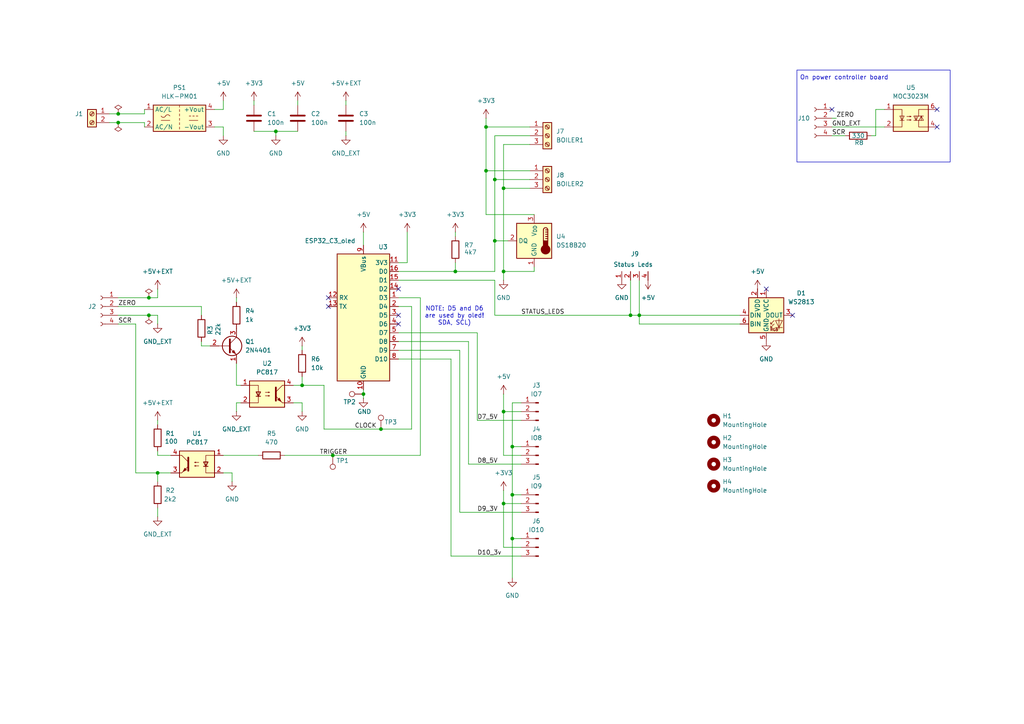
<source format=kicad_sch>
(kicad_sch
	(version 20250114)
	(generator "eeschema")
	(generator_version "9.0")
	(uuid "b71cb1de-4284-4a38-ba76-b6d93722071c")
	(paper "A4")
	(lib_symbols
		(symbol "Connector:Conn_01x03_Pin"
			(pin_names
				(offset 1.016)
				(hide yes)
			)
			(exclude_from_sim no)
			(in_bom yes)
			(on_board yes)
			(property "Reference" "J"
				(at 0 5.08 0)
				(effects
					(font
						(size 1.27 1.27)
					)
				)
			)
			(property "Value" "Conn_01x03_Pin"
				(at 0 -5.08 0)
				(effects
					(font
						(size 1.27 1.27)
					)
				)
			)
			(property "Footprint" ""
				(at 0 0 0)
				(effects
					(font
						(size 1.27 1.27)
					)
					(hide yes)
				)
			)
			(property "Datasheet" "~"
				(at 0 0 0)
				(effects
					(font
						(size 1.27 1.27)
					)
					(hide yes)
				)
			)
			(property "Description" "Generic connector, single row, 01x03, script generated"
				(at 0 0 0)
				(effects
					(font
						(size 1.27 1.27)
					)
					(hide yes)
				)
			)
			(property "ki_locked" ""
				(at 0 0 0)
				(effects
					(font
						(size 1.27 1.27)
					)
				)
			)
			(property "ki_keywords" "connector"
				(at 0 0 0)
				(effects
					(font
						(size 1.27 1.27)
					)
					(hide yes)
				)
			)
			(property "ki_fp_filters" "Connector*:*_1x??_*"
				(at 0 0 0)
				(effects
					(font
						(size 1.27 1.27)
					)
					(hide yes)
				)
			)
			(symbol "Conn_01x03_Pin_1_1"
				(rectangle
					(start 0.8636 2.667)
					(end 0 2.413)
					(stroke
						(width 0.1524)
						(type default)
					)
					(fill
						(type outline)
					)
				)
				(rectangle
					(start 0.8636 0.127)
					(end 0 -0.127)
					(stroke
						(width 0.1524)
						(type default)
					)
					(fill
						(type outline)
					)
				)
				(rectangle
					(start 0.8636 -2.413)
					(end 0 -2.667)
					(stroke
						(width 0.1524)
						(type default)
					)
					(fill
						(type outline)
					)
				)
				(polyline
					(pts
						(xy 1.27 2.54) (xy 0.8636 2.54)
					)
					(stroke
						(width 0.1524)
						(type default)
					)
					(fill
						(type none)
					)
				)
				(polyline
					(pts
						(xy 1.27 0) (xy 0.8636 0)
					)
					(stroke
						(width 0.1524)
						(type default)
					)
					(fill
						(type none)
					)
				)
				(polyline
					(pts
						(xy 1.27 -2.54) (xy 0.8636 -2.54)
					)
					(stroke
						(width 0.1524)
						(type default)
					)
					(fill
						(type none)
					)
				)
				(pin passive line
					(at 5.08 2.54 180)
					(length 3.81)
					(name "Pin_1"
						(effects
							(font
								(size 1.27 1.27)
							)
						)
					)
					(number "1"
						(effects
							(font
								(size 1.27 1.27)
							)
						)
					)
				)
				(pin passive line
					(at 5.08 0 180)
					(length 3.81)
					(name "Pin_2"
						(effects
							(font
								(size 1.27 1.27)
							)
						)
					)
					(number "2"
						(effects
							(font
								(size 1.27 1.27)
							)
						)
					)
				)
				(pin passive line
					(at 5.08 -2.54 180)
					(length 3.81)
					(name "Pin_3"
						(effects
							(font
								(size 1.27 1.27)
							)
						)
					)
					(number "3"
						(effects
							(font
								(size 1.27 1.27)
							)
						)
					)
				)
			)
			(embedded_fonts no)
		)
		(symbol "Connector:Conn_01x04_Socket"
			(pin_names
				(offset 1.016)
				(hide yes)
			)
			(exclude_from_sim no)
			(in_bom yes)
			(on_board yes)
			(property "Reference" "J"
				(at 0 5.08 0)
				(effects
					(font
						(size 1.27 1.27)
					)
				)
			)
			(property "Value" "Conn_01x04_Socket"
				(at 0 -7.62 0)
				(effects
					(font
						(size 1.27 1.27)
					)
				)
			)
			(property "Footprint" ""
				(at 0 0 0)
				(effects
					(font
						(size 1.27 1.27)
					)
					(hide yes)
				)
			)
			(property "Datasheet" "~"
				(at 0 0 0)
				(effects
					(font
						(size 1.27 1.27)
					)
					(hide yes)
				)
			)
			(property "Description" "Generic connector, single row, 01x04, script generated"
				(at 0 0 0)
				(effects
					(font
						(size 1.27 1.27)
					)
					(hide yes)
				)
			)
			(property "ki_locked" ""
				(at 0 0 0)
				(effects
					(font
						(size 1.27 1.27)
					)
				)
			)
			(property "ki_keywords" "connector"
				(at 0 0 0)
				(effects
					(font
						(size 1.27 1.27)
					)
					(hide yes)
				)
			)
			(property "ki_fp_filters" "Connector*:*_1x??_*"
				(at 0 0 0)
				(effects
					(font
						(size 1.27 1.27)
					)
					(hide yes)
				)
			)
			(symbol "Conn_01x04_Socket_1_1"
				(polyline
					(pts
						(xy -1.27 2.54) (xy -0.508 2.54)
					)
					(stroke
						(width 0.1524)
						(type default)
					)
					(fill
						(type none)
					)
				)
				(polyline
					(pts
						(xy -1.27 0) (xy -0.508 0)
					)
					(stroke
						(width 0.1524)
						(type default)
					)
					(fill
						(type none)
					)
				)
				(polyline
					(pts
						(xy -1.27 -2.54) (xy -0.508 -2.54)
					)
					(stroke
						(width 0.1524)
						(type default)
					)
					(fill
						(type none)
					)
				)
				(polyline
					(pts
						(xy -1.27 -5.08) (xy -0.508 -5.08)
					)
					(stroke
						(width 0.1524)
						(type default)
					)
					(fill
						(type none)
					)
				)
				(arc
					(start 0 2.032)
					(mid -0.5058 2.54)
					(end 0 3.048)
					(stroke
						(width 0.1524)
						(type default)
					)
					(fill
						(type none)
					)
				)
				(arc
					(start 0 -0.508)
					(mid -0.5058 0)
					(end 0 0.508)
					(stroke
						(width 0.1524)
						(type default)
					)
					(fill
						(type none)
					)
				)
				(arc
					(start 0 -3.048)
					(mid -0.5058 -2.54)
					(end 0 -2.032)
					(stroke
						(width 0.1524)
						(type default)
					)
					(fill
						(type none)
					)
				)
				(arc
					(start 0 -5.588)
					(mid -0.5058 -5.08)
					(end 0 -4.572)
					(stroke
						(width 0.1524)
						(type default)
					)
					(fill
						(type none)
					)
				)
				(pin passive line
					(at -5.08 2.54 0)
					(length 3.81)
					(name "Pin_1"
						(effects
							(font
								(size 1.27 1.27)
							)
						)
					)
					(number "1"
						(effects
							(font
								(size 1.27 1.27)
							)
						)
					)
				)
				(pin passive line
					(at -5.08 0 0)
					(length 3.81)
					(name "Pin_2"
						(effects
							(font
								(size 1.27 1.27)
							)
						)
					)
					(number "2"
						(effects
							(font
								(size 1.27 1.27)
							)
						)
					)
				)
				(pin passive line
					(at -5.08 -2.54 0)
					(length 3.81)
					(name "Pin_3"
						(effects
							(font
								(size 1.27 1.27)
							)
						)
					)
					(number "3"
						(effects
							(font
								(size 1.27 1.27)
							)
						)
					)
				)
				(pin passive line
					(at -5.08 -5.08 0)
					(length 3.81)
					(name "Pin_4"
						(effects
							(font
								(size 1.27 1.27)
							)
						)
					)
					(number "4"
						(effects
							(font
								(size 1.27 1.27)
							)
						)
					)
				)
			)
			(embedded_fonts no)
		)
		(symbol "Connector:Screw_Terminal_01x02"
			(pin_names
				(offset 1.016)
				(hide yes)
			)
			(exclude_from_sim no)
			(in_bom yes)
			(on_board yes)
			(property "Reference" "J"
				(at 0 2.54 0)
				(effects
					(font
						(size 1.27 1.27)
					)
				)
			)
			(property "Value" "Screw_Terminal_01x02"
				(at 0 -5.08 0)
				(effects
					(font
						(size 1.27 1.27)
					)
				)
			)
			(property "Footprint" ""
				(at 0 0 0)
				(effects
					(font
						(size 1.27 1.27)
					)
					(hide yes)
				)
			)
			(property "Datasheet" "~"
				(at 0 0 0)
				(effects
					(font
						(size 1.27 1.27)
					)
					(hide yes)
				)
			)
			(property "Description" "Generic screw terminal, single row, 01x02, script generated (kicad-library-utils/schlib/autogen/connector/)"
				(at 0 0 0)
				(effects
					(font
						(size 1.27 1.27)
					)
					(hide yes)
				)
			)
			(property "ki_keywords" "screw terminal"
				(at 0 0 0)
				(effects
					(font
						(size 1.27 1.27)
					)
					(hide yes)
				)
			)
			(property "ki_fp_filters" "TerminalBlock*:*"
				(at 0 0 0)
				(effects
					(font
						(size 1.27 1.27)
					)
					(hide yes)
				)
			)
			(symbol "Screw_Terminal_01x02_1_1"
				(rectangle
					(start -1.27 1.27)
					(end 1.27 -3.81)
					(stroke
						(width 0.254)
						(type default)
					)
					(fill
						(type background)
					)
				)
				(polyline
					(pts
						(xy -0.5334 0.3302) (xy 0.3302 -0.508)
					)
					(stroke
						(width 0.1524)
						(type default)
					)
					(fill
						(type none)
					)
				)
				(polyline
					(pts
						(xy -0.5334 -2.2098) (xy 0.3302 -3.048)
					)
					(stroke
						(width 0.1524)
						(type default)
					)
					(fill
						(type none)
					)
				)
				(polyline
					(pts
						(xy -0.3556 0.508) (xy 0.508 -0.3302)
					)
					(stroke
						(width 0.1524)
						(type default)
					)
					(fill
						(type none)
					)
				)
				(polyline
					(pts
						(xy -0.3556 -2.032) (xy 0.508 -2.8702)
					)
					(stroke
						(width 0.1524)
						(type default)
					)
					(fill
						(type none)
					)
				)
				(circle
					(center 0 0)
					(radius 0.635)
					(stroke
						(width 0.1524)
						(type default)
					)
					(fill
						(type none)
					)
				)
				(circle
					(center 0 -2.54)
					(radius 0.635)
					(stroke
						(width 0.1524)
						(type default)
					)
					(fill
						(type none)
					)
				)
				(pin passive line
					(at -5.08 0 0)
					(length 3.81)
					(name "Pin_1"
						(effects
							(font
								(size 1.27 1.27)
							)
						)
					)
					(number "1"
						(effects
							(font
								(size 1.27 1.27)
							)
						)
					)
				)
				(pin passive line
					(at -5.08 -2.54 0)
					(length 3.81)
					(name "Pin_2"
						(effects
							(font
								(size 1.27 1.27)
							)
						)
					)
					(number "2"
						(effects
							(font
								(size 1.27 1.27)
							)
						)
					)
				)
			)
			(embedded_fonts no)
		)
		(symbol "Connector:Screw_Terminal_01x03"
			(pin_names
				(offset 1.016)
				(hide yes)
			)
			(exclude_from_sim no)
			(in_bom yes)
			(on_board yes)
			(property "Reference" "J"
				(at 0 5.08 0)
				(effects
					(font
						(size 1.27 1.27)
					)
				)
			)
			(property "Value" "Screw_Terminal_01x03"
				(at 0 -5.08 0)
				(effects
					(font
						(size 1.27 1.27)
					)
				)
			)
			(property "Footprint" ""
				(at 0 0 0)
				(effects
					(font
						(size 1.27 1.27)
					)
					(hide yes)
				)
			)
			(property "Datasheet" "~"
				(at 0 0 0)
				(effects
					(font
						(size 1.27 1.27)
					)
					(hide yes)
				)
			)
			(property "Description" "Generic screw terminal, single row, 01x03, script generated (kicad-library-utils/schlib/autogen/connector/)"
				(at 0 0 0)
				(effects
					(font
						(size 1.27 1.27)
					)
					(hide yes)
				)
			)
			(property "ki_keywords" "screw terminal"
				(at 0 0 0)
				(effects
					(font
						(size 1.27 1.27)
					)
					(hide yes)
				)
			)
			(property "ki_fp_filters" "TerminalBlock*:*"
				(at 0 0 0)
				(effects
					(font
						(size 1.27 1.27)
					)
					(hide yes)
				)
			)
			(symbol "Screw_Terminal_01x03_1_1"
				(rectangle
					(start -1.27 3.81)
					(end 1.27 -3.81)
					(stroke
						(width 0.254)
						(type default)
					)
					(fill
						(type background)
					)
				)
				(polyline
					(pts
						(xy -0.5334 2.8702) (xy 0.3302 2.032)
					)
					(stroke
						(width 0.1524)
						(type default)
					)
					(fill
						(type none)
					)
				)
				(polyline
					(pts
						(xy -0.5334 0.3302) (xy 0.3302 -0.508)
					)
					(stroke
						(width 0.1524)
						(type default)
					)
					(fill
						(type none)
					)
				)
				(polyline
					(pts
						(xy -0.5334 -2.2098) (xy 0.3302 -3.048)
					)
					(stroke
						(width 0.1524)
						(type default)
					)
					(fill
						(type none)
					)
				)
				(polyline
					(pts
						(xy -0.3556 3.048) (xy 0.508 2.2098)
					)
					(stroke
						(width 0.1524)
						(type default)
					)
					(fill
						(type none)
					)
				)
				(polyline
					(pts
						(xy -0.3556 0.508) (xy 0.508 -0.3302)
					)
					(stroke
						(width 0.1524)
						(type default)
					)
					(fill
						(type none)
					)
				)
				(polyline
					(pts
						(xy -0.3556 -2.032) (xy 0.508 -2.8702)
					)
					(stroke
						(width 0.1524)
						(type default)
					)
					(fill
						(type none)
					)
				)
				(circle
					(center 0 2.54)
					(radius 0.635)
					(stroke
						(width 0.1524)
						(type default)
					)
					(fill
						(type none)
					)
				)
				(circle
					(center 0 0)
					(radius 0.635)
					(stroke
						(width 0.1524)
						(type default)
					)
					(fill
						(type none)
					)
				)
				(circle
					(center 0 -2.54)
					(radius 0.635)
					(stroke
						(width 0.1524)
						(type default)
					)
					(fill
						(type none)
					)
				)
				(pin passive line
					(at -5.08 2.54 0)
					(length 3.81)
					(name "Pin_1"
						(effects
							(font
								(size 1.27 1.27)
							)
						)
					)
					(number "1"
						(effects
							(font
								(size 1.27 1.27)
							)
						)
					)
				)
				(pin passive line
					(at -5.08 0 0)
					(length 3.81)
					(name "Pin_2"
						(effects
							(font
								(size 1.27 1.27)
							)
						)
					)
					(number "2"
						(effects
							(font
								(size 1.27 1.27)
							)
						)
					)
				)
				(pin passive line
					(at -5.08 -2.54 0)
					(length 3.81)
					(name "Pin_3"
						(effects
							(font
								(size 1.27 1.27)
							)
						)
					)
					(number "3"
						(effects
							(font
								(size 1.27 1.27)
							)
						)
					)
				)
			)
			(embedded_fonts no)
		)
		(symbol "Connector:TestPoint"
			(pin_numbers
				(hide yes)
			)
			(pin_names
				(offset 0.762)
				(hide yes)
			)
			(exclude_from_sim no)
			(in_bom yes)
			(on_board yes)
			(property "Reference" "TP"
				(at 0 6.858 0)
				(effects
					(font
						(size 1.27 1.27)
					)
				)
			)
			(property "Value" "TestPoint"
				(at 0 5.08 0)
				(effects
					(font
						(size 1.27 1.27)
					)
				)
			)
			(property "Footprint" ""
				(at 5.08 0 0)
				(effects
					(font
						(size 1.27 1.27)
					)
					(hide yes)
				)
			)
			(property "Datasheet" "~"
				(at 5.08 0 0)
				(effects
					(font
						(size 1.27 1.27)
					)
					(hide yes)
				)
			)
			(property "Description" "test point"
				(at 0 0 0)
				(effects
					(font
						(size 1.27 1.27)
					)
					(hide yes)
				)
			)
			(property "ki_keywords" "test point tp"
				(at 0 0 0)
				(effects
					(font
						(size 1.27 1.27)
					)
					(hide yes)
				)
			)
			(property "ki_fp_filters" "Pin* Test*"
				(at 0 0 0)
				(effects
					(font
						(size 1.27 1.27)
					)
					(hide yes)
				)
			)
			(symbol "TestPoint_0_1"
				(circle
					(center 0 3.302)
					(radius 0.762)
					(stroke
						(width 0)
						(type default)
					)
					(fill
						(type none)
					)
				)
			)
			(symbol "TestPoint_1_1"
				(pin passive line
					(at 0 0 90)
					(length 2.54)
					(name "1"
						(effects
							(font
								(size 1.27 1.27)
							)
						)
					)
					(number "1"
						(effects
							(font
								(size 1.27 1.27)
							)
						)
					)
				)
			)
			(embedded_fonts no)
		)
		(symbol "Converter_ACDC:HLK-PM01"
			(exclude_from_sim no)
			(in_bom yes)
			(on_board yes)
			(property "Reference" "PS"
				(at 0 5.08 0)
				(effects
					(font
						(size 1.27 1.27)
					)
				)
			)
			(property "Value" "HLK-PM01"
				(at 0 -5.08 0)
				(effects
					(font
						(size 1.27 1.27)
					)
				)
			)
			(property "Footprint" "Converter_ACDC:Converter_ACDC_Hi-Link_HLK-PMxx"
				(at 0 -7.62 0)
				(effects
					(font
						(size 1.27 1.27)
					)
					(hide yes)
				)
			)
			(property "Datasheet" "https://h.hlktech.com/download/ACDC%E7%94%B5%E6%BA%90%E6%A8%A1%E5%9D%973W%E7%B3%BB%E5%88%97/1/%E6%B5%B7%E5%87%8C%E7%A7%913W%E7%B3%BB%E5%88%97%E7%94%B5%E6%BA%90%E6%A8%A1%E5%9D%97%E8%A7%84%E6%A0%BC%E4%B9%A6V2.8.pdf"
				(at 10.16 -8.89 0)
				(effects
					(font
						(size 1.27 1.27)
					)
					(hide yes)
				)
			)
			(property "Description" "Compact AC/DC board mount power module 3W 5V"
				(at 0 0 0)
				(effects
					(font
						(size 1.27 1.27)
					)
					(hide yes)
				)
			)
			(property "ki_keywords" "AC/DC module power supply"
				(at 0 0 0)
				(effects
					(font
						(size 1.27 1.27)
					)
					(hide yes)
				)
			)
			(property "ki_fp_filters" "Converter*ACDC*Hi?Link*HLK?PM*"
				(at 0 0 0)
				(effects
					(font
						(size 1.27 1.27)
					)
					(hide yes)
				)
			)
			(symbol "HLK-PM01_0_1"
				(rectangle
					(start -7.62 3.81)
					(end 7.62 -3.81)
					(stroke
						(width 0.254)
						(type default)
					)
					(fill
						(type background)
					)
				)
				(polyline
					(pts
						(xy -5.334 -0.635) (xy -2.794 -0.635)
					)
					(stroke
						(width 0)
						(type default)
					)
					(fill
						(type none)
					)
				)
				(arc
					(start -4.064 0.635)
					(mid -4.699 0.2495)
					(end -5.334 0.635)
					(stroke
						(width 0)
						(type default)
					)
					(fill
						(type none)
					)
				)
				(arc
					(start -4.064 0.635)
					(mid -3.429 1.0072)
					(end -2.794 0.635)
					(stroke
						(width 0)
						(type default)
					)
					(fill
						(type none)
					)
				)
				(polyline
					(pts
						(xy 0 3.81) (xy 0 3.175)
					)
					(stroke
						(width 0)
						(type default)
					)
					(fill
						(type none)
					)
				)
				(polyline
					(pts
						(xy 0 2.54) (xy 0 1.905)
					)
					(stroke
						(width 0)
						(type default)
					)
					(fill
						(type none)
					)
				)
				(polyline
					(pts
						(xy 0 1.27) (xy 0 0.635)
					)
					(stroke
						(width 0)
						(type default)
					)
					(fill
						(type none)
					)
				)
				(polyline
					(pts
						(xy 0 0) (xy 0 -0.635)
					)
					(stroke
						(width 0)
						(type default)
					)
					(fill
						(type none)
					)
				)
				(polyline
					(pts
						(xy 0 -1.27) (xy 0 -1.905)
					)
					(stroke
						(width 0)
						(type default)
					)
					(fill
						(type none)
					)
				)
				(polyline
					(pts
						(xy 0 -2.54) (xy 0 -3.175)
					)
					(stroke
						(width 0)
						(type default)
					)
					(fill
						(type none)
					)
				)
				(polyline
					(pts
						(xy 2.794 0.635) (xy 3.302 0.635)
					)
					(stroke
						(width 0)
						(type default)
					)
					(fill
						(type none)
					)
				)
				(polyline
					(pts
						(xy 2.794 -0.635) (xy 5.334 -0.635)
					)
					(stroke
						(width 0)
						(type default)
					)
					(fill
						(type none)
					)
				)
				(polyline
					(pts
						(xy 3.81 0.635) (xy 4.318 0.635)
					)
					(stroke
						(width 0)
						(type default)
					)
					(fill
						(type none)
					)
				)
				(polyline
					(pts
						(xy 4.826 0.635) (xy 5.334 0.635)
					)
					(stroke
						(width 0)
						(type default)
					)
					(fill
						(type none)
					)
				)
			)
			(symbol "HLK-PM01_1_1"
				(pin power_in line
					(at -10.16 2.54 0)
					(length 2.54)
					(name "AC/L"
						(effects
							(font
								(size 1.27 1.27)
							)
						)
					)
					(number "1"
						(effects
							(font
								(size 1.27 1.27)
							)
						)
					)
				)
				(pin power_in line
					(at -10.16 -2.54 0)
					(length 2.54)
					(name "AC/N"
						(effects
							(font
								(size 1.27 1.27)
							)
						)
					)
					(number "2"
						(effects
							(font
								(size 1.27 1.27)
							)
						)
					)
				)
				(pin power_out line
					(at 10.16 2.54 180)
					(length 2.54)
					(name "+Vout"
						(effects
							(font
								(size 1.27 1.27)
							)
						)
					)
					(number "4"
						(effects
							(font
								(size 1.27 1.27)
							)
						)
					)
				)
				(pin power_out line
					(at 10.16 -2.54 180)
					(length 2.54)
					(name "-Vout"
						(effects
							(font
								(size 1.27 1.27)
							)
						)
					)
					(number "3"
						(effects
							(font
								(size 1.27 1.27)
							)
						)
					)
				)
			)
			(embedded_fonts no)
		)
		(symbol "Device:C"
			(pin_numbers
				(hide yes)
			)
			(pin_names
				(offset 0.254)
			)
			(exclude_from_sim no)
			(in_bom yes)
			(on_board yes)
			(property "Reference" "C"
				(at 0.635 2.54 0)
				(effects
					(font
						(size 1.27 1.27)
					)
					(justify left)
				)
			)
			(property "Value" "C"
				(at 0.635 -2.54 0)
				(effects
					(font
						(size 1.27 1.27)
					)
					(justify left)
				)
			)
			(property "Footprint" ""
				(at 0.9652 -3.81 0)
				(effects
					(font
						(size 1.27 1.27)
					)
					(hide yes)
				)
			)
			(property "Datasheet" "~"
				(at 0 0 0)
				(effects
					(font
						(size 1.27 1.27)
					)
					(hide yes)
				)
			)
			(property "Description" "Unpolarized capacitor"
				(at 0 0 0)
				(effects
					(font
						(size 1.27 1.27)
					)
					(hide yes)
				)
			)
			(property "ki_keywords" "cap capacitor"
				(at 0 0 0)
				(effects
					(font
						(size 1.27 1.27)
					)
					(hide yes)
				)
			)
			(property "ki_fp_filters" "C_*"
				(at 0 0 0)
				(effects
					(font
						(size 1.27 1.27)
					)
					(hide yes)
				)
			)
			(symbol "C_0_1"
				(polyline
					(pts
						(xy -2.032 0.762) (xy 2.032 0.762)
					)
					(stroke
						(width 0.508)
						(type default)
					)
					(fill
						(type none)
					)
				)
				(polyline
					(pts
						(xy -2.032 -0.762) (xy 2.032 -0.762)
					)
					(stroke
						(width 0.508)
						(type default)
					)
					(fill
						(type none)
					)
				)
			)
			(symbol "C_1_1"
				(pin passive line
					(at 0 3.81 270)
					(length 2.794)
					(name "~"
						(effects
							(font
								(size 1.27 1.27)
							)
						)
					)
					(number "1"
						(effects
							(font
								(size 1.27 1.27)
							)
						)
					)
				)
				(pin passive line
					(at 0 -3.81 90)
					(length 2.794)
					(name "~"
						(effects
							(font
								(size 1.27 1.27)
							)
						)
					)
					(number "2"
						(effects
							(font
								(size 1.27 1.27)
							)
						)
					)
				)
			)
			(embedded_fonts no)
		)
		(symbol "Device:R"
			(pin_numbers
				(hide yes)
			)
			(pin_names
				(offset 0)
			)
			(exclude_from_sim no)
			(in_bom yes)
			(on_board yes)
			(property "Reference" "R"
				(at 2.032 0 90)
				(effects
					(font
						(size 1.27 1.27)
					)
				)
			)
			(property "Value" "R"
				(at 0 0 90)
				(effects
					(font
						(size 1.27 1.27)
					)
				)
			)
			(property "Footprint" ""
				(at -1.778 0 90)
				(effects
					(font
						(size 1.27 1.27)
					)
					(hide yes)
				)
			)
			(property "Datasheet" "~"
				(at 0 0 0)
				(effects
					(font
						(size 1.27 1.27)
					)
					(hide yes)
				)
			)
			(property "Description" "Resistor"
				(at 0 0 0)
				(effects
					(font
						(size 1.27 1.27)
					)
					(hide yes)
				)
			)
			(property "ki_keywords" "R res resistor"
				(at 0 0 0)
				(effects
					(font
						(size 1.27 1.27)
					)
					(hide yes)
				)
			)
			(property "ki_fp_filters" "R_*"
				(at 0 0 0)
				(effects
					(font
						(size 1.27 1.27)
					)
					(hide yes)
				)
			)
			(symbol "R_0_1"
				(rectangle
					(start -1.016 -2.54)
					(end 1.016 2.54)
					(stroke
						(width 0.254)
						(type default)
					)
					(fill
						(type none)
					)
				)
			)
			(symbol "R_1_1"
				(pin passive line
					(at 0 3.81 270)
					(length 1.27)
					(name "~"
						(effects
							(font
								(size 1.27 1.27)
							)
						)
					)
					(number "1"
						(effects
							(font
								(size 1.27 1.27)
							)
						)
					)
				)
				(pin passive line
					(at 0 -3.81 90)
					(length 1.27)
					(name "~"
						(effects
							(font
								(size 1.27 1.27)
							)
						)
					)
					(number "2"
						(effects
							(font
								(size 1.27 1.27)
							)
						)
					)
				)
			)
			(embedded_fonts no)
		)
		(symbol "Isolator:PC817"
			(pin_names
				(offset 1.016)
			)
			(exclude_from_sim no)
			(in_bom yes)
			(on_board yes)
			(property "Reference" "U"
				(at -5.08 5.08 0)
				(effects
					(font
						(size 1.27 1.27)
					)
					(justify left)
				)
			)
			(property "Value" "PC817"
				(at 0 5.08 0)
				(effects
					(font
						(size 1.27 1.27)
					)
					(justify left)
				)
			)
			(property "Footprint" "Package_DIP:DIP-4_W7.62mm"
				(at -5.08 -5.08 0)
				(effects
					(font
						(size 1.27 1.27)
						(italic yes)
					)
					(justify left)
					(hide yes)
				)
			)
			(property "Datasheet" "http://www.soselectronic.cz/a_info/resource/d/pc817.pdf"
				(at 0 0 0)
				(effects
					(font
						(size 1.27 1.27)
					)
					(justify left)
					(hide yes)
				)
			)
			(property "Description" "DC Optocoupler, Vce 35V, CTR 50-300%, DIP-4"
				(at 0 0 0)
				(effects
					(font
						(size 1.27 1.27)
					)
					(hide yes)
				)
			)
			(property "ki_keywords" "NPN DC Optocoupler"
				(at 0 0 0)
				(effects
					(font
						(size 1.27 1.27)
					)
					(hide yes)
				)
			)
			(property "ki_fp_filters" "DIP*W7.62mm*"
				(at 0 0 0)
				(effects
					(font
						(size 1.27 1.27)
					)
					(hide yes)
				)
			)
			(symbol "PC817_0_1"
				(rectangle
					(start -5.08 3.81)
					(end 5.08 -3.81)
					(stroke
						(width 0.254)
						(type default)
					)
					(fill
						(type background)
					)
				)
				(polyline
					(pts
						(xy -5.08 2.54) (xy -2.54 2.54) (xy -2.54 -0.635)
					)
					(stroke
						(width 0)
						(type default)
					)
					(fill
						(type none)
					)
				)
				(polyline
					(pts
						(xy -3.175 -0.635) (xy -1.905 -0.635)
					)
					(stroke
						(width 0.254)
						(type default)
					)
					(fill
						(type none)
					)
				)
				(polyline
					(pts
						(xy -2.54 -0.635) (xy -2.54 -2.54) (xy -5.08 -2.54)
					)
					(stroke
						(width 0)
						(type default)
					)
					(fill
						(type none)
					)
				)
				(polyline
					(pts
						(xy -2.54 -0.635) (xy -3.175 0.635) (xy -1.905 0.635) (xy -2.54 -0.635)
					)
					(stroke
						(width 0.254)
						(type default)
					)
					(fill
						(type none)
					)
				)
				(polyline
					(pts
						(xy -0.508 0.508) (xy 0.762 0.508) (xy 0.381 0.381) (xy 0.381 0.635) (xy 0.762 0.508)
					)
					(stroke
						(width 0)
						(type default)
					)
					(fill
						(type none)
					)
				)
				(polyline
					(pts
						(xy -0.508 -0.508) (xy 0.762 -0.508) (xy 0.381 -0.635) (xy 0.381 -0.381) (xy 0.762 -0.508)
					)
					(stroke
						(width 0)
						(type default)
					)
					(fill
						(type none)
					)
				)
				(polyline
					(pts
						(xy 2.54 1.905) (xy 2.54 -1.905)
					)
					(stroke
						(width 0.508)
						(type default)
					)
					(fill
						(type none)
					)
				)
				(polyline
					(pts
						(xy 2.54 0.635) (xy 4.445 2.54)
					)
					(stroke
						(width 0)
						(type default)
					)
					(fill
						(type none)
					)
				)
				(polyline
					(pts
						(xy 3.048 -1.651) (xy 3.556 -1.143) (xy 4.064 -2.159) (xy 3.048 -1.651)
					)
					(stroke
						(width 0)
						(type default)
					)
					(fill
						(type outline)
					)
				)
				(polyline
					(pts
						(xy 4.445 2.54) (xy 5.08 2.54)
					)
					(stroke
						(width 0)
						(type default)
					)
					(fill
						(type none)
					)
				)
				(polyline
					(pts
						(xy 4.445 -2.54) (xy 2.54 -0.635)
					)
					(stroke
						(width 0)
						(type default)
					)
					(fill
						(type outline)
					)
				)
				(polyline
					(pts
						(xy 4.445 -2.54) (xy 5.08 -2.54)
					)
					(stroke
						(width 0)
						(type default)
					)
					(fill
						(type none)
					)
				)
			)
			(symbol "PC817_1_1"
				(pin passive line
					(at -7.62 2.54 0)
					(length 2.54)
					(name "~"
						(effects
							(font
								(size 1.27 1.27)
							)
						)
					)
					(number "1"
						(effects
							(font
								(size 1.27 1.27)
							)
						)
					)
				)
				(pin passive line
					(at -7.62 -2.54 0)
					(length 2.54)
					(name "~"
						(effects
							(font
								(size 1.27 1.27)
							)
						)
					)
					(number "2"
						(effects
							(font
								(size 1.27 1.27)
							)
						)
					)
				)
				(pin passive line
					(at 7.62 2.54 180)
					(length 2.54)
					(name "~"
						(effects
							(font
								(size 1.27 1.27)
							)
						)
					)
					(number "4"
						(effects
							(font
								(size 1.27 1.27)
							)
						)
					)
				)
				(pin passive line
					(at 7.62 -2.54 180)
					(length 2.54)
					(name "~"
						(effects
							(font
								(size 1.27 1.27)
							)
						)
					)
					(number "3"
						(effects
							(font
								(size 1.27 1.27)
							)
						)
					)
				)
			)
			(embedded_fonts no)
		)
		(symbol "LED:WS2813"
			(pin_names
				(offset 0.254)
			)
			(exclude_from_sim no)
			(in_bom yes)
			(on_board yes)
			(property "Reference" "D"
				(at 5.08 5.715 0)
				(effects
					(font
						(size 1.27 1.27)
					)
					(justify right bottom)
				)
			)
			(property "Value" "WS2813"
				(at 1.27 -5.715 0)
				(effects
					(font
						(size 1.27 1.27)
					)
					(justify left top)
				)
			)
			(property "Footprint" "LED_SMD:LED_WS2812_PLCC6_5.0x5.0mm_P1.6mm"
				(at 1.27 -7.62 0)
				(effects
					(font
						(size 1.27 1.27)
					)
					(justify left top)
					(hide yes)
				)
			)
			(property "Datasheet" "http://www.normandled.com/upload/201605/WS2813%20LED%20Datasheet.pdf"
				(at 2.54 -9.525 0)
				(effects
					(font
						(size 1.27 1.27)
					)
					(justify left top)
					(hide yes)
				)
			)
			(property "Description" "RGB LED with integrated controller"
				(at 0 0 0)
				(effects
					(font
						(size 1.27 1.27)
					)
					(hide yes)
				)
			)
			(property "ki_keywords" "RGB LED addressable"
				(at 0 0 0)
				(effects
					(font
						(size 1.27 1.27)
					)
					(hide yes)
				)
			)
			(property "ki_fp_filters" "LED*WS2812*PLCC*5.0x5.0mm*P1.6mm*"
				(at 0 0 0)
				(effects
					(font
						(size 1.27 1.27)
					)
					(hide yes)
				)
			)
			(symbol "WS2813_0_0"
				(text "RGB"
					(at 2.286 -4.191 0)
					(effects
						(font
							(size 0.762 0.762)
						)
					)
				)
			)
			(symbol "WS2813_0_1"
				(polyline
					(pts
						(xy 1.27 -2.54) (xy 1.778 -2.54)
					)
					(stroke
						(width 0)
						(type default)
					)
					(fill
						(type none)
					)
				)
				(polyline
					(pts
						(xy 1.27 -3.556) (xy 1.778 -3.556)
					)
					(stroke
						(width 0)
						(type default)
					)
					(fill
						(type none)
					)
				)
				(polyline
					(pts
						(xy 2.286 -1.524) (xy 1.27 -2.54) (xy 1.27 -2.032)
					)
					(stroke
						(width 0)
						(type default)
					)
					(fill
						(type none)
					)
				)
				(polyline
					(pts
						(xy 2.286 -2.54) (xy 1.27 -3.556) (xy 1.27 -3.048)
					)
					(stroke
						(width 0)
						(type default)
					)
					(fill
						(type none)
					)
				)
				(polyline
					(pts
						(xy 3.683 -1.016) (xy 3.683 -3.556) (xy 3.683 -4.064)
					)
					(stroke
						(width 0)
						(type default)
					)
					(fill
						(type none)
					)
				)
				(polyline
					(pts
						(xy 4.699 -1.524) (xy 2.667 -1.524) (xy 3.683 -3.556) (xy 4.699 -1.524)
					)
					(stroke
						(width 0)
						(type default)
					)
					(fill
						(type none)
					)
				)
				(polyline
					(pts
						(xy 4.699 -3.556) (xy 2.667 -3.556)
					)
					(stroke
						(width 0)
						(type default)
					)
					(fill
						(type none)
					)
				)
				(rectangle
					(start 5.08 5.08)
					(end -5.08 -5.08)
					(stroke
						(width 0.254)
						(type default)
					)
					(fill
						(type background)
					)
				)
			)
			(symbol "WS2813_1_1"
				(pin input line
					(at -7.62 0 0)
					(length 2.54)
					(name "DIN"
						(effects
							(font
								(size 1.27 1.27)
							)
						)
					)
					(number "4"
						(effects
							(font
								(size 1.27 1.27)
							)
						)
					)
				)
				(pin input line
					(at -7.62 -2.54 0)
					(length 2.54)
					(name "BIN"
						(effects
							(font
								(size 1.27 1.27)
							)
						)
					)
					(number "6"
						(effects
							(font
								(size 1.27 1.27)
							)
						)
					)
				)
				(pin power_in line
					(at -2.54 7.62 270)
					(length 2.54)
					(name "VDD"
						(effects
							(font
								(size 1.27 1.27)
							)
						)
					)
					(number "2"
						(effects
							(font
								(size 1.27 1.27)
							)
						)
					)
				)
				(pin power_in line
					(at 0 7.62 270)
					(length 2.54)
					(name "VCC"
						(effects
							(font
								(size 1.27 1.27)
							)
						)
					)
					(number "1"
						(effects
							(font
								(size 1.27 1.27)
							)
						)
					)
				)
				(pin power_in line
					(at 0 -7.62 90)
					(length 2.54)
					(name "GND"
						(effects
							(font
								(size 1.27 1.27)
							)
						)
					)
					(number "5"
						(effects
							(font
								(size 1.27 1.27)
							)
						)
					)
				)
				(pin output line
					(at 7.62 0 180)
					(length 2.54)
					(name "DOUT"
						(effects
							(font
								(size 1.27 1.27)
							)
						)
					)
					(number "3"
						(effects
							(font
								(size 1.27 1.27)
							)
						)
					)
				)
			)
			(embedded_fonts no)
		)
		(symbol "Mechanical:MountingHole"
			(pin_names
				(offset 1.016)
			)
			(exclude_from_sim no)
			(in_bom no)
			(on_board yes)
			(property "Reference" "H"
				(at 0 5.08 0)
				(effects
					(font
						(size 1.27 1.27)
					)
				)
			)
			(property "Value" "MountingHole"
				(at 0 3.175 0)
				(effects
					(font
						(size 1.27 1.27)
					)
				)
			)
			(property "Footprint" ""
				(at 0 0 0)
				(effects
					(font
						(size 1.27 1.27)
					)
					(hide yes)
				)
			)
			(property "Datasheet" "~"
				(at 0 0 0)
				(effects
					(font
						(size 1.27 1.27)
					)
					(hide yes)
				)
			)
			(property "Description" "Mounting Hole without connection"
				(at 0 0 0)
				(effects
					(font
						(size 1.27 1.27)
					)
					(hide yes)
				)
			)
			(property "ki_keywords" "mounting hole"
				(at 0 0 0)
				(effects
					(font
						(size 1.27 1.27)
					)
					(hide yes)
				)
			)
			(property "ki_fp_filters" "MountingHole*"
				(at 0 0 0)
				(effects
					(font
						(size 1.27 1.27)
					)
					(hide yes)
				)
			)
			(symbol "MountingHole_0_1"
				(circle
					(center 0 0)
					(radius 1.27)
					(stroke
						(width 1.27)
						(type default)
					)
					(fill
						(type none)
					)
				)
			)
			(embedded_fonts no)
		)
		(symbol "Relay_SolidState:MOC3023M"
			(exclude_from_sim no)
			(in_bom yes)
			(on_board yes)
			(property "Reference" "U"
				(at -5.334 4.826 0)
				(effects
					(font
						(size 1.27 1.27)
					)
					(justify left)
				)
			)
			(property "Value" "MOC3023M"
				(at 0 5.08 0)
				(effects
					(font
						(size 1.27 1.27)
					)
					(justify left)
				)
			)
			(property "Footprint" ""
				(at -5.08 -5.08 0)
				(effects
					(font
						(size 1.27 1.27)
						(italic yes)
					)
					(justify left)
					(hide yes)
				)
			)
			(property "Datasheet" "https://www.onsemi.com/pub/Collateral/MOC3023M-D.PDF"
				(at 0 0 0)
				(effects
					(font
						(size 1.27 1.27)
					)
					(justify left)
					(hide yes)
				)
			)
			(property "Description" "Random Phase Opto-Triac, Vdrm 400V, Ift 5mA, DIP6"
				(at 0 0 0)
				(effects
					(font
						(size 1.27 1.27)
					)
					(hide yes)
				)
			)
			(property "ki_keywords" "Opto-Triac Opto Triac Random Phase"
				(at 0 0 0)
				(effects
					(font
						(size 1.27 1.27)
					)
					(hide yes)
				)
			)
			(property "ki_fp_filters" "DIP*W7.62mm* SMDIP*W9.53mm* DIP*W10.16mm*"
				(at 0 0 0)
				(effects
					(font
						(size 1.27 1.27)
					)
					(hide yes)
				)
			)
			(symbol "MOC3023M_0_1"
				(rectangle
					(start -5.08 3.81)
					(end 5.08 -3.81)
					(stroke
						(width 0.254)
						(type default)
					)
					(fill
						(type background)
					)
				)
				(polyline
					(pts
						(xy -5.08 2.54) (xy -2.54 2.54) (xy -2.54 -2.54) (xy -5.08 -2.54)
					)
					(stroke
						(width 0)
						(type default)
					)
					(fill
						(type none)
					)
				)
				(polyline
					(pts
						(xy -3.175 -0.635) (xy -1.905 -0.635)
					)
					(stroke
						(width 0)
						(type default)
					)
					(fill
						(type none)
					)
				)
				(polyline
					(pts
						(xy -2.54 -0.635) (xy -3.175 0.635) (xy -1.905 0.635) (xy -2.54 -0.635)
					)
					(stroke
						(width 0)
						(type default)
					)
					(fill
						(type none)
					)
				)
				(polyline
					(pts
						(xy -1.143 0.508) (xy 0.127 0.508) (xy -0.254 0.381) (xy -0.254 0.635) (xy 0.127 0.508)
					)
					(stroke
						(width 0)
						(type default)
					)
					(fill
						(type none)
					)
				)
				(polyline
					(pts
						(xy -1.143 -0.508) (xy 0.127 -0.508) (xy -0.254 -0.635) (xy -0.254 -0.381) (xy 0.127 -0.508)
					)
					(stroke
						(width 0)
						(type default)
					)
					(fill
						(type none)
					)
				)
				(polyline
					(pts
						(xy 0.889 -0.635) (xy 3.683 -0.635) (xy 3.048 0.635) (xy 2.413 -0.635)
					)
					(stroke
						(width 0)
						(type default)
					)
					(fill
						(type none)
					)
				)
				(polyline
					(pts
						(xy 1.524 -0.635) (xy 1.524 0.635)
					)
					(stroke
						(width 0)
						(type default)
					)
					(fill
						(type none)
					)
				)
				(polyline
					(pts
						(xy 2.286 0.635) (xy 2.286 2.54) (xy 5.08 2.54)
					)
					(stroke
						(width 0)
						(type default)
					)
					(fill
						(type none)
					)
				)
				(polyline
					(pts
						(xy 2.286 -0.635) (xy 2.286 -2.54) (xy 5.08 -2.54)
					)
					(stroke
						(width 0)
						(type default)
					)
					(fill
						(type none)
					)
				)
				(polyline
					(pts
						(xy 3.048 0.635) (xy 3.048 -0.635)
					)
					(stroke
						(width 0)
						(type default)
					)
					(fill
						(type none)
					)
				)
				(polyline
					(pts
						(xy 3.683 0.635) (xy 0.889 0.635) (xy 1.524 -0.635) (xy 2.159 0.635)
					)
					(stroke
						(width 0)
						(type default)
					)
					(fill
						(type none)
					)
				)
			)
			(symbol "MOC3023M_1_1"
				(pin passive line
					(at -7.62 2.54 0)
					(length 2.54)
					(name "~"
						(effects
							(font
								(size 1.27 1.27)
							)
						)
					)
					(number "1"
						(effects
							(font
								(size 1.27 1.27)
							)
						)
					)
				)
				(pin passive line
					(at -7.62 -2.54 0)
					(length 2.54)
					(name "~"
						(effects
							(font
								(size 1.27 1.27)
							)
						)
					)
					(number "2"
						(effects
							(font
								(size 1.27 1.27)
							)
						)
					)
				)
				(pin no_connect line
					(at -5.08 0 0)
					(length 2.54)
					(hide yes)
					(name "NC"
						(effects
							(font
								(size 1.27 1.27)
							)
						)
					)
					(number "3"
						(effects
							(font
								(size 1.27 1.27)
							)
						)
					)
				)
				(pin no_connect line
					(at 5.08 0 180)
					(length 2.54)
					(hide yes)
					(name "NC"
						(effects
							(font
								(size 1.27 1.27)
							)
						)
					)
					(number "5"
						(effects
							(font
								(size 1.27 1.27)
							)
						)
					)
				)
				(pin passive line
					(at 7.62 2.54 180)
					(length 2.54)
					(name "~"
						(effects
							(font
								(size 1.27 1.27)
							)
						)
					)
					(number "6"
						(effects
							(font
								(size 1.27 1.27)
							)
						)
					)
				)
				(pin passive line
					(at 7.62 -2.54 180)
					(length 2.54)
					(name "~"
						(effects
							(font
								(size 1.27 1.27)
							)
						)
					)
					(number "4"
						(effects
							(font
								(size 1.27 1.27)
							)
						)
					)
				)
			)
			(embedded_fonts no)
		)
		(symbol "Sensor_Temperature:DS18B20"
			(exclude_from_sim no)
			(in_bom yes)
			(on_board yes)
			(property "Reference" "U"
				(at -3.81 6.35 0)
				(effects
					(font
						(size 1.27 1.27)
					)
				)
			)
			(property "Value" "DS18B20"
				(at 6.35 6.35 0)
				(effects
					(font
						(size 1.27 1.27)
					)
				)
			)
			(property "Footprint" "Package_TO_SOT_THT:TO-92_Inline"
				(at -25.4 -6.35 0)
				(effects
					(font
						(size 1.27 1.27)
					)
					(hide yes)
				)
			)
			(property "Datasheet" "http://datasheets.maximintegrated.com/en/ds/DS18B20.pdf"
				(at -3.81 6.35 0)
				(effects
					(font
						(size 1.27 1.27)
					)
					(hide yes)
				)
			)
			(property "Description" "Programmable Resolution 1-Wire Digital Thermometer TO-92"
				(at 0 0 0)
				(effects
					(font
						(size 1.27 1.27)
					)
					(hide yes)
				)
			)
			(property "ki_keywords" "OneWire 1Wire Dallas Maxim"
				(at 0 0 0)
				(effects
					(font
						(size 1.27 1.27)
					)
					(hide yes)
				)
			)
			(property "ki_fp_filters" "TO*92*"
				(at 0 0 0)
				(effects
					(font
						(size 1.27 1.27)
					)
					(hide yes)
				)
			)
			(symbol "DS18B20_0_1"
				(rectangle
					(start -5.08 5.08)
					(end 5.08 -5.08)
					(stroke
						(width 0.254)
						(type default)
					)
					(fill
						(type background)
					)
				)
				(polyline
					(pts
						(xy -3.937 3.175) (xy -3.937 0)
					)
					(stroke
						(width 0.254)
						(type default)
					)
					(fill
						(type none)
					)
				)
				(polyline
					(pts
						(xy -3.937 3.175) (xy -3.302 3.175)
					)
					(stroke
						(width 0.254)
						(type default)
					)
					(fill
						(type none)
					)
				)
				(polyline
					(pts
						(xy -3.937 2.54) (xy -3.302 2.54)
					)
					(stroke
						(width 0.254)
						(type default)
					)
					(fill
						(type none)
					)
				)
				(polyline
					(pts
						(xy -3.937 1.905) (xy -3.302 1.905)
					)
					(stroke
						(width 0.254)
						(type default)
					)
					(fill
						(type none)
					)
				)
				(polyline
					(pts
						(xy -3.937 1.27) (xy -3.302 1.27)
					)
					(stroke
						(width 0.254)
						(type default)
					)
					(fill
						(type none)
					)
				)
				(polyline
					(pts
						(xy -3.937 0.635) (xy -3.302 0.635)
					)
					(stroke
						(width 0.254)
						(type default)
					)
					(fill
						(type none)
					)
				)
				(arc
					(start -3.937 3.175)
					(mid -3.302 3.8073)
					(end -2.667 3.175)
					(stroke
						(width 0.254)
						(type default)
					)
					(fill
						(type none)
					)
				)
				(circle
					(center -3.302 -2.54)
					(radius 1.27)
					(stroke
						(width 0.254)
						(type default)
					)
					(fill
						(type outline)
					)
				)
				(polyline
					(pts
						(xy -2.667 3.175) (xy -2.667 0)
					)
					(stroke
						(width 0.254)
						(type default)
					)
					(fill
						(type none)
					)
				)
				(rectangle
					(start -2.667 -1.905)
					(end -3.937 0)
					(stroke
						(width 0.254)
						(type default)
					)
					(fill
						(type outline)
					)
				)
			)
			(symbol "DS18B20_1_1"
				(pin power_in line
					(at 0 7.62 270)
					(length 2.54)
					(name "V_{DD}"
						(effects
							(font
								(size 1.27 1.27)
							)
						)
					)
					(number "3"
						(effects
							(font
								(size 1.27 1.27)
							)
						)
					)
				)
				(pin power_in line
					(at 0 -7.62 90)
					(length 2.54)
					(name "GND"
						(effects
							(font
								(size 1.27 1.27)
							)
						)
					)
					(number "1"
						(effects
							(font
								(size 1.27 1.27)
							)
						)
					)
				)
				(pin bidirectional line
					(at 7.62 0 180)
					(length 2.54)
					(name "DQ"
						(effects
							(font
								(size 1.27 1.27)
							)
						)
					)
					(number "2"
						(effects
							(font
								(size 1.27 1.27)
							)
						)
					)
				)
			)
			(embedded_fonts no)
		)
		(symbol "hans:+5V+EXT"
			(power)
			(pin_numbers
				(hide yes)
			)
			(pin_names
				(offset 0)
				(hide yes)
			)
			(exclude_from_sim no)
			(in_bom yes)
			(on_board yes)
			(property "Reference" "#PWR"
				(at 0 -3.81 0)
				(effects
					(font
						(size 1.27 1.27)
					)
					(hide yes)
				)
			)
			(property "Value" "+5V+EXT"
				(at 0 3.556 0)
				(effects
					(font
						(size 1.27 1.27)
					)
				)
			)
			(property "Footprint" ""
				(at 0 0 0)
				(effects
					(font
						(size 1.27 1.27)
					)
					(hide yes)
				)
			)
			(property "Datasheet" ""
				(at 0 0 0)
				(effects
					(font
						(size 1.27 1.27)
					)
					(hide yes)
				)
			)
			(property "Description" "Power symbol creates a global label with name \"+5V\""
				(at 0 0 0)
				(effects
					(font
						(size 1.27 1.27)
					)
					(hide yes)
				)
			)
			(property "ki_keywords" "global power"
				(at 0 0 0)
				(effects
					(font
						(size 1.27 1.27)
					)
					(hide yes)
				)
			)
			(symbol "+5V+EXT_0_1"
				(polyline
					(pts
						(xy -0.762 1.27) (xy 0 2.54)
					)
					(stroke
						(width 0)
						(type default)
					)
					(fill
						(type none)
					)
				)
				(polyline
					(pts
						(xy 0 2.54) (xy 0.762 1.27)
					)
					(stroke
						(width 0)
						(type default)
					)
					(fill
						(type none)
					)
				)
				(polyline
					(pts
						(xy 0 0) (xy 0 2.54)
					)
					(stroke
						(width 0)
						(type default)
					)
					(fill
						(type none)
					)
				)
			)
			(symbol "+5V+EXT_1_1"
				(pin power_in line
					(at 0 0 90)
					(length 0)
					(name "~"
						(effects
							(font
								(size 1.27 1.27)
							)
						)
					)
					(number "1"
						(effects
							(font
								(size 1.27 1.27)
							)
						)
					)
				)
			)
			(embedded_fonts no)
		)
		(symbol "hans:2N4401"
			(pin_names
				(offset 0)
				(hide yes)
			)
			(exclude_from_sim no)
			(in_bom yes)
			(on_board yes)
			(property "Reference" "Q1"
				(at 5.08 1.2701 0)
				(effects
					(font
						(size 1.27 1.27)
					)
					(justify left)
				)
			)
			(property "Value" "2N4401"
				(at 4.572 -1.016 0)
				(effects
					(font
						(size 1.27 1.27)
					)
					(justify left)
				)
			)
			(property "Footprint" "Package_TO_SOT_THT:TO-92_Inline"
				(at 5.08 -1.905 0)
				(effects
					(font
						(size 1.27 1.27)
						(italic yes)
					)
					(justify left)
					(hide yes)
				)
			)
			(property "Datasheet" "https://www.onsemi.com/pub/Collateral/2N3903-D.PDF"
				(at 0 0 0)
				(effects
					(font
						(size 1.27 1.27)
					)
					(justify left)
					(hide yes)
				)
			)
			(property "Description" "0.2A Ic, 40V Vce, Small Signal NPN Transistor, TO-92"
				(at 0 0 0)
				(effects
					(font
						(size 1.27 1.27)
					)
					(hide yes)
				)
			)
			(property "ki_keywords" "NPN Transistor"
				(at 0 0 0)
				(effects
					(font
						(size 1.27 1.27)
					)
					(hide yes)
				)
			)
			(property "ki_fp_filters" "TO?92_Hans"
				(at 0 0 0)
				(effects
					(font
						(size 1.27 1.27)
					)
					(hide yes)
				)
			)
			(symbol "2N4401_0_1"
				(polyline
					(pts
						(xy 0.635 1.905) (xy 0.635 -1.905)
					)
					(stroke
						(width 0.508)
						(type default)
					)
					(fill
						(type none)
					)
				)
				(circle
					(center 1.27 0)
					(radius 2.8194)
					(stroke
						(width 0.254)
						(type default)
					)
					(fill
						(type none)
					)
				)
			)
			(symbol "2N4401_1_1"
				(polyline
					(pts
						(xy -2.54 0) (xy 0.635 0)
					)
					(stroke
						(width 0)
						(type solid)
					)
					(fill
						(type none)
					)
				)
				(polyline
					(pts
						(xy 0.635 0.635) (xy 2.54 2.54)
					)
					(stroke
						(width 0)
						(type default)
					)
					(fill
						(type none)
					)
				)
				(polyline
					(pts
						(xy 0.635 -0.635) (xy 2.54 -2.54)
					)
					(stroke
						(width 0)
						(type default)
					)
					(fill
						(type none)
					)
				)
				(polyline
					(pts
						(xy 1.27 -1.778) (xy 1.778 -1.27) (xy 2.286 -2.286) (xy 1.27 -1.778)
					)
					(stroke
						(width 0)
						(type default)
					)
					(fill
						(type outline)
					)
				)
				(pin input line
					(at -5.08 0 0)
					(length 2.54)
					(name "B"
						(effects
							(font
								(size 1.27 1.27)
							)
						)
					)
					(number "2"
						(effects
							(font
								(size 1.27 1.27)
							)
						)
					)
				)
				(pin passive line
					(at 2.54 5.08 270)
					(length 2.54)
					(name "C"
						(effects
							(font
								(size 1.27 1.27)
							)
						)
					)
					(number "3"
						(effects
							(font
								(size 1.27 1.27)
							)
						)
					)
				)
				(pin passive line
					(at 2.54 -5.08 90)
					(length 2.54)
					(name "E"
						(effects
							(font
								(size 1.27 1.27)
							)
						)
					)
					(number "1"
						(effects
							(font
								(size 1.27 1.27)
							)
						)
					)
				)
			)
			(embedded_fonts no)
		)
		(symbol "hans:ESP32_C3_oled"
			(exclude_from_sim no)
			(in_bom yes)
			(on_board yes)
			(property "Reference" "U"
				(at 2.032 17.78 0)
				(effects
					(font
						(size 1.27 1.27)
					)
					(justify left)
				)
			)
			(property "Value" "ESP32_C3_oled"
				(at 4.064 -23.114 0)
				(effects
					(font
						(size 1.27 1.27)
					)
					(justify left)
				)
			)
			(property "Footprint" "hans:ESP32_C3_oled"
				(at 0 -29.21 0)
				(effects
					(font
						(size 1.27 1.27)
					)
					(hide yes)
				)
			)
			(property "Datasheet" "https://docs.zephyrproject.org/latest/boards/01space/esp32c3_042_oled/doc/index.html"
				(at 0 -26.416 0)
				(effects
					(font
						(size 1.27 1.27)
					)
					(hide yes)
				)
			)
			(property "Description" "ESP32_C3 module with tiny oled"
				(at 0.762 -23.114 0)
				(effects
					(font
						(size 1.27 1.27)
					)
					(hide yes)
				)
			)
			(property "ki_keywords" "ESP32-C3"
				(at 0 0 0)
				(effects
					(font
						(size 1.27 1.27)
					)
					(hide yes)
				)
			)
			(property "ki_fp_filters" "WEMOS*C3*mini*"
				(at 0 0 0)
				(effects
					(font
						(size 1.27 1.27)
					)
					(hide yes)
				)
			)
			(symbol "ESP32_C3_oled_1_1"
				(rectangle
					(start -7.62 15.24)
					(end 7.62 -21.59)
					(stroke
						(width 0.254)
						(type default)
					)
					(fill
						(type background)
					)
				)
				(pin input line
					(at -10.16 2.54 0)
					(length 2.54)
					(name "RX"
						(effects
							(font
								(size 1.27 1.27)
							)
						)
					)
					(number "12"
						(effects
							(font
								(size 1.27 1.27)
							)
						)
					)
					(alternate "GPIO20" bidirectional line)
				)
				(pin output line
					(at -10.16 0 0)
					(length 2.54)
					(name "TX"
						(effects
							(font
								(size 1.27 1.27)
							)
						)
					)
					(number "13"
						(effects
							(font
								(size 1.27 1.27)
							)
						)
					)
					(alternate "GPIO21" bidirectional line)
				)
				(pin power_in line
					(at 0 17.78 270)
					(length 2.54)
					(name "VBus"
						(effects
							(font
								(size 1.27 1.27)
							)
						)
					)
					(number "9"
						(effects
							(font
								(size 1.27 1.27)
							)
						)
					)
				)
				(pin power_in line
					(at 0 -24.13 90)
					(length 2.54)
					(name "GND"
						(effects
							(font
								(size 1.27 1.27)
							)
						)
					)
					(number "10"
						(effects
							(font
								(size 1.27 1.27)
							)
						)
					)
				)
				(pin power_out line
					(at 10.16 12.7 180)
					(length 2.54)
					(name "3V3"
						(effects
							(font
								(size 1.27 1.27)
							)
						)
					)
					(number "11"
						(effects
							(font
								(size 1.27 1.27)
							)
						)
					)
				)
				(pin bidirectional line
					(at 10.16 10.16 180)
					(length 2.54)
					(name "D0"
						(effects
							(font
								(size 1.27 1.27)
							)
						)
					)
					(number "16"
						(effects
							(font
								(size 1.27 1.27)
							)
						)
					)
					(alternate "ADC1_CH0" input line)
					(alternate "XTAL_32K_P" passive line)
				)
				(pin bidirectional line
					(at 10.16 7.62 180)
					(length 2.54)
					(name "D1"
						(effects
							(font
								(size 1.27 1.27)
							)
						)
					)
					(number "15"
						(effects
							(font
								(size 1.27 1.27)
							)
						)
					)
					(alternate "ADC1_CH1" input line)
					(alternate "XTAL_32K_N" passive line)
				)
				(pin bidirectional line
					(at 10.16 5.08 180)
					(length 2.54)
					(name "D2"
						(effects
							(font
								(size 1.27 1.27)
							)
						)
					)
					(number "14"
						(effects
							(font
								(size 1.27 1.27)
							)
						)
					)
					(alternate "ADC1_CH2" input line)
					(alternate "FSPIQ" bidirectional line)
				)
				(pin bidirectional line
					(at 10.16 2.54 180)
					(length 2.54)
					(name "D3"
						(effects
							(font
								(size 1.27 1.27)
							)
						)
					)
					(number "1"
						(effects
							(font
								(size 1.27 1.27)
							)
						)
					)
					(alternate "ADC1_CH3" input line)
				)
				(pin bidirectional line
					(at 10.16 0 180)
					(length 2.54)
					(name "D4"
						(effects
							(font
								(size 1.27 1.27)
							)
						)
					)
					(number "2"
						(effects
							(font
								(size 1.27 1.27)
							)
						)
					)
					(alternate "ADC1_CH4" input line)
					(alternate "FSPIHD" bidirectional line)
					(alternate "MTMS" input line)
				)
				(pin bidirectional line
					(at 10.16 -2.54 180)
					(length 2.54)
					(name "D5"
						(effects
							(font
								(size 1.27 1.27)
							)
						)
					)
					(number "3"
						(effects
							(font
								(size 1.27 1.27)
							)
						)
					)
					(alternate "ADC2_CH0" input line)
					(alternate "FSPIWP" bidirectional line)
					(alternate "MTDI" input line)
				)
				(pin bidirectional line
					(at 10.16 -5.08 180)
					(length 2.54)
					(name "D6"
						(effects
							(font
								(size 1.27 1.27)
							)
						)
					)
					(number "4"
						(effects
							(font
								(size 1.27 1.27)
							)
						)
					)
					(alternate "FSPICLK" bidirectional line)
					(alternate "MTCK" input line)
				)
				(pin bidirectional line
					(at 10.16 -7.62 180)
					(length 2.54)
					(name "D7"
						(effects
							(font
								(size 1.27 1.27)
							)
						)
					)
					(number "5"
						(effects
							(font
								(size 1.27 1.27)
							)
						)
					)
					(alternate "FSPID" bidirectional line)
					(alternate "MTDO" output line)
				)
				(pin bidirectional line
					(at 10.16 -10.16 180)
					(length 2.54)
					(name "D8"
						(effects
							(font
								(size 1.27 1.27)
							)
						)
					)
					(number "6"
						(effects
							(font
								(size 1.27 1.27)
							)
						)
					)
					(alternate "FSPID" bidirectional line)
					(alternate "MTDO" output line)
				)
				(pin bidirectional line
					(at 10.16 -12.7 180)
					(length 2.54)
					(name "D9"
						(effects
							(font
								(size 1.27 1.27)
							)
						)
					)
					(number "7"
						(effects
							(font
								(size 1.27 1.27)
							)
						)
					)
					(alternate "FSPID" bidirectional line)
					(alternate "MTDO" output line)
				)
				(pin bidirectional line
					(at 10.16 -15.24 180)
					(length 2.54)
					(name "D10"
						(effects
							(font
								(size 1.27 1.27)
							)
						)
					)
					(number "8"
						(effects
							(font
								(size 1.27 1.27)
							)
						)
					)
					(alternate "FSPID" bidirectional line)
					(alternate "MTDO" output line)
				)
			)
			(embedded_fonts no)
		)
		(symbol "hans:GND_EXT"
			(power)
			(pin_numbers
				(hide yes)
			)
			(pin_names
				(offset 0)
				(hide yes)
			)
			(exclude_from_sim no)
			(in_bom yes)
			(on_board yes)
			(property "Reference" "#PWR"
				(at 0 -6.35 0)
				(effects
					(font
						(size 1.27 1.27)
					)
					(hide yes)
				)
			)
			(property "Value" "GND_EXT"
				(at 0 -3.81 0)
				(effects
					(font
						(size 1.27 1.27)
					)
				)
			)
			(property "Footprint" ""
				(at 0 0 0)
				(effects
					(font
						(size 1.27 1.27)
					)
					(hide yes)
				)
			)
			(property "Datasheet" ""
				(at 0 0 0)
				(effects
					(font
						(size 1.27 1.27)
					)
					(hide yes)
				)
			)
			(property "Description" "Power symbol creates a global label with name \"GND\" , ground"
				(at 0 0 0)
				(effects
					(font
						(size 1.27 1.27)
					)
					(hide yes)
				)
			)
			(property "ki_keywords" "global power"
				(at 0 0 0)
				(effects
					(font
						(size 1.27 1.27)
					)
					(hide yes)
				)
			)
			(symbol "GND_EXT_0_1"
				(polyline
					(pts
						(xy 0 0) (xy 0 -1.27) (xy 1.27 -1.27) (xy 0 -2.54) (xy -1.27 -1.27) (xy 0 -1.27)
					)
					(stroke
						(width 0)
						(type default)
					)
					(fill
						(type none)
					)
				)
			)
			(symbol "GND_EXT_1_1"
				(pin power_in line
					(at 0 0 270)
					(length 0)
					(name "~"
						(effects
							(font
								(size 1.27 1.27)
							)
						)
					)
					(number "1"
						(effects
							(font
								(size 1.27 1.27)
							)
						)
					)
				)
			)
			(embedded_fonts no)
		)
		(symbol "hans:Pad_01x04"
			(exclude_from_sim no)
			(in_bom no)
			(on_board yes)
			(property "Reference" "J"
				(at 0 2.54 0)
				(effects
					(font
						(size 1.27 1.27)
					)
				)
			)
			(property "Value" ""
				(at 0 0 0)
				(effects
					(font
						(size 1.27 1.27)
					)
				)
			)
			(property "Footprint" ""
				(at 0 0 0)
				(effects
					(font
						(size 1.27 1.27)
					)
					(hide yes)
				)
			)
			(property "Datasheet" ""
				(at 0 0 0)
				(effects
					(font
						(size 1.27 1.27)
					)
					(hide yes)
				)
			)
			(property "Description" ""
				(at 0 0 0)
				(effects
					(font
						(size 1.27 1.27)
					)
					(hide yes)
				)
			)
			(property "ki_locked" ""
				(at 0 0 0)
				(effects
					(font
						(size 1.27 1.27)
					)
				)
			)
			(symbol "Pad_01x04_1_1"
				(pin free line
					(at 0 0 0)
					(length 2.54)
					(name ""
						(effects
							(font
								(size 1.27 1.27)
							)
						)
					)
					(number "1"
						(effects
							(font
								(size 1.27 1.27)
							)
						)
					)
				)
				(pin free line
					(at 0 -2.54 0)
					(length 2.54)
					(name ""
						(effects
							(font
								(size 1.27 1.27)
							)
						)
					)
					(number "2"
						(effects
							(font
								(size 1.27 1.27)
							)
						)
					)
				)
				(pin free line
					(at 0 -5.08 0)
					(length 2.54)
					(name ""
						(effects
							(font
								(size 1.27 1.27)
							)
						)
					)
					(number "3"
						(effects
							(font
								(size 1.27 1.27)
							)
						)
					)
				)
				(pin free line
					(at 0 -7.62 0)
					(length 2.54)
					(name ""
						(effects
							(font
								(size 1.27 1.27)
							)
						)
					)
					(number "4"
						(effects
							(font
								(size 1.27 1.27)
							)
						)
					)
				)
			)
			(embedded_fonts no)
		)
		(symbol "power:+3V3"
			(power)
			(pin_numbers
				(hide yes)
			)
			(pin_names
				(offset 0)
				(hide yes)
			)
			(exclude_from_sim no)
			(in_bom yes)
			(on_board yes)
			(property "Reference" "#PWR"
				(at 0 -3.81 0)
				(effects
					(font
						(size 1.27 1.27)
					)
					(hide yes)
				)
			)
			(property "Value" "+3V3"
				(at 0 3.556 0)
				(effects
					(font
						(size 1.27 1.27)
					)
				)
			)
			(property "Footprint" ""
				(at 0 0 0)
				(effects
					(font
						(size 1.27 1.27)
					)
					(hide yes)
				)
			)
			(property "Datasheet" ""
				(at 0 0 0)
				(effects
					(font
						(size 1.27 1.27)
					)
					(hide yes)
				)
			)
			(property "Description" "Power symbol creates a global label with name \"+3V3\""
				(at 0 0 0)
				(effects
					(font
						(size 1.27 1.27)
					)
					(hide yes)
				)
			)
			(property "ki_keywords" "global power"
				(at 0 0 0)
				(effects
					(font
						(size 1.27 1.27)
					)
					(hide yes)
				)
			)
			(symbol "+3V3_0_1"
				(polyline
					(pts
						(xy -0.762 1.27) (xy 0 2.54)
					)
					(stroke
						(width 0)
						(type default)
					)
					(fill
						(type none)
					)
				)
				(polyline
					(pts
						(xy 0 2.54) (xy 0.762 1.27)
					)
					(stroke
						(width 0)
						(type default)
					)
					(fill
						(type none)
					)
				)
				(polyline
					(pts
						(xy 0 0) (xy 0 2.54)
					)
					(stroke
						(width 0)
						(type default)
					)
					(fill
						(type none)
					)
				)
			)
			(symbol "+3V3_1_1"
				(pin power_in line
					(at 0 0 90)
					(length 0)
					(name "~"
						(effects
							(font
								(size 1.27 1.27)
							)
						)
					)
					(number "1"
						(effects
							(font
								(size 1.27 1.27)
							)
						)
					)
				)
			)
			(embedded_fonts no)
		)
		(symbol "power:+5V"
			(power)
			(pin_numbers
				(hide yes)
			)
			(pin_names
				(offset 0)
				(hide yes)
			)
			(exclude_from_sim no)
			(in_bom yes)
			(on_board yes)
			(property "Reference" "#PWR"
				(at 0 -3.81 0)
				(effects
					(font
						(size 1.27 1.27)
					)
					(hide yes)
				)
			)
			(property "Value" "+5V"
				(at 0 3.556 0)
				(effects
					(font
						(size 1.27 1.27)
					)
				)
			)
			(property "Footprint" ""
				(at 0 0 0)
				(effects
					(font
						(size 1.27 1.27)
					)
					(hide yes)
				)
			)
			(property "Datasheet" ""
				(at 0 0 0)
				(effects
					(font
						(size 1.27 1.27)
					)
					(hide yes)
				)
			)
			(property "Description" "Power symbol creates a global label with name \"+5V\""
				(at 0 0 0)
				(effects
					(font
						(size 1.27 1.27)
					)
					(hide yes)
				)
			)
			(property "ki_keywords" "global power"
				(at 0 0 0)
				(effects
					(font
						(size 1.27 1.27)
					)
					(hide yes)
				)
			)
			(symbol "+5V_0_1"
				(polyline
					(pts
						(xy -0.762 1.27) (xy 0 2.54)
					)
					(stroke
						(width 0)
						(type default)
					)
					(fill
						(type none)
					)
				)
				(polyline
					(pts
						(xy 0 2.54) (xy 0.762 1.27)
					)
					(stroke
						(width 0)
						(type default)
					)
					(fill
						(type none)
					)
				)
				(polyline
					(pts
						(xy 0 0) (xy 0 2.54)
					)
					(stroke
						(width 0)
						(type default)
					)
					(fill
						(type none)
					)
				)
			)
			(symbol "+5V_1_1"
				(pin power_in line
					(at 0 0 90)
					(length 0)
					(name "~"
						(effects
							(font
								(size 1.27 1.27)
							)
						)
					)
					(number "1"
						(effects
							(font
								(size 1.27 1.27)
							)
						)
					)
				)
			)
			(embedded_fonts no)
		)
		(symbol "power:GND"
			(power)
			(pin_numbers
				(hide yes)
			)
			(pin_names
				(offset 0)
				(hide yes)
			)
			(exclude_from_sim no)
			(in_bom yes)
			(on_board yes)
			(property "Reference" "#PWR"
				(at 0 -6.35 0)
				(effects
					(font
						(size 1.27 1.27)
					)
					(hide yes)
				)
			)
			(property "Value" "GND"
				(at 0 -3.81 0)
				(effects
					(font
						(size 1.27 1.27)
					)
				)
			)
			(property "Footprint" ""
				(at 0 0 0)
				(effects
					(font
						(size 1.27 1.27)
					)
					(hide yes)
				)
			)
			(property "Datasheet" ""
				(at 0 0 0)
				(effects
					(font
						(size 1.27 1.27)
					)
					(hide yes)
				)
			)
			(property "Description" "Power symbol creates a global label with name \"GND\" , ground"
				(at 0 0 0)
				(effects
					(font
						(size 1.27 1.27)
					)
					(hide yes)
				)
			)
			(property "ki_keywords" "global power"
				(at 0 0 0)
				(effects
					(font
						(size 1.27 1.27)
					)
					(hide yes)
				)
			)
			(symbol "GND_0_1"
				(polyline
					(pts
						(xy 0 0) (xy 0 -1.27) (xy 1.27 -1.27) (xy 0 -2.54) (xy -1.27 -1.27) (xy 0 -1.27)
					)
					(stroke
						(width 0)
						(type default)
					)
					(fill
						(type none)
					)
				)
			)
			(symbol "GND_1_1"
				(pin power_in line
					(at 0 0 270)
					(length 0)
					(name "~"
						(effects
							(font
								(size 1.27 1.27)
							)
						)
					)
					(number "1"
						(effects
							(font
								(size 1.27 1.27)
							)
						)
					)
				)
			)
			(embedded_fonts no)
		)
		(symbol "power:PWR_FLAG"
			(power)
			(pin_numbers
				(hide yes)
			)
			(pin_names
				(offset 0)
				(hide yes)
			)
			(exclude_from_sim no)
			(in_bom yes)
			(on_board yes)
			(property "Reference" "#FLG"
				(at 0 1.905 0)
				(effects
					(font
						(size 1.27 1.27)
					)
					(hide yes)
				)
			)
			(property "Value" "PWR_FLAG"
				(at 0 3.81 0)
				(effects
					(font
						(size 1.27 1.27)
					)
				)
			)
			(property "Footprint" ""
				(at 0 0 0)
				(effects
					(font
						(size 1.27 1.27)
					)
					(hide yes)
				)
			)
			(property "Datasheet" "~"
				(at 0 0 0)
				(effects
					(font
						(size 1.27 1.27)
					)
					(hide yes)
				)
			)
			(property "Description" "Special symbol for telling ERC where power comes from"
				(at 0 0 0)
				(effects
					(font
						(size 1.27 1.27)
					)
					(hide yes)
				)
			)
			(property "ki_keywords" "flag power"
				(at 0 0 0)
				(effects
					(font
						(size 1.27 1.27)
					)
					(hide yes)
				)
			)
			(symbol "PWR_FLAG_0_0"
				(pin power_out line
					(at 0 0 90)
					(length 0)
					(name "~"
						(effects
							(font
								(size 1.27 1.27)
							)
						)
					)
					(number "1"
						(effects
							(font
								(size 1.27 1.27)
							)
						)
					)
				)
			)
			(symbol "PWR_FLAG_0_1"
				(polyline
					(pts
						(xy 0 0) (xy 0 1.27) (xy -1.016 1.905) (xy 0 2.54) (xy 1.016 1.905) (xy 0 1.27)
					)
					(stroke
						(width 0)
						(type default)
					)
					(fill
						(type none)
					)
				)
			)
			(embedded_fonts no)
		)
	)
	(rectangle
		(start 231.14 20.32)
		(end 275.59 46.99)
		(stroke
			(width 0)
			(type default)
		)
		(fill
			(type none)
		)
		(uuid bf1c5291-9489-4d06-8be0-f49975c89f8b)
	)
	(text "On power controller board"
		(exclude_from_sim no)
		(at 244.856 22.606 0)
		(effects
			(font
				(size 1.27 1.27)
			)
		)
		(uuid "3150f603-1551-4ece-aa5f-3da9f0bb1e32")
	)
	(text "NOTE: D5 and D6\nare used by oled!\nSDA, SCL)"
		(exclude_from_sim no)
		(at 131.826 91.694 0)
		(effects
			(font
				(size 1.27 1.27)
			)
		)
		(uuid "6a29c01b-4725-4215-b25b-4be27d3a73dd")
	)
	(junction
		(at 143.51 52.07)
		(diameter 0)
		(color 0 0 0 0)
		(uuid "0f2204cb-ae7a-4c87-a8b2-f16a7b056bfb")
	)
	(junction
		(at 45.72 137.16)
		(diameter 0)
		(color 0 0 0 0)
		(uuid "260a9ed4-6c10-4919-97d2-3bf48d722dd5")
	)
	(junction
		(at 182.88 91.44)
		(diameter 0)
		(color 0 0 0 0)
		(uuid "2dfed2d2-5610-4cb8-8fa9-ee31210dd4c2")
	)
	(junction
		(at 148.59 156.21)
		(diameter 0)
		(color 0 0 0 0)
		(uuid "326a449c-4d47-45e6-84a1-1521c549a073")
	)
	(junction
		(at 146.05 146.05)
		(diameter 0)
		(color 0 0 0 0)
		(uuid "6434b6b0-a7de-4ca3-810d-e67b62e32524")
	)
	(junction
		(at 148.59 129.54)
		(diameter 0)
		(color 0 0 0 0)
		(uuid "682a88c5-87f0-458a-967a-65c345523b59")
	)
	(junction
		(at 143.51 69.85)
		(diameter 0)
		(color 0 0 0 0)
		(uuid "7328d8c3-0d32-4d1a-b33d-263d1a2a8ec7")
	)
	(junction
		(at 140.97 49.53)
		(diameter 0)
		(color 0 0 0 0)
		(uuid "82dd989a-f66b-48f2-9c7e-ae515d8607b2")
	)
	(junction
		(at 146.05 54.61)
		(diameter 0)
		(color 0 0 0 0)
		(uuid "87ea9fd8-6088-4a11-9cdf-671f1366365b")
	)
	(junction
		(at 140.97 36.83)
		(diameter 0)
		(color 0 0 0 0)
		(uuid "a201b55a-de66-4843-b60d-accc7c9d40f4")
	)
	(junction
		(at 96.52 132.08)
		(diameter 0)
		(color 0 0 0 0)
		(uuid "a7d568d0-e4a7-4e12-83b9-235b07400553")
	)
	(junction
		(at 43.18 91.44)
		(diameter 0)
		(color 0 0 0 0)
		(uuid "ac4ef388-20a1-484a-8541-d530c7832456")
	)
	(junction
		(at 80.01 38.1)
		(diameter 0)
		(color 0 0 0 0)
		(uuid "ad5210de-6a02-4634-b152-8264297ca15c")
	)
	(junction
		(at 146.05 119.38)
		(diameter 0)
		(color 0 0 0 0)
		(uuid "ae9c925d-fa94-44a4-b2db-16a516b403c2")
	)
	(junction
		(at 132.08 78.74)
		(diameter 0)
		(color 0 0 0 0)
		(uuid "c082d99e-6b4e-4bb8-9b24-595918a5f8ae")
	)
	(junction
		(at 34.29 33.02)
		(diameter 0)
		(color 0 0 0 0)
		(uuid "c6372b31-cf04-4768-ab91-f9029b31a729")
	)
	(junction
		(at 110.49 124.46)
		(diameter 0)
		(color 0 0 0 0)
		(uuid "d34af2f7-64f0-4299-a8ba-ce20ef3b801b")
	)
	(junction
		(at 87.63 111.76)
		(diameter 0)
		(color 0 0 0 0)
		(uuid "d838d925-a57d-4cce-9e43-b98d29d70e62")
	)
	(junction
		(at 146.05 78.74)
		(diameter 0)
		(color 0 0 0 0)
		(uuid "e020c978-3b1c-4d2d-b6ed-7bc13ab29aa0")
	)
	(junction
		(at 34.29 35.56)
		(diameter 0)
		(color 0 0 0 0)
		(uuid "e1ac5ced-a0ba-41c3-9842-263e6f43f153")
	)
	(junction
		(at 148.59 143.51)
		(diameter 0)
		(color 0 0 0 0)
		(uuid "e38c40ef-5edd-44f3-bbcc-ac7616a85270")
	)
	(junction
		(at 43.18 86.36)
		(diameter 0)
		(color 0 0 0 0)
		(uuid "edfbc6b1-bdb7-44c5-889f-b7e08ee42857")
	)
	(junction
		(at 105.41 114.3)
		(diameter 0)
		(color 0 0 0 0)
		(uuid "f9ad6f20-3973-4b4b-9aeb-91d63ca9e491")
	)
	(junction
		(at 185.42 91.44)
		(diameter 0)
		(color 0 0 0 0)
		(uuid "fd1ef64e-c197-403f-b046-92af18634911")
	)
	(no_connect
		(at 115.57 93.98)
		(uuid "20b470d5-9afc-4d4b-bc70-6b22143ac6fb")
	)
	(no_connect
		(at 229.87 91.44)
		(uuid "2b3ab3db-0011-4ac8-b706-798853f6c64b")
	)
	(no_connect
		(at 222.25 83.82)
		(uuid "3292ce73-27f6-4d86-8086-c89f41f1766c")
	)
	(no_connect
		(at 241.3 31.75)
		(uuid "4725bf5b-993e-47b2-932c-7877f862c6ef")
	)
	(no_connect
		(at 95.25 88.9)
		(uuid "7c2be713-a238-415e-801d-dd03c9e0517f")
	)
	(no_connect
		(at 95.25 86.36)
		(uuid "7e978c42-b5ce-43a5-8c82-bb384905dc28")
	)
	(no_connect
		(at 271.78 36.83)
		(uuid "80c4a5fb-70fc-40eb-a24d-0bd33a08b8be")
	)
	(no_connect
		(at 115.57 91.44)
		(uuid "9197b4bf-aba5-41b5-8e55-08a469f2f169")
	)
	(no_connect
		(at 271.78 31.75)
		(uuid "e40ccb7f-8a83-42bf-abea-68658c726e31")
	)
	(no_connect
		(at 115.57 83.82)
		(uuid "f2e2048e-4d60-48a1-801b-eae7e2a8e350")
	)
	(wire
		(pts
			(xy 143.51 91.44) (xy 182.88 91.44)
		)
		(stroke
			(width 0)
			(type default)
		)
		(uuid "009cb3ae-6dfe-49b5-8e48-a2e7b35858bc")
	)
	(wire
		(pts
			(xy 121.92 86.36) (xy 121.92 132.08)
		)
		(stroke
			(width 0)
			(type default)
		)
		(uuid "0597476a-a1cc-4283-8b92-3e523078061b")
	)
	(wire
		(pts
			(xy 45.72 121.92) (xy 45.72 123.19)
		)
		(stroke
			(width 0)
			(type default)
		)
		(uuid "062599df-70d2-4075-afab-4980d35c2793")
	)
	(wire
		(pts
			(xy 252.73 39.37) (xy 254 39.37)
		)
		(stroke
			(width 0)
			(type default)
		)
		(uuid "083a14ce-94c1-4e41-816d-874ecca26d69")
	)
	(wire
		(pts
			(xy 148.59 156.21) (xy 148.59 167.64)
		)
		(stroke
			(width 0)
			(type default)
		)
		(uuid "08b95b0a-b17d-4599-8175-bb21c51063ee")
	)
	(wire
		(pts
			(xy 140.97 34.29) (xy 140.97 36.83)
		)
		(stroke
			(width 0)
			(type default)
		)
		(uuid "09007f4e-02c0-4f45-9eaa-bd9d02bb4641")
	)
	(wire
		(pts
			(xy 143.51 81.28) (xy 143.51 91.44)
		)
		(stroke
			(width 0)
			(type default)
		)
		(uuid "0f56b12d-dbfe-4e18-a898-d0371e455e1e")
	)
	(wire
		(pts
			(xy 118.11 76.2) (xy 118.11 67.31)
		)
		(stroke
			(width 0)
			(type default)
		)
		(uuid "128a1fb5-fa54-4a7f-adc9-d2d9a9a24bf3")
	)
	(wire
		(pts
			(xy 45.72 132.08) (xy 49.53 132.08)
		)
		(stroke
			(width 0)
			(type default)
		)
		(uuid "14724db2-147f-4e94-9136-dc9e5eb9dd0b")
	)
	(wire
		(pts
			(xy 148.59 129.54) (xy 148.59 143.51)
		)
		(stroke
			(width 0)
			(type default)
		)
		(uuid "15897d44-b73f-4f69-b7dd-032894c2d881")
	)
	(wire
		(pts
			(xy 143.51 52.07) (xy 143.51 69.85)
		)
		(stroke
			(width 0)
			(type default)
		)
		(uuid "171974ea-056d-4032-a802-e7f4eacb5e98")
	)
	(wire
		(pts
			(xy 140.97 49.53) (xy 153.67 49.53)
		)
		(stroke
			(width 0)
			(type default)
		)
		(uuid "186375d9-67c2-4ec6-89aa-bab4ff59d4c7")
	)
	(wire
		(pts
			(xy 64.77 29.21) (xy 64.77 31.75)
		)
		(stroke
			(width 0)
			(type default)
		)
		(uuid "19c2cfdb-f25f-4f22-94db-cf7da89dd26e")
	)
	(wire
		(pts
			(xy 105.41 114.3) (xy 105.41 115.57)
		)
		(stroke
			(width 0)
			(type default)
		)
		(uuid "1acd4575-faa1-4e30-b356-87ae8dfc1df4")
	)
	(wire
		(pts
			(xy 146.05 132.08) (xy 151.13 132.08)
		)
		(stroke
			(width 0)
			(type default)
		)
		(uuid "1b1b8a43-fb6d-41f3-a22f-ab89807643f1")
	)
	(wire
		(pts
			(xy 132.08 76.2) (xy 132.08 78.74)
		)
		(stroke
			(width 0)
			(type default)
		)
		(uuid "1cb2eeec-f1e4-4892-b7fc-5a40559d74ca")
	)
	(wire
		(pts
			(xy 68.58 111.76) (xy 69.85 111.76)
		)
		(stroke
			(width 0)
			(type default)
		)
		(uuid "1e373920-a4f5-43f3-b308-1c899e3db46d")
	)
	(wire
		(pts
			(xy 130.81 104.14) (xy 130.81 161.29)
		)
		(stroke
			(width 0)
			(type default)
		)
		(uuid "209d864d-7a34-43c3-b7d3-3702639145c8")
	)
	(wire
		(pts
			(xy 93.98 124.46) (xy 110.49 124.46)
		)
		(stroke
			(width 0)
			(type default)
		)
		(uuid "251930fa-356d-4fe0-be72-31a5b773679d")
	)
	(wire
		(pts
			(xy 100.33 29.21) (xy 100.33 30.48)
		)
		(stroke
			(width 0)
			(type default)
		)
		(uuid "29893970-617f-4072-9d0f-8fb5793c11c0")
	)
	(wire
		(pts
			(xy 58.42 100.33) (xy 60.96 100.33)
		)
		(stroke
			(width 0)
			(type default)
		)
		(uuid "2a8f5c71-8e5b-4767-a209-37ffab080911")
	)
	(wire
		(pts
			(xy 45.72 137.16) (xy 49.53 137.16)
		)
		(stroke
			(width 0)
			(type default)
		)
		(uuid "2b29a37e-88d0-4858-8832-73523e39ddb9")
	)
	(wire
		(pts
			(xy 132.08 78.74) (xy 143.51 78.74)
		)
		(stroke
			(width 0)
			(type default)
		)
		(uuid "2ef34650-5c3d-413b-b8a8-affbfc1c010c")
	)
	(wire
		(pts
			(xy 34.29 93.98) (xy 39.37 93.98)
		)
		(stroke
			(width 0)
			(type default)
		)
		(uuid "3000d1cc-3926-41cc-bb2b-173d36d0509a")
	)
	(wire
		(pts
			(xy 115.57 78.74) (xy 132.08 78.74)
		)
		(stroke
			(width 0)
			(type default)
		)
		(uuid "3083faa9-ec6b-4cec-993d-111eb081f612")
	)
	(wire
		(pts
			(xy 68.58 86.36) (xy 68.58 87.63)
		)
		(stroke
			(width 0)
			(type default)
		)
		(uuid "30b458a7-25f5-4fa5-9af0-3f6a059948a8")
	)
	(wire
		(pts
			(xy 242.57 34.29) (xy 241.3 34.29)
		)
		(stroke
			(width 0)
			(type default)
		)
		(uuid "3221e416-f9aa-4fda-bc70-fe2d52749d44")
	)
	(wire
		(pts
			(xy 87.63 100.33) (xy 87.63 101.6)
		)
		(stroke
			(width 0)
			(type default)
		)
		(uuid "325e2258-b9bf-428a-a8c7-b5d9e4a72773")
	)
	(wire
		(pts
			(xy 31.75 33.02) (xy 34.29 33.02)
		)
		(stroke
			(width 0)
			(type default)
		)
		(uuid "32e56bcc-522b-41cc-ae4d-376570d01360")
	)
	(wire
		(pts
			(xy 45.72 132.08) (xy 45.72 130.81)
		)
		(stroke
			(width 0)
			(type default)
		)
		(uuid "358db1fb-cad3-405f-aa0b-328f8d5880a4")
	)
	(wire
		(pts
			(xy 73.66 29.21) (xy 73.66 30.48)
		)
		(stroke
			(width 0)
			(type default)
		)
		(uuid "375f1a2e-571e-4340-8bfd-f53eb700500a")
	)
	(wire
		(pts
			(xy 115.57 99.06) (xy 135.89 99.06)
		)
		(stroke
			(width 0)
			(type default)
		)
		(uuid "39090ed5-2c0b-4e4b-8bbb-1dfbf3df478b")
	)
	(wire
		(pts
			(xy 87.63 109.22) (xy 87.63 111.76)
		)
		(stroke
			(width 0)
			(type default)
		)
		(uuid "3c3805c1-d45f-4e35-9820-94f5ed4511ab")
	)
	(wire
		(pts
			(xy 135.89 134.62) (xy 151.13 134.62)
		)
		(stroke
			(width 0)
			(type default)
		)
		(uuid "3c69efef-fc9d-4474-92a6-23f0ff88a005")
	)
	(wire
		(pts
			(xy 110.49 124.46) (xy 119.38 124.46)
		)
		(stroke
			(width 0)
			(type default)
		)
		(uuid "3ccec6e1-c721-4041-b872-996513b5eaf9")
	)
	(wire
		(pts
			(xy 115.57 96.52) (xy 138.43 96.52)
		)
		(stroke
			(width 0)
			(type default)
		)
		(uuid "40077e28-b8c9-4be2-9b54-f7b458f538f5")
	)
	(wire
		(pts
			(xy 241.3 36.83) (xy 256.54 36.83)
		)
		(stroke
			(width 0)
			(type default)
		)
		(uuid "40caeec8-01e8-42e3-97f7-0fca7640a3f1")
	)
	(wire
		(pts
			(xy 85.09 111.76) (xy 87.63 111.76)
		)
		(stroke
			(width 0)
			(type default)
		)
		(uuid "40ef9e2a-3759-4ecd-b8e4-f1f8263d2cd7")
	)
	(wire
		(pts
			(xy 34.29 33.02) (xy 41.91 33.02)
		)
		(stroke
			(width 0)
			(type default)
		)
		(uuid "44a0e9ea-0a9a-489f-897a-8a4e85e1bde9")
	)
	(wire
		(pts
			(xy 93.98 111.76) (xy 93.98 124.46)
		)
		(stroke
			(width 0)
			(type default)
		)
		(uuid "45aa94b1-198c-4f0d-ac32-e9f6960b166d")
	)
	(wire
		(pts
			(xy 39.37 137.16) (xy 45.72 137.16)
		)
		(stroke
			(width 0)
			(type default)
		)
		(uuid "478df3a1-f3c1-42b8-ac27-feb64da41e50")
	)
	(wire
		(pts
			(xy 115.57 76.2) (xy 118.11 76.2)
		)
		(stroke
			(width 0)
			(type default)
		)
		(uuid "4ca76233-222e-42d2-afe0-1c625f70aafc")
	)
	(wire
		(pts
			(xy 34.29 91.44) (xy 43.18 91.44)
		)
		(stroke
			(width 0)
			(type default)
		)
		(uuid "54f5e180-cb3c-414f-826c-4f66dde7a25c")
	)
	(wire
		(pts
			(xy 87.63 116.84) (xy 87.63 119.38)
		)
		(stroke
			(width 0)
			(type default)
		)
		(uuid "56481744-42ce-4ee4-a0d5-78a298e80719")
	)
	(wire
		(pts
			(xy 140.97 62.23) (xy 154.94 62.23)
		)
		(stroke
			(width 0)
			(type default)
		)
		(uuid "594b4e0c-a1a9-4ee9-80e9-37f9030a7da9")
	)
	(wire
		(pts
			(xy 133.35 101.6) (xy 133.35 148.59)
		)
		(stroke
			(width 0)
			(type default)
		)
		(uuid "5b100ca9-0675-4024-8fff-a1ba360c38a6")
	)
	(wire
		(pts
			(xy 138.43 121.92) (xy 151.13 121.92)
		)
		(stroke
			(width 0)
			(type default)
		)
		(uuid "5d3fb9fc-531d-4e0f-8f4c-2d5ffa4439de")
	)
	(wire
		(pts
			(xy 105.41 113.03) (xy 105.41 114.3)
		)
		(stroke
			(width 0)
			(type default)
		)
		(uuid "60349770-fca1-411c-a060-86cf7163412a")
	)
	(wire
		(pts
			(xy 85.09 116.84) (xy 87.63 116.84)
		)
		(stroke
			(width 0)
			(type default)
		)
		(uuid "63f93b08-b439-435b-88b3-d2abbf6be5fb")
	)
	(wire
		(pts
			(xy 143.51 52.07) (xy 153.67 52.07)
		)
		(stroke
			(width 0)
			(type default)
		)
		(uuid "6489d5ba-dde8-4311-a41d-d407730dc0fe")
	)
	(wire
		(pts
			(xy 132.08 67.31) (xy 132.08 68.58)
		)
		(stroke
			(width 0)
			(type default)
		)
		(uuid "66e272a1-2786-4fb9-8d07-ae4dd87ec83e")
	)
	(wire
		(pts
			(xy 148.59 129.54) (xy 151.13 129.54)
		)
		(stroke
			(width 0)
			(type default)
		)
		(uuid "69047423-b761-46a8-a63d-eab6fd1212aa")
	)
	(wire
		(pts
			(xy 133.35 148.59) (xy 151.13 148.59)
		)
		(stroke
			(width 0)
			(type default)
		)
		(uuid "6cb19467-f00e-4a1d-bfa1-b50af78a54b4")
	)
	(wire
		(pts
			(xy 148.59 143.51) (xy 151.13 143.51)
		)
		(stroke
			(width 0)
			(type default)
		)
		(uuid "707f1f5d-aef5-4e07-8106-ede6c39300d6")
	)
	(wire
		(pts
			(xy 68.58 116.84) (xy 68.58 119.38)
		)
		(stroke
			(width 0)
			(type default)
		)
		(uuid "70e47e7e-c23a-4491-bd3f-1359db44a7e4")
	)
	(wire
		(pts
			(xy 138.43 96.52) (xy 138.43 121.92)
		)
		(stroke
			(width 0)
			(type default)
		)
		(uuid "71b59ff0-b5a5-444c-afb9-aaf31f1b522c")
	)
	(wire
		(pts
			(xy 146.05 78.74) (xy 146.05 81.28)
		)
		(stroke
			(width 0)
			(type default)
		)
		(uuid "73f68ce9-f912-4230-a02b-21e7dc41eb65")
	)
	(wire
		(pts
			(xy 146.05 78.74) (xy 154.94 78.74)
		)
		(stroke
			(width 0)
			(type default)
		)
		(uuid "7b2d5fb4-0197-4de1-be6a-c4fda7bf83ee")
	)
	(wire
		(pts
			(xy 154.94 77.47) (xy 154.94 78.74)
		)
		(stroke
			(width 0)
			(type default)
		)
		(uuid "7c0116ef-77c4-4356-9290-4e0712012cad")
	)
	(wire
		(pts
			(xy 143.51 39.37) (xy 143.51 52.07)
		)
		(stroke
			(width 0)
			(type default)
		)
		(uuid "7ddf483a-86e7-4daa-93a7-238c3fe4d8b0")
	)
	(wire
		(pts
			(xy 121.92 132.08) (xy 96.52 132.08)
		)
		(stroke
			(width 0)
			(type default)
		)
		(uuid "7e2a131f-6b3d-44f0-a69a-42a2bcd57a7d")
	)
	(wire
		(pts
			(xy 140.97 49.53) (xy 140.97 62.23)
		)
		(stroke
			(width 0)
			(type default)
		)
		(uuid "7ecf2a9a-408b-415b-bbe4-60c3062c5b4b")
	)
	(wire
		(pts
			(xy 146.05 158.75) (xy 151.13 158.75)
		)
		(stroke
			(width 0)
			(type default)
		)
		(uuid "8098b827-3b0d-422b-9b0a-12684153ffd7")
	)
	(wire
		(pts
			(xy 45.72 83.82) (xy 45.72 86.36)
		)
		(stroke
			(width 0)
			(type default)
		)
		(uuid "82c2eab5-6c41-41c2-8b5b-39c838463d29")
	)
	(wire
		(pts
			(xy 146.05 54.61) (xy 153.67 54.61)
		)
		(stroke
			(width 0)
			(type default)
		)
		(uuid "83614e93-8b47-43e9-8098-daf006102834")
	)
	(wire
		(pts
			(xy 148.59 143.51) (xy 148.59 156.21)
		)
		(stroke
			(width 0)
			(type default)
		)
		(uuid "861125cf-69e3-40d5-9b0d-2017277573ce")
	)
	(wire
		(pts
			(xy 58.42 99.06) (xy 58.42 100.33)
		)
		(stroke
			(width 0)
			(type default)
		)
		(uuid "86201ba0-82d5-47b1-a4c0-47dd3eb0b604")
	)
	(wire
		(pts
			(xy 140.97 36.83) (xy 140.97 49.53)
		)
		(stroke
			(width 0)
			(type default)
		)
		(uuid "866b3941-b286-4c39-98a5-7ac841253421")
	)
	(wire
		(pts
			(xy 67.31 137.16) (xy 64.77 137.16)
		)
		(stroke
			(width 0)
			(type default)
		)
		(uuid "88377b16-ddfd-4119-bb69-7e4ce7e08777")
	)
	(wire
		(pts
			(xy 182.88 91.44) (xy 185.42 91.44)
		)
		(stroke
			(width 0)
			(type default)
		)
		(uuid "888166f6-a72c-46df-86a4-744c9e7a5537")
	)
	(wire
		(pts
			(xy 115.57 88.9) (xy 119.38 88.9)
		)
		(stroke
			(width 0)
			(type default)
		)
		(uuid "8bb72d2a-ffc0-4255-8cba-c2a1e4d5b40b")
	)
	(wire
		(pts
			(xy 115.57 81.28) (xy 143.51 81.28)
		)
		(stroke
			(width 0)
			(type default)
		)
		(uuid "8bc20787-258a-47b7-b82b-626a239df6b2")
	)
	(wire
		(pts
			(xy 87.63 111.76) (xy 93.98 111.76)
		)
		(stroke
			(width 0)
			(type default)
		)
		(uuid "8c67c8c2-a426-4a67-a09a-9264d787f334")
	)
	(wire
		(pts
			(xy 80.01 39.37) (xy 80.01 38.1)
		)
		(stroke
			(width 0)
			(type default)
		)
		(uuid "9124f0e6-d045-41cd-b778-506668ebc815")
	)
	(wire
		(pts
			(xy 39.37 93.98) (xy 39.37 137.16)
		)
		(stroke
			(width 0)
			(type default)
		)
		(uuid "9158e326-ab09-4a31-85ec-d88ddd6ecac2")
	)
	(wire
		(pts
			(xy 148.59 156.21) (xy 151.13 156.21)
		)
		(stroke
			(width 0)
			(type default)
		)
		(uuid "99995e13-c51f-479f-978c-da8812b1140c")
	)
	(wire
		(pts
			(xy 43.18 91.44) (xy 45.72 91.44)
		)
		(stroke
			(width 0)
			(type default)
		)
		(uuid "9a0b0903-5056-4dba-923f-3dc4a1f3b6ff")
	)
	(wire
		(pts
			(xy 130.81 161.29) (xy 151.13 161.29)
		)
		(stroke
			(width 0)
			(type default)
		)
		(uuid "9a4a2928-e6e4-4455-9c49-363b0434dd48")
	)
	(wire
		(pts
			(xy 135.89 99.06) (xy 135.89 134.62)
		)
		(stroke
			(width 0)
			(type default)
		)
		(uuid "9afb2008-46ec-495a-9a0b-ec292762086e")
	)
	(wire
		(pts
			(xy 45.72 147.32) (xy 45.72 149.86)
		)
		(stroke
			(width 0)
			(type default)
		)
		(uuid "9bde863b-f387-4775-ab14-a141b5ec7be0")
	)
	(wire
		(pts
			(xy 67.31 137.16) (xy 67.31 139.7)
		)
		(stroke
			(width 0)
			(type default)
		)
		(uuid "9e6d9fb2-f13b-4b49-a187-c4c3947954cf")
	)
	(wire
		(pts
			(xy 80.01 38.1) (xy 86.36 38.1)
		)
		(stroke
			(width 0)
			(type default)
		)
		(uuid "a231871c-6ceb-470b-a36a-16f3c4212a4e")
	)
	(wire
		(pts
			(xy 41.91 35.56) (xy 41.91 36.83)
		)
		(stroke
			(width 0)
			(type default)
		)
		(uuid "a25d99fc-2b0d-40f0-abd5-6154e25acaa5")
	)
	(wire
		(pts
			(xy 185.42 91.44) (xy 214.63 91.44)
		)
		(stroke
			(width 0)
			(type default)
		)
		(uuid "a3713376-051e-4202-b1df-cf7bda642bc4")
	)
	(wire
		(pts
			(xy 119.38 88.9) (xy 119.38 124.46)
		)
		(stroke
			(width 0)
			(type default)
		)
		(uuid "a76d7cf6-487f-40f8-bbe1-9991a91233fe")
	)
	(wire
		(pts
			(xy 68.58 105.41) (xy 68.58 111.76)
		)
		(stroke
			(width 0)
			(type default)
		)
		(uuid "a7ff1de7-3274-472f-a9ff-1c45fbd969d8")
	)
	(wire
		(pts
			(xy 64.77 36.83) (xy 64.77 39.37)
		)
		(stroke
			(width 0)
			(type default)
		)
		(uuid "a82b1313-6d56-42ea-b943-dbced6d4491f")
	)
	(wire
		(pts
			(xy 146.05 119.38) (xy 146.05 132.08)
		)
		(stroke
			(width 0)
			(type default)
		)
		(uuid "abb8fa01-2dff-4a97-9218-7389567afbac")
	)
	(wire
		(pts
			(xy 146.05 41.91) (xy 146.05 54.61)
		)
		(stroke
			(width 0)
			(type default)
		)
		(uuid "b37e2ae2-b2e4-4820-815a-b375373b040c")
	)
	(wire
		(pts
			(xy 105.41 67.31) (xy 105.41 71.12)
		)
		(stroke
			(width 0)
			(type default)
		)
		(uuid "b5b7694b-0a97-4c21-b800-ccaead5c6030")
	)
	(wire
		(pts
			(xy 45.72 137.16) (xy 45.72 139.7)
		)
		(stroke
			(width 0)
			(type default)
		)
		(uuid "b624acc9-ee14-4b0f-b70e-0b09157908f0")
	)
	(wire
		(pts
			(xy 185.42 91.44) (xy 185.42 93.98)
		)
		(stroke
			(width 0)
			(type default)
		)
		(uuid "b678b5c5-6836-4892-a982-7e505576bb84")
	)
	(wire
		(pts
			(xy 151.13 116.84) (xy 148.59 116.84)
		)
		(stroke
			(width 0)
			(type default)
		)
		(uuid "bb5d3b47-9706-4048-83e7-3c7530c4fba8")
	)
	(wire
		(pts
			(xy 100.33 38.1) (xy 100.33 39.37)
		)
		(stroke
			(width 0)
			(type default)
		)
		(uuid "bc194d38-471b-4dad-92fb-63fa66ba3875")
	)
	(wire
		(pts
			(xy 241.3 39.37) (xy 245.11 39.37)
		)
		(stroke
			(width 0)
			(type default)
		)
		(uuid "be76f645-a416-4634-8dec-754a3367623a")
	)
	(wire
		(pts
			(xy 96.52 132.08) (xy 82.55 132.08)
		)
		(stroke
			(width 0)
			(type default)
		)
		(uuid "bfcc635d-b3aa-49cd-b715-6e34c152a4f7")
	)
	(wire
		(pts
			(xy 185.42 81.28) (xy 185.42 91.44)
		)
		(stroke
			(width 0)
			(type default)
		)
		(uuid "c3c34e58-5387-4399-8844-1d6e5e3f73af")
	)
	(wire
		(pts
			(xy 58.42 88.9) (xy 58.42 91.44)
		)
		(stroke
			(width 0)
			(type default)
		)
		(uuid "c3ee7f78-206c-47b0-95cc-131db4c802ab")
	)
	(wire
		(pts
			(xy 140.97 36.83) (xy 153.67 36.83)
		)
		(stroke
			(width 0)
			(type default)
		)
		(uuid "c47538c9-8d07-4e55-8227-3235fb91da5c")
	)
	(wire
		(pts
			(xy 146.05 142.24) (xy 146.05 146.05)
		)
		(stroke
			(width 0)
			(type default)
		)
		(uuid "c58c88df-f244-487e-83d3-0a42bb80f727")
	)
	(wire
		(pts
			(xy 64.77 132.08) (xy 74.93 132.08)
		)
		(stroke
			(width 0)
			(type default)
		)
		(uuid "c643f31d-b721-4770-8314-bcd9198e891b")
	)
	(wire
		(pts
			(xy 182.88 81.28) (xy 182.88 91.44)
		)
		(stroke
			(width 0)
			(type default)
		)
		(uuid "c76c9c7a-988f-4d0e-8560-535f9551c912")
	)
	(wire
		(pts
			(xy 34.29 35.56) (xy 41.91 35.56)
		)
		(stroke
			(width 0)
			(type default)
		)
		(uuid "c973dd11-1051-4b5d-978c-17617c1e7eb0")
	)
	(wire
		(pts
			(xy 73.66 38.1) (xy 80.01 38.1)
		)
		(stroke
			(width 0)
			(type default)
		)
		(uuid "c99265d0-1ed9-4023-9a2e-e6d21e02cd19")
	)
	(wire
		(pts
			(xy 69.85 116.84) (xy 68.58 116.84)
		)
		(stroke
			(width 0)
			(type default)
		)
		(uuid "ceff2916-abc3-44e6-98a4-dcec040efc8b")
	)
	(wire
		(pts
			(xy 146.05 146.05) (xy 151.13 146.05)
		)
		(stroke
			(width 0)
			(type default)
		)
		(uuid "d0838bba-5cda-4fa4-b27c-f63a9cad6abd")
	)
	(wire
		(pts
			(xy 146.05 54.61) (xy 146.05 78.74)
		)
		(stroke
			(width 0)
			(type default)
		)
		(uuid "d09e6119-63a6-4519-ace6-5ab03fc41f42")
	)
	(wire
		(pts
			(xy 34.29 86.36) (xy 43.18 86.36)
		)
		(stroke
			(width 0)
			(type default)
		)
		(uuid "d0bc57d5-f01a-42a7-bb97-76159382afc9")
	)
	(wire
		(pts
			(xy 146.05 146.05) (xy 146.05 158.75)
		)
		(stroke
			(width 0)
			(type default)
		)
		(uuid "d1c3f514-20e3-468b-9f19-4a747930b5fc")
	)
	(wire
		(pts
			(xy 31.75 35.56) (xy 34.29 35.56)
		)
		(stroke
			(width 0)
			(type default)
		)
		(uuid "d318a5fc-0d25-4b22-9a8e-5ce2c81f8d6f")
	)
	(wire
		(pts
			(xy 115.57 104.14) (xy 130.81 104.14)
		)
		(stroke
			(width 0)
			(type default)
		)
		(uuid "d32759ac-3f58-4a18-a8ea-ac77a011895a")
	)
	(wire
		(pts
			(xy 143.51 78.74) (xy 143.51 69.85)
		)
		(stroke
			(width 0)
			(type default)
		)
		(uuid "d4bd17be-8752-4495-847f-7f9e4a7268dd")
	)
	(wire
		(pts
			(xy 254 31.75) (xy 256.54 31.75)
		)
		(stroke
			(width 0)
			(type default)
		)
		(uuid "d75a41e5-afc2-4e2f-9f7f-649b8586a9da")
	)
	(wire
		(pts
			(xy 64.77 36.83) (xy 62.23 36.83)
		)
		(stroke
			(width 0)
			(type default)
		)
		(uuid "dc7e72bf-5b3d-40cc-a91b-37b39d19c3c2")
	)
	(wire
		(pts
			(xy 115.57 86.36) (xy 121.92 86.36)
		)
		(stroke
			(width 0)
			(type default)
		)
		(uuid "df3cdae3-1178-4738-b2e3-1e2b656d363e")
	)
	(wire
		(pts
			(xy 146.05 119.38) (xy 151.13 119.38)
		)
		(stroke
			(width 0)
			(type default)
		)
		(uuid "e04f1c3d-5ba7-4e7a-959b-3cb2e787500a")
	)
	(wire
		(pts
			(xy 185.42 93.98) (xy 214.63 93.98)
		)
		(stroke
			(width 0)
			(type default)
		)
		(uuid "e1ac794b-f71f-4dc1-b92f-cb0283536e82")
	)
	(wire
		(pts
			(xy 254 39.37) (xy 254 31.75)
		)
		(stroke
			(width 0)
			(type default)
		)
		(uuid "e3944b0f-2814-43c0-831e-a5da00d285c2")
	)
	(wire
		(pts
			(xy 86.36 29.21) (xy 86.36 30.48)
		)
		(stroke
			(width 0)
			(type default)
		)
		(uuid "e40b745d-65d7-4469-99b4-51f6dde49be4")
	)
	(wire
		(pts
			(xy 34.29 88.9) (xy 58.42 88.9)
		)
		(stroke
			(width 0)
			(type default)
		)
		(uuid "e48f80c8-1947-492e-bf02-78a060b42162")
	)
	(wire
		(pts
			(xy 43.18 86.36) (xy 45.72 86.36)
		)
		(stroke
			(width 0)
			(type default)
		)
		(uuid "e884779d-a8a3-431e-a704-35e777746850")
	)
	(wire
		(pts
			(xy 143.51 69.85) (xy 147.32 69.85)
		)
		(stroke
			(width 0)
			(type default)
		)
		(uuid "edfa7898-1914-4ea3-a28b-8b5fd0ffb696")
	)
	(wire
		(pts
			(xy 45.72 91.44) (xy 45.72 93.98)
		)
		(stroke
			(width 0)
			(type default)
		)
		(uuid "f05a4276-5164-42cb-b89b-8d63c018d4c2")
	)
	(wire
		(pts
			(xy 153.67 41.91) (xy 146.05 41.91)
		)
		(stroke
			(width 0)
			(type default)
		)
		(uuid "f179a297-f819-43fb-89e1-014d3f03ec93")
	)
	(wire
		(pts
			(xy 148.59 116.84) (xy 148.59 129.54)
		)
		(stroke
			(width 0)
			(type default)
		)
		(uuid "f4c34363-ab96-4963-a6fb-fb3620e33c15")
	)
	(wire
		(pts
			(xy 41.91 31.75) (xy 41.91 33.02)
		)
		(stroke
			(width 0)
			(type default)
		)
		(uuid "f83232a5-9bef-4095-b73a-40b5fe312888")
	)
	(wire
		(pts
			(xy 115.57 101.6) (xy 133.35 101.6)
		)
		(stroke
			(width 0)
			(type default)
		)
		(uuid "fb7b0b5e-51af-400e-afa5-da5826800b0a")
	)
	(wire
		(pts
			(xy 62.23 31.75) (xy 64.77 31.75)
		)
		(stroke
			(width 0)
			(type default)
		)
		(uuid "fc387a5b-742a-40ed-9c5b-5d3aac10596d")
	)
	(wire
		(pts
			(xy 146.05 114.3) (xy 146.05 119.38)
		)
		(stroke
			(width 0)
			(type default)
		)
		(uuid "fcdd4b87-069e-44d4-bf5b-4651ddf2165c")
	)
	(wire
		(pts
			(xy 153.67 39.37) (xy 143.51 39.37)
		)
		(stroke
			(width 0)
			(type default)
		)
		(uuid "fdef1540-34bb-414d-91f3-ed81b2b02835")
	)
	(label "GND_EXT"
		(at 241.3 36.83 0)
		(effects
			(font
				(size 1.27 1.27)
			)
			(justify left bottom)
		)
		(uuid "35a77881-8556-413b-a4cb-ba365cf410b6")
	)
	(label "STATUS_LEDS"
		(at 151.13 91.44 0)
		(effects
			(font
				(size 1.27 1.27)
			)
			(justify left bottom)
		)
		(uuid "571d448e-9408-44e0-81fb-80500773c814")
	)
	(label "SCR"
		(at 34.29 93.98 0)
		(effects
			(font
				(size 1.27 1.27)
			)
			(justify left bottom)
		)
		(uuid "5e99c324-c09b-4ec2-9d6e-7fef541a4905")
	)
	(label "D9_3V"
		(at 138.43 148.59 0)
		(effects
			(font
				(size 1.27 1.27)
			)
			(justify left bottom)
		)
		(uuid "62ac4191-f14b-4b7c-b534-201a03783c0b")
	)
	(label "ZERO"
		(at 242.57 34.29 0)
		(effects
			(font
				(size 1.27 1.27)
			)
			(justify left bottom)
		)
		(uuid "6a24e58d-bc7b-42f6-9268-dae153dc60e0")
	)
	(label "SCR"
		(at 241.3 39.37 0)
		(effects
			(font
				(size 1.27 1.27)
			)
			(justify left bottom)
		)
		(uuid "8474cbf1-19ae-4bb6-83b2-830ececa0cfc")
	)
	(label "D8_5V"
		(at 138.43 134.62 0)
		(effects
			(font
				(size 1.27 1.27)
			)
			(justify left bottom)
		)
		(uuid "8fd72297-42df-4e8a-8963-122f80a08ee0")
	)
	(label "D10_3v"
		(at 138.43 161.29 0)
		(effects
			(font
				(size 1.27 1.27)
			)
			(justify left bottom)
		)
		(uuid "bc394c3f-b7eb-4dfa-bafe-f68a7a8609da")
	)
	(label "ZERO"
		(at 34.29 88.9 0)
		(effects
			(font
				(size 1.27 1.27)
			)
			(justify left bottom)
		)
		(uuid "c21d3d38-5bea-4dbd-a1df-1a53291654bd")
	)
	(label "CLOCK"
		(at 102.87 124.46 0)
		(effects
			(font
				(size 1.27 1.27)
			)
			(justify left bottom)
		)
		(uuid "ce01b006-b72b-44f8-9a09-11c138ad00fb")
	)
	(label "TRIGGER"
		(at 92.71 132.08 0)
		(effects
			(font
				(size 1.27 1.27)
			)
			(justify left bottom)
		)
		(uuid "cede46ef-ebb9-42ae-add8-43ffc5864ff7")
	)
	(label "D7_5V"
		(at 138.43 121.92 0)
		(effects
			(font
				(size 1.27 1.27)
			)
			(justify left bottom)
		)
		(uuid "eddb074b-fa32-487e-8cc7-8bad30e081c4")
	)
	(symbol
		(lib_id "Connector:Conn_01x04_Socket")
		(at 29.21 88.9 0)
		(mirror y)
		(unit 1)
		(exclude_from_sim no)
		(in_bom yes)
		(on_board yes)
		(dnp no)
		(uuid "01322a3d-7f95-4ff9-8837-e045d0a955bb")
		(property "Reference" "J2"
			(at 27.94 88.8999 0)
			(effects
				(font
					(size 1.27 1.27)
				)
				(justify left)
			)
		)
		(property "Value" "Conn_01x04_Socket"
			(at 27.94 91.4399 0)
			(effects
				(font
					(size 1.27 1.27)
				)
				(justify left)
				(hide yes)
			)
		)
		(property "Footprint" "Connector_JST:JST_EH_B4B-EH-A_1x04_P2.50mm_Vertical"
			(at 29.21 88.9 0)
			(effects
				(font
					(size 1.27 1.27)
				)
				(hide yes)
			)
		)
		(property "Datasheet" "~"
			(at 29.21 88.9 0)
			(effects
				(font
					(size 1.27 1.27)
				)
				(hide yes)
			)
		)
		(property "Description" "Generic connector, single row, 01x04, script generated"
			(at 29.21 88.9 0)
			(effects
				(font
					(size 1.27 1.27)
				)
				(hide yes)
			)
		)
		(pin "3"
			(uuid "78e75380-45ac-4b04-b4c4-6f1d43727a9b")
		)
		(pin "2"
			(uuid "288a38eb-6e31-4bcc-aed4-b444f90cd989")
		)
		(pin "4"
			(uuid "da66e0f3-6ef5-44b1-942d-0bb4dbb06c69")
		)
		(pin "1"
			(uuid "a4375ef6-2567-4107-9907-75f6a4f2d991")
		)
		(instances
			(project ""
				(path "/b71cb1de-4284-4a38-ba76-b6d93722071c"
					(reference "J2")
					(unit 1)
				)
			)
		)
	)
	(symbol
		(lib_id "hans:GND_EXT")
		(at 100.33 39.37 0)
		(unit 1)
		(exclude_from_sim no)
		(in_bom yes)
		(on_board yes)
		(dnp no)
		(fields_autoplaced yes)
		(uuid "0149e50d-ff77-41bd-87b0-6ed0aac07928")
		(property "Reference" "#PWR016"
			(at 100.33 45.72 0)
			(effects
				(font
					(size 1.27 1.27)
				)
				(hide yes)
			)
		)
		(property "Value" "GND_EXT"
			(at 100.33 44.45 0)
			(effects
				(font
					(size 1.27 1.27)
				)
			)
		)
		(property "Footprint" ""
			(at 100.33 39.37 0)
			(effects
				(font
					(size 1.27 1.27)
				)
				(hide yes)
			)
		)
		(property "Datasheet" ""
			(at 100.33 39.37 0)
			(effects
				(font
					(size 1.27 1.27)
				)
				(hide yes)
			)
		)
		(property "Description" "Power symbol creates a global label with name \"GND\" , ground"
			(at 100.33 39.37 0)
			(effects
				(font
					(size 1.27 1.27)
				)
				(hide yes)
			)
		)
		(pin "1"
			(uuid "8ceb3fe2-af47-4d4d-a5cd-bcf560aaddb4")
		)
		(instances
			(project "test1"
				(path "/b71cb1de-4284-4a38-ba76-b6d93722071c"
					(reference "#PWR016")
					(unit 1)
				)
			)
		)
	)
	(symbol
		(lib_id "Connector:Screw_Terminal_01x02")
		(at 26.67 33.02 0)
		(mirror y)
		(unit 1)
		(exclude_from_sim no)
		(in_bom yes)
		(on_board yes)
		(dnp no)
		(uuid "03e67e78-f682-4b3c-bc99-011157082a43")
		(property "Reference" "J1"
			(at 24.13 33.0199 0)
			(effects
				(font
					(size 1.27 1.27)
				)
				(justify left)
			)
		)
		(property "Value" "Screw_Terminal_01x02"
			(at 24.13 35.5599 0)
			(effects
				(font
					(size 1.27 1.27)
				)
				(justify left)
				(hide yes)
			)
		)
		(property "Footprint" "TerminalBlock_Phoenix:TerminalBlock_Phoenix_MKDS-1,5-2_1x02_P5.00mm_Horizontal"
			(at 26.67 33.02 0)
			(effects
				(font
					(size 1.27 1.27)
				)
				(hide yes)
			)
		)
		(property "Datasheet" "~"
			(at 26.67 33.02 0)
			(effects
				(font
					(size 1.27 1.27)
				)
				(hide yes)
			)
		)
		(property "Description" "Generic screw terminal, single row, 01x02, script generated (kicad-library-utils/schlib/autogen/connector/)"
			(at 26.67 33.02 0)
			(effects
				(font
					(size 1.27 1.27)
				)
				(hide yes)
			)
		)
		(pin "1"
			(uuid "93a0b21e-0158-44fe-a60f-52df7fa21d77")
		)
		(pin "2"
			(uuid "22ae94df-ec92-4cfb-9a08-f932bfcc5573")
		)
		(instances
			(project ""
				(path "/b71cb1de-4284-4a38-ba76-b6d93722071c"
					(reference "J1")
					(unit 1)
				)
			)
		)
	)
	(symbol
		(lib_id "Connector:Screw_Terminal_01x03")
		(at 158.75 52.07 0)
		(unit 1)
		(exclude_from_sim no)
		(in_bom yes)
		(on_board yes)
		(dnp no)
		(fields_autoplaced yes)
		(uuid "05b8c464-1649-4d52-9430-65f914449769")
		(property "Reference" "J8"
			(at 161.29 50.7999 0)
			(effects
				(font
					(size 1.27 1.27)
				)
				(justify left)
			)
		)
		(property "Value" "BOILER2"
			(at 161.29 53.3399 0)
			(effects
				(font
					(size 1.27 1.27)
				)
				(justify left)
			)
		)
		(property "Footprint" "TerminalBlock_Phoenix:TerminalBlock_Phoenix_PT-1,5-3-5.0-H_1x03_P5.00mm_Horizontal"
			(at 158.75 52.07 0)
			(effects
				(font
					(size 1.27 1.27)
				)
				(hide yes)
			)
		)
		(property "Datasheet" "~"
			(at 158.75 52.07 0)
			(effects
				(font
					(size 1.27 1.27)
				)
				(hide yes)
			)
		)
		(property "Description" "Generic screw terminal, single row, 01x03, script generated (kicad-library-utils/schlib/autogen/connector/)"
			(at 158.75 52.07 0)
			(effects
				(font
					(size 1.27 1.27)
				)
				(hide yes)
			)
		)
		(pin "1"
			(uuid "01615d2c-4afe-455c-8050-112285167b9e")
		)
		(pin "2"
			(uuid "4cd6ba11-7b7c-499e-ac95-0b5375789608")
		)
		(pin "3"
			(uuid "204ac17d-e508-4741-ac5f-354795c3253f")
		)
		(instances
			(project "test1"
				(path "/b71cb1de-4284-4a38-ba76-b6d93722071c"
					(reference "J8")
					(unit 1)
				)
			)
		)
	)
	(symbol
		(lib_id "Connector:Conn_01x03_Pin")
		(at 156.21 146.05 0)
		(mirror y)
		(unit 1)
		(exclude_from_sim no)
		(in_bom yes)
		(on_board yes)
		(dnp no)
		(uuid "09db8111-617c-440b-a7da-2ea7af0702bd")
		(property "Reference" "J5"
			(at 155.575 138.43 0)
			(effects
				(font
					(size 1.27 1.27)
				)
			)
		)
		(property "Value" "IO9"
			(at 155.575 140.97 0)
			(effects
				(font
					(size 1.27 1.27)
				)
			)
		)
		(property "Footprint" "Connector_PinHeader_2.54mm:PinHeader_1x03_P2.54mm_Vertical"
			(at 156.21 146.05 0)
			(effects
				(font
					(size 1.27 1.27)
				)
				(hide yes)
			)
		)
		(property "Datasheet" "~"
			(at 156.21 146.05 0)
			(effects
				(font
					(size 1.27 1.27)
				)
				(hide yes)
			)
		)
		(property "Description" "Generic connector, single row, 01x03, script generated"
			(at 156.21 146.05 0)
			(effects
				(font
					(size 1.27 1.27)
				)
				(hide yes)
			)
		)
		(pin "1"
			(uuid "19e2ea1f-7f5c-45b3-924a-0591ce6c8838")
		)
		(pin "2"
			(uuid "b722a515-bf16-4ba6-a1c5-e6abf7aec68b")
		)
		(pin "3"
			(uuid "4583eed0-ce85-4cf7-9078-b0b6e2d436b9")
		)
		(instances
			(project "test1"
				(path "/b71cb1de-4284-4a38-ba76-b6d93722071c"
					(reference "J5")
					(unit 1)
				)
			)
		)
	)
	(symbol
		(lib_id "Relay_SolidState:MOC3023M")
		(at 264.16 34.29 0)
		(unit 1)
		(exclude_from_sim no)
		(in_bom no)
		(on_board no)
		(dnp no)
		(fields_autoplaced yes)
		(uuid "11eaf2fa-c991-4888-babb-53bbd06ddcaf")
		(property "Reference" "U5"
			(at 264.16 25.4 0)
			(effects
				(font
					(size 1.27 1.27)
				)
			)
		)
		(property "Value" "MOC3023M"
			(at 264.16 27.94 0)
			(effects
				(font
					(size 1.27 1.27)
				)
			)
		)
		(property "Footprint" ""
			(at 259.08 39.37 0)
			(effects
				(font
					(size 1.27 1.27)
					(italic yes)
				)
				(justify left)
				(hide yes)
			)
		)
		(property "Datasheet" "https://www.onsemi.com/pub/Collateral/MOC3023M-D.PDF"
			(at 264.16 34.29 0)
			(effects
				(font
					(size 1.27 1.27)
				)
				(justify left)
				(hide yes)
			)
		)
		(property "Description" "Random Phase Opto-Triac, Vdrm 400V, Ift 5mA, DIP6"
			(at 264.16 34.29 0)
			(effects
				(font
					(size 1.27 1.27)
				)
				(hide yes)
			)
		)
		(pin "5"
			(uuid "61bbdf8e-9dad-474a-8286-d5245610454e")
		)
		(pin "3"
			(uuid "2fa193c6-5c66-450a-b026-d7f6cd4a7f32")
		)
		(pin "6"
			(uuid "04ef36de-5a69-4936-bcb1-bad59a44a665")
		)
		(pin "1"
			(uuid "3a3d0d5d-d4db-4e69-8a9e-1dafcedb2c05")
		)
		(pin "2"
			(uuid "21dd4573-7434-43f8-93c2-58e9103f2d2b")
		)
		(pin "4"
			(uuid "3a3c4360-af74-4492-92f4-3878cff6fdce")
		)
		(instances
			(project ""
				(path "/b71cb1de-4284-4a38-ba76-b6d93722071c"
					(reference "U5")
					(unit 1)
				)
			)
		)
	)
	(symbol
		(lib_id "Mechanical:MountingHole")
		(at 207.01 128.27 0)
		(unit 1)
		(exclude_from_sim no)
		(in_bom no)
		(on_board yes)
		(dnp no)
		(fields_autoplaced yes)
		(uuid "1201bd54-f0f6-4f51-b025-c4182574e26d")
		(property "Reference" "H2"
			(at 209.55 126.9999 0)
			(effects
				(font
					(size 1.27 1.27)
				)
				(justify left)
			)
		)
		(property "Value" "MountingHole"
			(at 209.55 129.5399 0)
			(effects
				(font
					(size 1.27 1.27)
				)
				(justify left)
			)
		)
		(property "Footprint" "MountingHole:MountingHole_3.2mm_M3"
			(at 207.01 128.27 0)
			(effects
				(font
					(size 1.27 1.27)
				)
				(hide yes)
			)
		)
		(property "Datasheet" "~"
			(at 207.01 128.27 0)
			(effects
				(font
					(size 1.27 1.27)
				)
				(hide yes)
			)
		)
		(property "Description" "Mounting Hole without connection"
			(at 207.01 128.27 0)
			(effects
				(font
					(size 1.27 1.27)
				)
				(hide yes)
			)
		)
		(instances
			(project "test1"
				(path "/b71cb1de-4284-4a38-ba76-b6d93722071c"
					(reference "H2")
					(unit 1)
				)
			)
		)
	)
	(symbol
		(lib_id "hans:GND_EXT")
		(at 68.58 119.38 0)
		(unit 1)
		(exclude_from_sim no)
		(in_bom yes)
		(on_board yes)
		(dnp no)
		(fields_autoplaced yes)
		(uuid "1807ea5c-9c5b-4a0e-b980-85eb2cc2efde")
		(property "Reference" "#PWR09"
			(at 68.58 125.73 0)
			(effects
				(font
					(size 1.27 1.27)
				)
				(hide yes)
			)
		)
		(property "Value" "GND_EXT"
			(at 68.58 124.46 0)
			(effects
				(font
					(size 1.27 1.27)
				)
			)
		)
		(property "Footprint" ""
			(at 68.58 119.38 0)
			(effects
				(font
					(size 1.27 1.27)
				)
				(hide yes)
			)
		)
		(property "Datasheet" ""
			(at 68.58 119.38 0)
			(effects
				(font
					(size 1.27 1.27)
				)
				(hide yes)
			)
		)
		(property "Description" "Power symbol creates a global label with name \"GND\" , ground"
			(at 68.58 119.38 0)
			(effects
				(font
					(size 1.27 1.27)
				)
				(hide yes)
			)
		)
		(pin "1"
			(uuid "4d80fc5a-aafa-4ac8-a947-65095deb9989")
		)
		(instances
			(project "test1"
				(path "/b71cb1de-4284-4a38-ba76-b6d93722071c"
					(reference "#PWR09")
					(unit 1)
				)
			)
		)
	)
	(symbol
		(lib_id "Device:R")
		(at 45.72 143.51 0)
		(unit 1)
		(exclude_from_sim no)
		(in_bom yes)
		(on_board yes)
		(dnp no)
		(uuid "190e7d1b-3ce4-454d-b6b9-1270670044f3")
		(property "Reference" "R2"
			(at 48.006 142.24 0)
			(effects
				(font
					(size 1.27 1.27)
				)
				(justify left)
			)
		)
		(property "Value" "2k2"
			(at 47.498 144.78 0)
			(effects
				(font
					(size 1.27 1.27)
				)
				(justify left)
			)
		)
		(property "Footprint" "Resistor_THT:R_Axial_DIN0207_L6.3mm_D2.5mm_P10.16mm_Horizontal"
			(at 43.942 143.51 90)
			(effects
				(font
					(size 1.27 1.27)
				)
				(hide yes)
			)
		)
		(property "Datasheet" "~"
			(at 45.72 143.51 0)
			(effects
				(font
					(size 1.27 1.27)
				)
				(hide yes)
			)
		)
		(property "Description" "Resistor"
			(at 45.72 143.51 0)
			(effects
				(font
					(size 1.27 1.27)
				)
				(hide yes)
			)
		)
		(pin "1"
			(uuid "39b280a2-0d64-40eb-addf-c779e09c7688")
		)
		(pin "2"
			(uuid "c0c4a0ac-b3cb-47c5-91e6-93339ad49aa9")
		)
		(instances
			(project "test1"
				(path "/b71cb1de-4284-4a38-ba76-b6d93722071c"
					(reference "R2")
					(unit 1)
				)
			)
		)
	)
	(symbol
		(lib_id "Connector:Conn_01x03_Pin")
		(at 156.21 119.38 0)
		(mirror y)
		(unit 1)
		(exclude_from_sim no)
		(in_bom yes)
		(on_board yes)
		(dnp no)
		(uuid "19a86bed-2888-44e9-82ef-17fb7656a5af")
		(property "Reference" "J3"
			(at 155.575 111.76 0)
			(effects
				(font
					(size 1.27 1.27)
				)
			)
		)
		(property "Value" "IO7"
			(at 155.575 114.3 0)
			(effects
				(font
					(size 1.27 1.27)
				)
			)
		)
		(property "Footprint" "Connector_PinHeader_2.54mm:PinHeader_1x03_P2.54mm_Vertical"
			(at 156.21 119.38 0)
			(effects
				(font
					(size 1.27 1.27)
				)
				(hide yes)
			)
		)
		(property "Datasheet" "~"
			(at 156.21 119.38 0)
			(effects
				(font
					(size 1.27 1.27)
				)
				(hide yes)
			)
		)
		(property "Description" "Generic connector, single row, 01x03, script generated"
			(at 156.21 119.38 0)
			(effects
				(font
					(size 1.27 1.27)
				)
				(hide yes)
			)
		)
		(pin "1"
			(uuid "8a0d4e5d-4f0c-45f9-93d1-e3c0a911b50a")
		)
		(pin "2"
			(uuid "d7a9b32b-9453-4fb2-bdca-e8d8ee7486c1")
		)
		(pin "3"
			(uuid "a4228960-a7f5-4f25-9d92-687f1dd7d675")
		)
		(instances
			(project ""
				(path "/b71cb1de-4284-4a38-ba76-b6d93722071c"
					(reference "J3")
					(unit 1)
				)
			)
		)
	)
	(symbol
		(lib_id "hans:ESP32_C3_oled")
		(at 105.41 88.9 0)
		(unit 1)
		(exclude_from_sim no)
		(in_bom yes)
		(on_board yes)
		(dnp no)
		(uuid "1cf0608c-24d3-49a1-b3ef-4b7cac853baf")
		(property "Reference" "U3"
			(at 109.728 71.628 0)
			(effects
				(font
					(size 1.27 1.27)
				)
				(justify left)
			)
		)
		(property "Value" "ESP32_C3_oled"
			(at 88.392 69.85 0)
			(effects
				(font
					(size 1.27 1.27)
				)
				(justify left)
			)
		)
		(property "Footprint" "hans:ESP32_C3_oled"
			(at 105.41 118.11 0)
			(effects
				(font
					(size 1.27 1.27)
				)
				(hide yes)
			)
		)
		(property "Datasheet" "https://docs.zephyrproject.org/latest/boards/01space/esp32c3_042_oled/doc/index.html"
			(at 105.41 115.316 0)
			(effects
				(font
					(size 1.27 1.27)
				)
				(hide yes)
			)
		)
		(property "Description" "ESP32_C3 module with tiny oled"
			(at 106.172 112.014 0)
			(effects
				(font
					(size 1.27 1.27)
				)
				(hide yes)
			)
		)
		(pin "12"
			(uuid "0f5584d5-9bad-41ba-9375-072d66e5a2f8")
		)
		(pin "13"
			(uuid "c5da7a6e-ce79-4e0d-bc09-efbe9ed518c2")
		)
		(pin "9"
			(uuid "9483e780-bf10-4689-bb89-88619c71904f")
		)
		(pin "7"
			(uuid "043a9321-0e00-4de3-919c-be28ce4d944c")
		)
		(pin "3"
			(uuid "d4b81d96-b645-47a7-ba7e-a85f6f9f6776")
		)
		(pin "16"
			(uuid "89beee52-6baf-45b3-8548-4c2362183707")
		)
		(pin "1"
			(uuid "b498a4f2-a031-4b94-b76a-8adf22fc42fe")
		)
		(pin "15"
			(uuid "7500bb0d-c269-4fd3-a478-bf1b6274e568")
		)
		(pin "14"
			(uuid "024c9431-fc6c-4d5b-93e2-1a0c275cb6cc")
		)
		(pin "2"
			(uuid "3f208837-60e3-447a-a34f-336010e32c51")
		)
		(pin "5"
			(uuid "3c7a367d-deff-4617-90cc-da221ece7632")
		)
		(pin "6"
			(uuid "56358ec5-195f-4763-a99c-98123bd0db8d")
		)
		(pin "11"
			(uuid "e9890f74-f27d-497b-a668-3c54691c73c6")
		)
		(pin "4"
			(uuid "4b6a8c05-16d9-4b02-b3a3-dba414637177")
		)
		(pin "8"
			(uuid "348e3217-f5c1-43da-bbb6-409126f4acbf")
		)
		(pin "10"
			(uuid "f130f0c5-6db7-4daa-ad98-4c9c3b1e4371")
		)
		(instances
			(project ""
				(path "/b71cb1de-4284-4a38-ba76-b6d93722071c"
					(reference "U3")
					(unit 1)
				)
			)
		)
	)
	(symbol
		(lib_id "hans:GND_EXT")
		(at 45.72 93.98 0)
		(unit 1)
		(exclude_from_sim no)
		(in_bom yes)
		(on_board yes)
		(dnp no)
		(fields_autoplaced yes)
		(uuid "1dfc515e-6fa7-4dc2-a139-ca99d34cf456")
		(property "Reference" "#PWR02"
			(at 45.72 100.33 0)
			(effects
				(font
					(size 1.27 1.27)
				)
				(hide yes)
			)
		)
		(property "Value" "GND_EXT"
			(at 45.72 99.06 0)
			(effects
				(font
					(size 1.27 1.27)
				)
			)
		)
		(property "Footprint" ""
			(at 45.72 93.98 0)
			(effects
				(font
					(size 1.27 1.27)
				)
				(hide yes)
			)
		)
		(property "Datasheet" ""
			(at 45.72 93.98 0)
			(effects
				(font
					(size 1.27 1.27)
				)
				(hide yes)
			)
		)
		(property "Description" "Power symbol creates a global label with name \"GND\" , ground"
			(at 45.72 93.98 0)
			(effects
				(font
					(size 1.27 1.27)
				)
				(hide yes)
			)
		)
		(pin "1"
			(uuid "92ce6a41-dd91-428a-9623-5ef383d638c9")
		)
		(instances
			(project ""
				(path "/b71cb1de-4284-4a38-ba76-b6d93722071c"
					(reference "#PWR02")
					(unit 1)
				)
			)
		)
	)
	(symbol
		(lib_id "Connector:TestPoint")
		(at 110.49 124.46 0)
		(unit 1)
		(exclude_from_sim no)
		(in_bom yes)
		(on_board yes)
		(dnp no)
		(uuid "24a68b03-014f-422a-a6d0-2eef70e94eb6")
		(property "Reference" "TP3"
			(at 111.506 122.428 0)
			(effects
				(font
					(size 1.27 1.27)
				)
				(justify left)
			)
		)
		(property "Value" "TestPoint"
			(at 105.156 119.126 0)
			(effects
				(font
					(size 1.27 1.27)
				)
				(justify left)
				(hide yes)
			)
		)
		(property "Footprint" "TestPoint:TestPoint_Bridge_Pitch2.54mm_Drill0.7mm"
			(at 115.57 124.46 0)
			(effects
				(font
					(size 1.27 1.27)
				)
				(hide yes)
			)
		)
		(property "Datasheet" "~"
			(at 115.57 124.46 0)
			(effects
				(font
					(size 1.27 1.27)
				)
				(hide yes)
			)
		)
		(property "Description" "test point"
			(at 110.49 124.46 0)
			(effects
				(font
					(size 1.27 1.27)
				)
				(hide yes)
			)
		)
		(pin "1"
			(uuid "477054f7-0109-4e25-af30-f133d3ebd5a7")
		)
		(instances
			(project ""
				(path "/b71cb1de-4284-4a38-ba76-b6d93722071c"
					(reference "TP3")
					(unit 1)
				)
			)
		)
	)
	(symbol
		(lib_id "hans:+5V+EXT")
		(at 100.33 29.21 0)
		(unit 1)
		(exclude_from_sim no)
		(in_bom yes)
		(on_board yes)
		(dnp no)
		(fields_autoplaced yes)
		(uuid "25d16b11-7579-42d4-bd6a-3409c245e500")
		(property "Reference" "#PWR015"
			(at 100.33 33.02 0)
			(effects
				(font
					(size 1.27 1.27)
				)
				(hide yes)
			)
		)
		(property "Value" "+5V+EXT"
			(at 100.33 24.13 0)
			(effects
				(font
					(size 1.27 1.27)
				)
			)
		)
		(property "Footprint" ""
			(at 100.33 29.21 0)
			(effects
				(font
					(size 1.27 1.27)
				)
				(hide yes)
			)
		)
		(property "Datasheet" ""
			(at 100.33 29.21 0)
			(effects
				(font
					(size 1.27 1.27)
				)
				(hide yes)
			)
		)
		(property "Description" "Power symbol creates a global label with name \"+5V\""
			(at 100.33 29.21 0)
			(effects
				(font
					(size 1.27 1.27)
				)
				(hide yes)
			)
		)
		(pin "1"
			(uuid "7269d1c7-1827-40b9-a6ba-d86187909b71")
		)
		(instances
			(project "test1"
				(path "/b71cb1de-4284-4a38-ba76-b6d93722071c"
					(reference "#PWR015")
					(unit 1)
				)
			)
		)
	)
	(symbol
		(lib_id "power:GND")
		(at 222.25 99.06 0)
		(unit 1)
		(exclude_from_sim no)
		(in_bom yes)
		(on_board yes)
		(dnp no)
		(fields_autoplaced yes)
		(uuid "2752c399-aeec-4b90-a6e3-b12000c936f0")
		(property "Reference" "#PWR029"
			(at 222.25 105.41 0)
			(effects
				(font
					(size 1.27 1.27)
				)
				(hide yes)
			)
		)
		(property "Value" "GND"
			(at 222.25 104.14 0)
			(effects
				(font
					(size 1.27 1.27)
				)
			)
		)
		(property "Footprint" ""
			(at 222.25 99.06 0)
			(effects
				(font
					(size 1.27 1.27)
				)
				(hide yes)
			)
		)
		(property "Datasheet" ""
			(at 222.25 99.06 0)
			(effects
				(font
					(size 1.27 1.27)
				)
				(hide yes)
			)
		)
		(property "Description" "Power symbol creates a global label with name \"GND\" , ground"
			(at 222.25 99.06 0)
			(effects
				(font
					(size 1.27 1.27)
				)
				(hide yes)
			)
		)
		(pin "1"
			(uuid "5c2f6097-9474-45de-ba78-27cc615e6845")
		)
		(instances
			(project "test1"
				(path "/b71cb1de-4284-4a38-ba76-b6d93722071c"
					(reference "#PWR029")
					(unit 1)
				)
			)
		)
	)
	(symbol
		(lib_id "power:GND")
		(at 87.63 119.38 0)
		(unit 1)
		(exclude_from_sim no)
		(in_bom yes)
		(on_board yes)
		(dnp no)
		(fields_autoplaced yes)
		(uuid "29a66a6a-a453-4d50-a24b-98039e598337")
		(property "Reference" "#PWR014"
			(at 87.63 125.73 0)
			(effects
				(font
					(size 1.27 1.27)
				)
				(hide yes)
			)
		)
		(property "Value" "GND"
			(at 87.63 124.46 0)
			(effects
				(font
					(size 1.27 1.27)
				)
			)
		)
		(property "Footprint" ""
			(at 87.63 119.38 0)
			(effects
				(font
					(size 1.27 1.27)
				)
				(hide yes)
			)
		)
		(property "Datasheet" ""
			(at 87.63 119.38 0)
			(effects
				(font
					(size 1.27 1.27)
				)
				(hide yes)
			)
		)
		(property "Description" "Power symbol creates a global label with name \"GND\" , ground"
			(at 87.63 119.38 0)
			(effects
				(font
					(size 1.27 1.27)
				)
				(hide yes)
			)
		)
		(pin "1"
			(uuid "7dc7c2bb-2fe4-4032-9d1c-8f5018ab087a")
		)
		(instances
			(project "test1"
				(path "/b71cb1de-4284-4a38-ba76-b6d93722071c"
					(reference "#PWR014")
					(unit 1)
				)
			)
		)
	)
	(symbol
		(lib_id "power:+5V")
		(at 105.41 67.31 0)
		(unit 1)
		(exclude_from_sim no)
		(in_bom yes)
		(on_board yes)
		(dnp no)
		(fields_autoplaced yes)
		(uuid "31e49066-6a80-40b0-b00e-52ec19c6b13c")
		(property "Reference" "#PWR017"
			(at 105.41 71.12 0)
			(effects
				(font
					(size 1.27 1.27)
				)
				(hide yes)
			)
		)
		(property "Value" "+5V"
			(at 105.41 62.23 0)
			(effects
				(font
					(size 1.27 1.27)
				)
			)
		)
		(property "Footprint" ""
			(at 105.41 67.31 0)
			(effects
				(font
					(size 1.27 1.27)
				)
				(hide yes)
			)
		)
		(property "Datasheet" ""
			(at 105.41 67.31 0)
			(effects
				(font
					(size 1.27 1.27)
				)
				(hide yes)
			)
		)
		(property "Description" "Power symbol creates a global label with name \"+5V\""
			(at 105.41 67.31 0)
			(effects
				(font
					(size 1.27 1.27)
				)
				(hide yes)
			)
		)
		(pin "1"
			(uuid "583b7634-baa1-4978-91af-af8a4f432efc")
		)
		(instances
			(project ""
				(path "/b71cb1de-4284-4a38-ba76-b6d93722071c"
					(reference "#PWR017")
					(unit 1)
				)
			)
		)
	)
	(symbol
		(lib_id "Converter_ACDC:HLK-PM01")
		(at 52.07 34.29 0)
		(unit 1)
		(exclude_from_sim no)
		(in_bom yes)
		(on_board yes)
		(dnp no)
		(fields_autoplaced yes)
		(uuid "33582342-74c4-46e1-92c7-373612a1a1a7")
		(property "Reference" "PS1"
			(at 52.07 25.4 0)
			(effects
				(font
					(size 1.27 1.27)
				)
			)
		)
		(property "Value" "HLK-PM01"
			(at 52.07 27.94 0)
			(effects
				(font
					(size 1.27 1.27)
				)
			)
		)
		(property "Footprint" "Converter_ACDC:Converter_ACDC_Hi-Link_HLK-PMxx"
			(at 52.07 41.91 0)
			(effects
				(font
					(size 1.27 1.27)
				)
				(hide yes)
			)
		)
		(property "Datasheet" "https://h.hlktech.com/download/ACDC%E7%94%B5%E6%BA%90%E6%A8%A1%E5%9D%973W%E7%B3%BB%E5%88%97/1/%E6%B5%B7%E5%87%8C%E7%A7%913W%E7%B3%BB%E5%88%97%E7%94%B5%E6%BA%90%E6%A8%A1%E5%9D%97%E8%A7%84%E6%A0%BC%E4%B9%A6V2.8.pdf"
			(at 62.23 43.18 0)
			(effects
				(font
					(size 1.27 1.27)
				)
				(hide yes)
			)
		)
		(property "Description" "Compact AC/DC board mount power module 3W 5V"
			(at 52.07 34.29 0)
			(effects
				(font
					(size 1.27 1.27)
				)
				(hide yes)
			)
		)
		(pin "1"
			(uuid "0216ebb3-b9ec-4eb4-b058-1fb469a51f65")
		)
		(pin "3"
			(uuid "5b63e82a-090a-40ae-a2ce-5eb5f89d4485")
		)
		(pin "4"
			(uuid "04a3693b-b100-42c4-b853-7961c0e05b56")
		)
		(pin "2"
			(uuid "0d5914f7-d834-4198-9cfd-7f332a6dbe3a")
		)
		(instances
			(project ""
				(path "/b71cb1de-4284-4a38-ba76-b6d93722071c"
					(reference "PS1")
					(unit 1)
				)
			)
		)
	)
	(symbol
		(lib_id "Device:C")
		(at 100.33 34.29 0)
		(unit 1)
		(exclude_from_sim no)
		(in_bom yes)
		(on_board yes)
		(dnp no)
		(fields_autoplaced yes)
		(uuid "3a032978-5cde-4b5a-96d7-d35a40587074")
		(property "Reference" "C3"
			(at 104.14 33.0199 0)
			(effects
				(font
					(size 1.27 1.27)
				)
				(justify left)
			)
		)
		(property "Value" "100n"
			(at 104.14 35.5599 0)
			(effects
				(font
					(size 1.27 1.27)
				)
				(justify left)
			)
		)
		(property "Footprint" "Capacitor_THT:C_Disc_D4.7mm_W2.5mm_P5.00mm"
			(at 101.2952 38.1 0)
			(effects
				(font
					(size 1.27 1.27)
				)
				(hide yes)
			)
		)
		(property "Datasheet" "~"
			(at 100.33 34.29 0)
			(effects
				(font
					(size 1.27 1.27)
				)
				(hide yes)
			)
		)
		(property "Description" "Unpolarized capacitor"
			(at 100.33 34.29 0)
			(effects
				(font
					(size 1.27 1.27)
				)
				(hide yes)
			)
		)
		(pin "2"
			(uuid "0e541e57-f28e-41eb-b50f-d5cc1f540428")
		)
		(pin "1"
			(uuid "33dde451-9a69-455c-b0f0-b6ffa0e3676e")
		)
		(instances
			(project "test1"
				(path "/b71cb1de-4284-4a38-ba76-b6d93722071c"
					(reference "C3")
					(unit 1)
				)
			)
		)
	)
	(symbol
		(lib_id "power:+5V")
		(at 187.96 81.28 180)
		(unit 1)
		(exclude_from_sim no)
		(in_bom yes)
		(on_board yes)
		(dnp no)
		(uuid "43cb28b2-42d9-4408-ac43-618c03cfdf41")
		(property "Reference" "#PWR027"
			(at 187.96 77.47 0)
			(effects
				(font
					(size 1.27 1.27)
				)
				(hide yes)
			)
		)
		(property "Value" "+5V"
			(at 187.96 86.36 0)
			(effects
				(font
					(size 1.27 1.27)
				)
			)
		)
		(property "Footprint" ""
			(at 187.96 81.28 0)
			(effects
				(font
					(size 1.27 1.27)
				)
				(hide yes)
			)
		)
		(property "Datasheet" ""
			(at 187.96 81.28 0)
			(effects
				(font
					(size 1.27 1.27)
				)
				(hide yes)
			)
		)
		(property "Description" "Power symbol creates a global label with name \"+5V\""
			(at 187.96 81.28 0)
			(effects
				(font
					(size 1.27 1.27)
				)
				(hide yes)
			)
		)
		(pin "1"
			(uuid "95eb59f7-8fb7-40b0-bdfd-c81c0dd7b26c")
		)
		(instances
			(project "test1"
				(path "/b71cb1de-4284-4a38-ba76-b6d93722071c"
					(reference "#PWR027")
					(unit 1)
				)
			)
		)
	)
	(symbol
		(lib_id "power:+3V3")
		(at 140.97 34.29 0)
		(unit 1)
		(exclude_from_sim no)
		(in_bom yes)
		(on_board yes)
		(dnp no)
		(fields_autoplaced yes)
		(uuid "493bc6be-098d-4de2-a9d8-672b9d2e829b")
		(property "Reference" "#PWR021"
			(at 140.97 38.1 0)
			(effects
				(font
					(size 1.27 1.27)
				)
				(hide yes)
			)
		)
		(property "Value" "+3V3"
			(at 140.97 29.21 0)
			(effects
				(font
					(size 1.27 1.27)
				)
			)
		)
		(property "Footprint" ""
			(at 140.97 34.29 0)
			(effects
				(font
					(size 1.27 1.27)
				)
				(hide yes)
			)
		)
		(property "Datasheet" ""
			(at 140.97 34.29 0)
			(effects
				(font
					(size 1.27 1.27)
				)
				(hide yes)
			)
		)
		(property "Description" "Power symbol creates a global label with name \"+3V3\""
			(at 140.97 34.29 0)
			(effects
				(font
					(size 1.27 1.27)
				)
				(hide yes)
			)
		)
		(pin "1"
			(uuid "ae14e9d1-5e30-4b9e-8b8c-7b1511abf5d1")
		)
		(instances
			(project "test1"
				(path "/b71cb1de-4284-4a38-ba76-b6d93722071c"
					(reference "#PWR021")
					(unit 1)
				)
			)
		)
	)
	(symbol
		(lib_id "Connector:Conn_01x04_Socket")
		(at 236.22 34.29 0)
		(mirror y)
		(unit 1)
		(exclude_from_sim no)
		(in_bom no)
		(on_board no)
		(dnp no)
		(uuid "4f411791-627f-4b07-8a9c-b6124232c8b4")
		(property "Reference" "J10"
			(at 234.95 34.2899 0)
			(effects
				(font
					(size 1.27 1.27)
				)
				(justify left)
			)
		)
		(property "Value" "Conn_01x04_Socket"
			(at 234.95 36.8299 0)
			(effects
				(font
					(size 1.27 1.27)
				)
				(justify left)
				(hide yes)
			)
		)
		(property "Footprint" "Connector_JST:JST_EH_B4B-EH-A_1x04_P2.50mm_Vertical"
			(at 236.22 34.29 0)
			(effects
				(font
					(size 1.27 1.27)
				)
				(hide yes)
			)
		)
		(property "Datasheet" "~"
			(at 236.22 34.29 0)
			(effects
				(font
					(size 1.27 1.27)
				)
				(hide yes)
			)
		)
		(property "Description" "Generic connector, single row, 01x04, script generated"
			(at 236.22 34.29 0)
			(effects
				(font
					(size 1.27 1.27)
				)
				(hide yes)
			)
		)
		(pin "3"
			(uuid "5df5250d-5043-4dc1-87e7-31890b55202f")
		)
		(pin "2"
			(uuid "24914ba4-1601-4146-8b32-11ed3df90fc7")
		)
		(pin "4"
			(uuid "0a7a3dda-6279-46ec-aef9-3de3352b7e2a")
		)
		(pin "1"
			(uuid "53ad6a67-33ac-4d06-ad26-d4b43b879c43")
		)
		(instances
			(project "test1"
				(path "/b71cb1de-4284-4a38-ba76-b6d93722071c"
					(reference "J10")
					(unit 1)
				)
			)
		)
	)
	(symbol
		(lib_id "hans:+5V+EXT")
		(at 45.72 121.92 0)
		(unit 1)
		(exclude_from_sim no)
		(in_bom yes)
		(on_board yes)
		(dnp no)
		(fields_autoplaced yes)
		(uuid "501cda18-5404-460b-91e7-df9b1f7a50de")
		(property "Reference" "#PWR03"
			(at 45.72 125.73 0)
			(effects
				(font
					(size 1.27 1.27)
				)
				(hide yes)
			)
		)
		(property "Value" "+5V+EXT"
			(at 45.72 116.84 0)
			(effects
				(font
					(size 1.27 1.27)
				)
			)
		)
		(property "Footprint" ""
			(at 45.72 121.92 0)
			(effects
				(font
					(size 1.27 1.27)
				)
				(hide yes)
			)
		)
		(property "Datasheet" ""
			(at 45.72 121.92 0)
			(effects
				(font
					(size 1.27 1.27)
				)
				(hide yes)
			)
		)
		(property "Description" "Power symbol creates a global label with name \"+5V\""
			(at 45.72 121.92 0)
			(effects
				(font
					(size 1.27 1.27)
				)
				(hide yes)
			)
		)
		(pin "1"
			(uuid "0fb2348b-c005-424a-b727-f4bea3bbed0e")
		)
		(instances
			(project "test1"
				(path "/b71cb1de-4284-4a38-ba76-b6d93722071c"
					(reference "#PWR03")
					(unit 1)
				)
			)
		)
	)
	(symbol
		(lib_id "power:GND")
		(at 105.41 115.57 0)
		(unit 1)
		(exclude_from_sim no)
		(in_bom yes)
		(on_board yes)
		(dnp no)
		(uuid "514ff8f2-8a15-46f5-92c9-25125f065e89")
		(property "Reference" "#PWR018"
			(at 105.41 121.92 0)
			(effects
				(font
					(size 1.27 1.27)
				)
				(hide yes)
			)
		)
		(property "Value" "GND"
			(at 105.664 119.38 0)
			(effects
				(font
					(size 1.27 1.27)
				)
			)
		)
		(property "Footprint" ""
			(at 105.41 115.57 0)
			(effects
				(font
					(size 1.27 1.27)
				)
				(hide yes)
			)
		)
		(property "Datasheet" ""
			(at 105.41 115.57 0)
			(effects
				(font
					(size 1.27 1.27)
				)
				(hide yes)
			)
		)
		(property "Description" "Power symbol creates a global label with name \"GND\" , ground"
			(at 105.41 115.57 0)
			(effects
				(font
					(size 1.27 1.27)
				)
				(hide yes)
			)
		)
		(pin "1"
			(uuid "46d1674c-ccdf-4a0a-bf66-49a5236a4416")
		)
		(instances
			(project ""
				(path "/b71cb1de-4284-4a38-ba76-b6d93722071c"
					(reference "#PWR018")
					(unit 1)
				)
			)
		)
	)
	(symbol
		(lib_id "power:GND")
		(at 148.59 167.64 0)
		(unit 1)
		(exclude_from_sim no)
		(in_bom yes)
		(on_board yes)
		(dnp no)
		(fields_autoplaced yes)
		(uuid "52fe4999-4970-489b-804f-a3fc8d3c32ca")
		(property "Reference" "#PWR025"
			(at 148.59 173.99 0)
			(effects
				(font
					(size 1.27 1.27)
				)
				(hide yes)
			)
		)
		(property "Value" "GND"
			(at 148.59 172.72 0)
			(effects
				(font
					(size 1.27 1.27)
				)
			)
		)
		(property "Footprint" ""
			(at 148.59 167.64 0)
			(effects
				(font
					(size 1.27 1.27)
				)
				(hide yes)
			)
		)
		(property "Datasheet" ""
			(at 148.59 167.64 0)
			(effects
				(font
					(size 1.27 1.27)
				)
				(hide yes)
			)
		)
		(property "Description" "Power symbol creates a global label with name \"GND\" , ground"
			(at 148.59 167.64 0)
			(effects
				(font
					(size 1.27 1.27)
				)
				(hide yes)
			)
		)
		(pin "1"
			(uuid "bd52ffa5-217c-4375-8fc1-93f2ba87be4a")
		)
		(instances
			(project "test1"
				(path "/b71cb1de-4284-4a38-ba76-b6d93722071c"
					(reference "#PWR025")
					(unit 1)
				)
			)
		)
	)
	(symbol
		(lib_id "Device:R")
		(at 45.72 127 0)
		(unit 1)
		(exclude_from_sim no)
		(in_bom yes)
		(on_board yes)
		(dnp no)
		(uuid "54d6896d-4b04-4e1f-9993-0c9e17bbae0d")
		(property "Reference" "R1"
			(at 48.006 125.73 0)
			(effects
				(font
					(size 1.27 1.27)
				)
				(justify left)
			)
		)
		(property "Value" "100"
			(at 47.752 128.016 0)
			(effects
				(font
					(size 1.27 1.27)
				)
				(justify left)
			)
		)
		(property "Footprint" "Resistor_THT:R_Axial_DIN0207_L6.3mm_D2.5mm_P10.16mm_Horizontal"
			(at 43.942 127 90)
			(effects
				(font
					(size 1.27 1.27)
				)
				(hide yes)
			)
		)
		(property "Datasheet" "~"
			(at 45.72 127 0)
			(effects
				(font
					(size 1.27 1.27)
				)
				(hide yes)
			)
		)
		(property "Description" "Resistor"
			(at 45.72 127 0)
			(effects
				(font
					(size 1.27 1.27)
				)
				(hide yes)
			)
		)
		(pin "1"
			(uuid "41d6b0d1-caa1-4739-bf51-1fdbdffe2142")
		)
		(pin "2"
			(uuid "39045acc-b42a-4613-a7a9-64466571da6e")
		)
		(instances
			(project "test1"
				(path "/b71cb1de-4284-4a38-ba76-b6d93722071c"
					(reference "R1")
					(unit 1)
				)
			)
		)
	)
	(symbol
		(lib_id "power:GND")
		(at 67.31 139.7 0)
		(unit 1)
		(exclude_from_sim no)
		(in_bom yes)
		(on_board yes)
		(dnp no)
		(fields_autoplaced yes)
		(uuid "5761db06-5f7c-48bc-8a32-1b933f27aa75")
		(property "Reference" "#PWR07"
			(at 67.31 146.05 0)
			(effects
				(font
					(size 1.27 1.27)
				)
				(hide yes)
			)
		)
		(property "Value" "GND"
			(at 67.31 144.78 0)
			(effects
				(font
					(size 1.27 1.27)
				)
			)
		)
		(property "Footprint" ""
			(at 67.31 139.7 0)
			(effects
				(font
					(size 1.27 1.27)
				)
				(hide yes)
			)
		)
		(property "Datasheet" ""
			(at 67.31 139.7 0)
			(effects
				(font
					(size 1.27 1.27)
				)
				(hide yes)
			)
		)
		(property "Description" "Power symbol creates a global label with name \"GND\" , ground"
			(at 67.31 139.7 0)
			(effects
				(font
					(size 1.27 1.27)
				)
				(hide yes)
			)
		)
		(pin "1"
			(uuid "06fb7400-5095-49f1-9224-af0b8927e8df")
		)
		(instances
			(project "test1"
				(path "/b71cb1de-4284-4a38-ba76-b6d93722071c"
					(reference "#PWR07")
					(unit 1)
				)
			)
		)
	)
	(symbol
		(lib_id "power:+3V3")
		(at 87.63 100.33 0)
		(unit 1)
		(exclude_from_sim no)
		(in_bom yes)
		(on_board yes)
		(dnp no)
		(fields_autoplaced yes)
		(uuid "589f936d-9ec8-4774-b007-54d94353a683")
		(property "Reference" "#PWR013"
			(at 87.63 104.14 0)
			(effects
				(font
					(size 1.27 1.27)
				)
				(hide yes)
			)
		)
		(property "Value" "+3V3"
			(at 87.63 95.25 0)
			(effects
				(font
					(size 1.27 1.27)
				)
			)
		)
		(property "Footprint" ""
			(at 87.63 100.33 0)
			(effects
				(font
					(size 1.27 1.27)
				)
				(hide yes)
			)
		)
		(property "Datasheet" ""
			(at 87.63 100.33 0)
			(effects
				(font
					(size 1.27 1.27)
				)
				(hide yes)
			)
		)
		(property "Description" "Power symbol creates a global label with name \"+3V3\""
			(at 87.63 100.33 0)
			(effects
				(font
					(size 1.27 1.27)
				)
				(hide yes)
			)
		)
		(pin "1"
			(uuid "ea8fc327-a0c4-4eeb-b64b-8902c3785279")
		)
		(instances
			(project "test1"
				(path "/b71cb1de-4284-4a38-ba76-b6d93722071c"
					(reference "#PWR013")
					(unit 1)
				)
			)
		)
	)
	(symbol
		(lib_id "power:GND")
		(at 80.01 39.37 0)
		(unit 1)
		(exclude_from_sim no)
		(in_bom yes)
		(on_board yes)
		(dnp no)
		(fields_autoplaced yes)
		(uuid "5992d5b3-ce45-45ba-8a61-a2faa2d16444")
		(property "Reference" "#PWR011"
			(at 80.01 45.72 0)
			(effects
				(font
					(size 1.27 1.27)
				)
				(hide yes)
			)
		)
		(property "Value" "GND"
			(at 80.01 44.45 0)
			(effects
				(font
					(size 1.27 1.27)
				)
			)
		)
		(property "Footprint" ""
			(at 80.01 39.37 0)
			(effects
				(font
					(size 1.27 1.27)
				)
				(hide yes)
			)
		)
		(property "Datasheet" ""
			(at 80.01 39.37 0)
			(effects
				(font
					(size 1.27 1.27)
				)
				(hide yes)
			)
		)
		(property "Description" "Power symbol creates a global label with name \"GND\" , ground"
			(at 80.01 39.37 0)
			(effects
				(font
					(size 1.27 1.27)
				)
				(hide yes)
			)
		)
		(pin "1"
			(uuid "9e0e28d9-ad4c-42df-8c6d-668410d5f6c1")
		)
		(instances
			(project ""
				(path "/b71cb1de-4284-4a38-ba76-b6d93722071c"
					(reference "#PWR011")
					(unit 1)
				)
			)
		)
	)
	(symbol
		(lib_id "Mechanical:MountingHole")
		(at 207.01 134.62 0)
		(unit 1)
		(exclude_from_sim no)
		(in_bom no)
		(on_board yes)
		(dnp no)
		(fields_autoplaced yes)
		(uuid "5c7ce34b-25cf-4bb4-91d8-db981535605f")
		(property "Reference" "H3"
			(at 209.55 133.3499 0)
			(effects
				(font
					(size 1.27 1.27)
				)
				(justify left)
			)
		)
		(property "Value" "MountingHole"
			(at 209.55 135.8899 0)
			(effects
				(font
					(size 1.27 1.27)
				)
				(justify left)
			)
		)
		(property "Footprint" "MountingHole:MountingHole_3.2mm_M3"
			(at 207.01 134.62 0)
			(effects
				(font
					(size 1.27 1.27)
				)
				(hide yes)
			)
		)
		(property "Datasheet" "~"
			(at 207.01 134.62 0)
			(effects
				(font
					(size 1.27 1.27)
				)
				(hide yes)
			)
		)
		(property "Description" "Mounting Hole without connection"
			(at 207.01 134.62 0)
			(effects
				(font
					(size 1.27 1.27)
				)
				(hide yes)
			)
		)
		(instances
			(project "test1"
				(path "/b71cb1de-4284-4a38-ba76-b6d93722071c"
					(reference "H3")
					(unit 1)
				)
			)
		)
	)
	(symbol
		(lib_id "hans:+5V+EXT")
		(at 68.58 86.36 0)
		(unit 1)
		(exclude_from_sim no)
		(in_bom yes)
		(on_board yes)
		(dnp no)
		(fields_autoplaced yes)
		(uuid "6883dfb1-228d-46c4-b1ba-db4ea1fadb70")
		(property "Reference" "#PWR08"
			(at 68.58 90.17 0)
			(effects
				(font
					(size 1.27 1.27)
				)
				(hide yes)
			)
		)
		(property "Value" "+5V+EXT"
			(at 68.58 81.28 0)
			(effects
				(font
					(size 1.27 1.27)
				)
			)
		)
		(property "Footprint" ""
			(at 68.58 86.36 0)
			(effects
				(font
					(size 1.27 1.27)
				)
				(hide yes)
			)
		)
		(property "Datasheet" ""
			(at 68.58 86.36 0)
			(effects
				(font
					(size 1.27 1.27)
				)
				(hide yes)
			)
		)
		(property "Description" "Power symbol creates a global label with name \"+5V\""
			(at 68.58 86.36 0)
			(effects
				(font
					(size 1.27 1.27)
				)
				(hide yes)
			)
		)
		(pin "1"
			(uuid "c0d2a088-a1a2-4e2f-a9b8-261b6c327db8")
		)
		(instances
			(project ""
				(path "/b71cb1de-4284-4a38-ba76-b6d93722071c"
					(reference "#PWR08")
					(unit 1)
				)
			)
		)
	)
	(symbol
		(lib_id "power:GND")
		(at 146.05 81.28 0)
		(unit 1)
		(exclude_from_sim no)
		(in_bom yes)
		(on_board yes)
		(dnp no)
		(fields_autoplaced yes)
		(uuid "6d0aab2d-64c9-4d84-95c7-bd680789a91b")
		(property "Reference" "#PWR022"
			(at 146.05 87.63 0)
			(effects
				(font
					(size 1.27 1.27)
				)
				(hide yes)
			)
		)
		(property "Value" "GND"
			(at 146.05 86.36 0)
			(effects
				(font
					(size 1.27 1.27)
				)
			)
		)
		(property "Footprint" ""
			(at 146.05 81.28 0)
			(effects
				(font
					(size 1.27 1.27)
				)
				(hide yes)
			)
		)
		(property "Datasheet" ""
			(at 146.05 81.28 0)
			(effects
				(font
					(size 1.27 1.27)
				)
				(hide yes)
			)
		)
		(property "Description" "Power symbol creates a global label with name \"GND\" , ground"
			(at 146.05 81.28 0)
			(effects
				(font
					(size 1.27 1.27)
				)
				(hide yes)
			)
		)
		(pin "1"
			(uuid "b85b0ed2-74b6-422e-8967-97c1508f7885")
		)
		(instances
			(project "test1"
				(path "/b71cb1de-4284-4a38-ba76-b6d93722071c"
					(reference "#PWR022")
					(unit 1)
				)
			)
		)
	)
	(symbol
		(lib_id "hans:+5V+EXT")
		(at 45.72 83.82 0)
		(unit 1)
		(exclude_from_sim no)
		(in_bom yes)
		(on_board yes)
		(dnp no)
		(fields_autoplaced yes)
		(uuid "7a0d45ce-c329-4a14-a1fd-da5f3cd86e1d")
		(property "Reference" "#PWR01"
			(at 45.72 87.63 0)
			(effects
				(font
					(size 1.27 1.27)
				)
				(hide yes)
			)
		)
		(property "Value" "+5V+EXT"
			(at 45.72 78.74 0)
			(effects
				(font
					(size 1.27 1.27)
				)
			)
		)
		(property "Footprint" ""
			(at 45.72 83.82 0)
			(effects
				(font
					(size 1.27 1.27)
				)
				(hide yes)
			)
		)
		(property "Datasheet" ""
			(at 45.72 83.82 0)
			(effects
				(font
					(size 1.27 1.27)
				)
				(hide yes)
			)
		)
		(property "Description" "Power symbol creates a global label with name \"+5V\""
			(at 45.72 83.82 0)
			(effects
				(font
					(size 1.27 1.27)
				)
				(hide yes)
			)
		)
		(pin "1"
			(uuid "90dc61c5-f67a-4ee2-b1c4-9fc046c09b1c")
		)
		(instances
			(project "test1"
				(path "/b71cb1de-4284-4a38-ba76-b6d93722071c"
					(reference "#PWR01")
					(unit 1)
				)
			)
		)
	)
	(symbol
		(lib_id "Device:R")
		(at 87.63 105.41 0)
		(unit 1)
		(exclude_from_sim no)
		(in_bom yes)
		(on_board yes)
		(dnp no)
		(fields_autoplaced yes)
		(uuid "7abf7c3b-5c14-4d0a-b037-16dd55ab73bf")
		(property "Reference" "R6"
			(at 90.17 104.1399 0)
			(effects
				(font
					(size 1.27 1.27)
				)
				(justify left)
			)
		)
		(property "Value" "10k"
			(at 90.17 106.6799 0)
			(effects
				(font
					(size 1.27 1.27)
				)
				(justify left)
			)
		)
		(property "Footprint" "Resistor_THT:R_Axial_DIN0207_L6.3mm_D2.5mm_P10.16mm_Horizontal"
			(at 85.852 105.41 90)
			(effects
				(font
					(size 1.27 1.27)
				)
				(hide yes)
			)
		)
		(property "Datasheet" "~"
			(at 87.63 105.41 0)
			(effects
				(font
					(size 1.27 1.27)
				)
				(hide yes)
			)
		)
		(property "Description" "Resistor"
			(at 87.63 105.41 0)
			(effects
				(font
					(size 1.27 1.27)
				)
				(hide yes)
			)
		)
		(pin "1"
			(uuid "283eee39-a33a-4aa8-b9b1-e6437ccf06c9")
		)
		(pin "2"
			(uuid "25a226f2-3b08-4d13-b1e4-5f9b5205d002")
		)
		(instances
			(project "test1"
				(path "/b71cb1de-4284-4a38-ba76-b6d93722071c"
					(reference "R6")
					(unit 1)
				)
			)
		)
	)
	(symbol
		(lib_id "Device:R")
		(at 78.74 132.08 90)
		(unit 1)
		(exclude_from_sim no)
		(in_bom yes)
		(on_board yes)
		(dnp no)
		(fields_autoplaced yes)
		(uuid "7e6e0e26-227d-4d29-86cf-49d7756adc97")
		(property "Reference" "R5"
			(at 78.74 125.73 90)
			(effects
				(font
					(size 1.27 1.27)
				)
			)
		)
		(property "Value" "470"
			(at 78.74 128.27 90)
			(effects
				(font
					(size 1.27 1.27)
				)
			)
		)
		(property "Footprint" "Resistor_THT:R_Axial_DIN0207_L6.3mm_D2.5mm_P10.16mm_Horizontal"
			(at 78.74 133.858 90)
			(effects
				(font
					(size 1.27 1.27)
				)
				(hide yes)
			)
		)
		(property "Datasheet" "~"
			(at 78.74 132.08 0)
			(effects
				(font
					(size 1.27 1.27)
				)
				(hide yes)
			)
		)
		(property "Description" "Resistor"
			(at 78.74 132.08 0)
			(effects
				(font
					(size 1.27 1.27)
				)
				(hide yes)
			)
		)
		(pin "1"
			(uuid "40b4499d-70f2-4b33-8471-1d05f7ce267e")
		)
		(pin "2"
			(uuid "7960f559-325c-4627-bebf-facefa0fcd96")
		)
		(instances
			(project "test1"
				(path "/b71cb1de-4284-4a38-ba76-b6d93722071c"
					(reference "R5")
					(unit 1)
				)
			)
		)
	)
	(symbol
		(lib_id "Device:R")
		(at 132.08 72.39 0)
		(unit 1)
		(exclude_from_sim no)
		(in_bom yes)
		(on_board yes)
		(dnp no)
		(uuid "7eaefa58-c604-4a59-b953-e14e013f7fe3")
		(property "Reference" "R7"
			(at 134.62 71.1199 0)
			(effects
				(font
					(size 1.27 1.27)
				)
				(justify left)
			)
		)
		(property "Value" "4k7"
			(at 134.62 73.152 0)
			(effects
				(font
					(size 1.27 1.27)
				)
				(justify left)
			)
		)
		(property "Footprint" "Resistor_THT:R_Axial_DIN0207_L6.3mm_D2.5mm_P10.16mm_Horizontal"
			(at 130.302 72.39 90)
			(effects
				(font
					(size 1.27 1.27)
				)
				(hide yes)
			)
		)
		(property "Datasheet" "~"
			(at 132.08 72.39 0)
			(effects
				(font
					(size 1.27 1.27)
				)
				(hide yes)
			)
		)
		(property "Description" "Resistor"
			(at 132.08 72.39 0)
			(effects
				(font
					(size 1.27 1.27)
				)
				(hide yes)
			)
		)
		(pin "1"
			(uuid "a1ff1ea6-dfc8-4547-8689-053ec3080003")
		)
		(pin "2"
			(uuid "d4318571-8c0f-47e4-8de7-a83ec17dbd91")
		)
		(instances
			(project "test1"
				(path "/b71cb1de-4284-4a38-ba76-b6d93722071c"
					(reference "R7")
					(unit 1)
				)
			)
		)
	)
	(symbol
		(lib_id "power:+5V")
		(at 219.71 83.82 0)
		(unit 1)
		(exclude_from_sim no)
		(in_bom yes)
		(on_board yes)
		(dnp no)
		(uuid "82688adc-6d4c-43db-8fa5-f6e52a0ddce7")
		(property "Reference" "#PWR028"
			(at 219.71 87.63 0)
			(effects
				(font
					(size 1.27 1.27)
				)
				(hide yes)
			)
		)
		(property "Value" "+5V"
			(at 219.71 78.74 0)
			(effects
				(font
					(size 1.27 1.27)
				)
			)
		)
		(property "Footprint" ""
			(at 219.71 83.82 0)
			(effects
				(font
					(size 1.27 1.27)
				)
				(hide yes)
			)
		)
		(property "Datasheet" ""
			(at 219.71 83.82 0)
			(effects
				(font
					(size 1.27 1.27)
				)
				(hide yes)
			)
		)
		(property "Description" "Power symbol creates a global label with name \"+5V\""
			(at 219.71 83.82 0)
			(effects
				(font
					(size 1.27 1.27)
				)
				(hide yes)
			)
		)
		(pin "1"
			(uuid "21560d52-079a-44a2-932a-ebba5b173ddd")
		)
		(instances
			(project "test1"
				(path "/b71cb1de-4284-4a38-ba76-b6d93722071c"
					(reference "#PWR028")
					(unit 1)
				)
			)
		)
	)
	(symbol
		(lib_id "power:+3V3")
		(at 146.05 142.24 0)
		(unit 1)
		(exclude_from_sim no)
		(in_bom yes)
		(on_board yes)
		(dnp no)
		(fields_autoplaced yes)
		(uuid "8357a275-ad5b-4ef7-be7f-289b3aa29592")
		(property "Reference" "#PWR024"
			(at 146.05 146.05 0)
			(effects
				(font
					(size 1.27 1.27)
				)
				(hide yes)
			)
		)
		(property "Value" "+3V3"
			(at 146.05 137.16 0)
			(effects
				(font
					(size 1.27 1.27)
				)
			)
		)
		(property "Footprint" ""
			(at 146.05 142.24 0)
			(effects
				(font
					(size 1.27 1.27)
				)
				(hide yes)
			)
		)
		(property "Datasheet" ""
			(at 146.05 142.24 0)
			(effects
				(font
					(size 1.27 1.27)
				)
				(hide yes)
			)
		)
		(property "Description" "Power symbol creates a global label with name \"+3V3\""
			(at 146.05 142.24 0)
			(effects
				(font
					(size 1.27 1.27)
				)
				(hide yes)
			)
		)
		(pin "1"
			(uuid "24c88259-faf3-4d60-bb2a-959f1c789d91")
		)
		(instances
			(project "test1"
				(path "/b71cb1de-4284-4a38-ba76-b6d93722071c"
					(reference "#PWR024")
					(unit 1)
				)
			)
		)
	)
	(symbol
		(lib_id "Connector:Conn_01x03_Pin")
		(at 156.21 158.75 0)
		(mirror y)
		(unit 1)
		(exclude_from_sim no)
		(in_bom yes)
		(on_board yes)
		(dnp no)
		(uuid "935f87ac-6462-4cf3-a6ab-9ce0da23361a")
		(property "Reference" "J6"
			(at 155.575 151.13 0)
			(effects
				(font
					(size 1.27 1.27)
				)
			)
		)
		(property "Value" "IO10"
			(at 155.575 153.67 0)
			(effects
				(font
					(size 1.27 1.27)
				)
			)
		)
		(property "Footprint" "Connector_PinHeader_2.54mm:PinHeader_1x03_P2.54mm_Vertical"
			(at 156.21 158.75 0)
			(effects
				(font
					(size 1.27 1.27)
				)
				(hide yes)
			)
		)
		(property "Datasheet" "~"
			(at 156.21 158.75 0)
			(effects
				(font
					(size 1.27 1.27)
				)
				(hide yes)
			)
		)
		(property "Description" "Generic connector, single row, 01x03, script generated"
			(at 156.21 158.75 0)
			(effects
				(font
					(size 1.27 1.27)
				)
				(hide yes)
			)
		)
		(pin "1"
			(uuid "c6e23164-a3bb-4e49-ab34-da4a98ec658d")
		)
		(pin "2"
			(uuid "77e23268-25e1-4352-8cda-e72c95d8ece9")
		)
		(pin "3"
			(uuid "3627d7e9-27ac-4cef-9d59-a5277253ce54")
		)
		(instances
			(project "test1"
				(path "/b71cb1de-4284-4a38-ba76-b6d93722071c"
					(reference "J6")
					(unit 1)
				)
			)
		)
	)
	(symbol
		(lib_id "power:+5V")
		(at 64.77 29.21 0)
		(unit 1)
		(exclude_from_sim no)
		(in_bom yes)
		(on_board yes)
		(dnp no)
		(fields_autoplaced yes)
		(uuid "98c14398-ce29-4624-9048-c676ad87de9b")
		(property "Reference" "#PWR05"
			(at 64.77 33.02 0)
			(effects
				(font
					(size 1.27 1.27)
				)
				(hide yes)
			)
		)
		(property "Value" "+5V"
			(at 64.77 24.13 0)
			(effects
				(font
					(size 1.27 1.27)
				)
			)
		)
		(property "Footprint" ""
			(at 64.77 29.21 0)
			(effects
				(font
					(size 1.27 1.27)
				)
				(hide yes)
			)
		)
		(property "Datasheet" ""
			(at 64.77 29.21 0)
			(effects
				(font
					(size 1.27 1.27)
				)
				(hide yes)
			)
		)
		(property "Description" "Power symbol creates a global label with name \"+5V\""
			(at 64.77 29.21 0)
			(effects
				(font
					(size 1.27 1.27)
				)
				(hide yes)
			)
		)
		(pin "1"
			(uuid "ad817df3-2237-46d3-98cb-bbc20c789ff0")
		)
		(instances
			(project ""
				(path "/b71cb1de-4284-4a38-ba76-b6d93722071c"
					(reference "#PWR05")
					(unit 1)
				)
			)
		)
	)
	(symbol
		(lib_id "power:PWR_FLAG")
		(at 34.29 35.56 0)
		(mirror x)
		(unit 1)
		(exclude_from_sim no)
		(in_bom yes)
		(on_board yes)
		(dnp no)
		(uuid "9ca5a726-331d-40c5-9251-90fe14db3812")
		(property "Reference" "#FLG02"
			(at 34.29 37.465 0)
			(effects
				(font
					(size 1.27 1.27)
				)
				(hide yes)
			)
		)
		(property "Value" "PWR_FLAG"
			(at 34.29 40.64 0)
			(effects
				(font
					(size 1.27 1.27)
				)
				(hide yes)
			)
		)
		(property "Footprint" ""
			(at 34.29 35.56 0)
			(effects
				(font
					(size 1.27 1.27)
				)
				(hide yes)
			)
		)
		(property "Datasheet" "~"
			(at 34.29 35.56 0)
			(effects
				(font
					(size 1.27 1.27)
				)
				(hide yes)
			)
		)
		(property "Description" "Special symbol for telling ERC where power comes from"
			(at 34.29 35.56 0)
			(effects
				(font
					(size 1.27 1.27)
				)
				(hide yes)
			)
		)
		(pin "1"
			(uuid "a16db74f-59e3-45f9-802f-a1da17da8efe")
		)
		(instances
			(project "test1"
				(path "/b71cb1de-4284-4a38-ba76-b6d93722071c"
					(reference "#FLG02")
					(unit 1)
				)
			)
		)
	)
	(symbol
		(lib_id "Mechanical:MountingHole")
		(at 207.01 121.92 0)
		(unit 1)
		(exclude_from_sim no)
		(in_bom no)
		(on_board yes)
		(dnp no)
		(fields_autoplaced yes)
		(uuid "9ed005c9-33c5-451e-803d-788d2c77b7da")
		(property "Reference" "H1"
			(at 209.55 120.6499 0)
			(effects
				(font
					(size 1.27 1.27)
				)
				(justify left)
			)
		)
		(property "Value" "MountingHole"
			(at 209.55 123.1899 0)
			(effects
				(font
					(size 1.27 1.27)
				)
				(justify left)
			)
		)
		(property "Footprint" "MountingHole:MountingHole_3.2mm_M3"
			(at 207.01 121.92 0)
			(effects
				(font
					(size 1.27 1.27)
				)
				(hide yes)
			)
		)
		(property "Datasheet" "~"
			(at 207.01 121.92 0)
			(effects
				(font
					(size 1.27 1.27)
				)
				(hide yes)
			)
		)
		(property "Description" "Mounting Hole without connection"
			(at 207.01 121.92 0)
			(effects
				(font
					(size 1.27 1.27)
				)
				(hide yes)
			)
		)
		(instances
			(project ""
				(path "/b71cb1de-4284-4a38-ba76-b6d93722071c"
					(reference "H1")
					(unit 1)
				)
			)
		)
	)
	(symbol
		(lib_id "hans:GND_EXT")
		(at 45.72 149.86 0)
		(unit 1)
		(exclude_from_sim no)
		(in_bom yes)
		(on_board yes)
		(dnp no)
		(fields_autoplaced yes)
		(uuid "9fb4a72d-629e-4c08-bac3-878bf8bbabb2")
		(property "Reference" "#PWR04"
			(at 45.72 156.21 0)
			(effects
				(font
					(size 1.27 1.27)
				)
				(hide yes)
			)
		)
		(property "Value" "GND_EXT"
			(at 45.72 154.94 0)
			(effects
				(font
					(size 1.27 1.27)
				)
			)
		)
		(property "Footprint" ""
			(at 45.72 149.86 0)
			(effects
				(font
					(size 1.27 1.27)
				)
				(hide yes)
			)
		)
		(property "Datasheet" ""
			(at 45.72 149.86 0)
			(effects
				(font
					(size 1.27 1.27)
				)
				(hide yes)
			)
		)
		(property "Description" "Power symbol creates a global label with name \"GND\" , ground"
			(at 45.72 149.86 0)
			(effects
				(font
					(size 1.27 1.27)
				)
				(hide yes)
			)
		)
		(pin "1"
			(uuid "70f97ea1-8f7f-4f11-8c86-433b04e5947b")
		)
		(instances
			(project "test1"
				(path "/b71cb1de-4284-4a38-ba76-b6d93722071c"
					(reference "#PWR04")
					(unit 1)
				)
			)
		)
	)
	(symbol
		(lib_id "power:PWR_FLAG")
		(at 43.18 86.36 0)
		(unit 1)
		(exclude_from_sim no)
		(in_bom yes)
		(on_board yes)
		(dnp no)
		(fields_autoplaced yes)
		(uuid "a0300817-eb55-4874-8875-29ed67707d4f")
		(property "Reference" "#FLG03"
			(at 43.18 84.455 0)
			(effects
				(font
					(size 1.27 1.27)
				)
				(hide yes)
			)
		)
		(property "Value" "~"
			(at 43.18 81.28 0)
			(effects
				(font
					(size 1.27 1.27)
				)
				(hide yes)
			)
		)
		(property "Footprint" ""
			(at 43.18 86.36 0)
			(effects
				(font
					(size 1.27 1.27)
				)
				(hide yes)
			)
		)
		(property "Datasheet" "~"
			(at 43.18 86.36 0)
			(effects
				(font
					(size 1.27 1.27)
				)
				(hide yes)
			)
		)
		(property "Description" "Special symbol for telling ERC where power comes from"
			(at 43.18 86.36 0)
			(effects
				(font
					(size 1.27 1.27)
				)
				(hide yes)
			)
		)
		(pin "1"
			(uuid "8dc32922-eaac-46d8-b97c-5ccb03787abc")
		)
		(instances
			(project ""
				(path "/b71cb1de-4284-4a38-ba76-b6d93722071c"
					(reference "#FLG03")
					(unit 1)
				)
			)
		)
	)
	(symbol
		(lib_id "Connector:Screw_Terminal_01x03")
		(at 158.75 39.37 0)
		(unit 1)
		(exclude_from_sim no)
		(in_bom yes)
		(on_board yes)
		(dnp no)
		(fields_autoplaced yes)
		(uuid "a2892d9f-53f0-4d3d-8a35-f8d456f31d80")
		(property "Reference" "J7"
			(at 161.29 38.0999 0)
			(effects
				(font
					(size 1.27 1.27)
				)
				(justify left)
			)
		)
		(property "Value" "BOILER1"
			(at 161.29 40.6399 0)
			(effects
				(font
					(size 1.27 1.27)
				)
				(justify left)
			)
		)
		(property "Footprint" "TerminalBlock_Phoenix:TerminalBlock_Phoenix_PT-1,5-3-5.0-H_1x03_P5.00mm_Horizontal"
			(at 158.75 39.37 0)
			(effects
				(font
					(size 1.27 1.27)
				)
				(hide yes)
			)
		)
		(property "Datasheet" "~"
			(at 158.75 39.37 0)
			(effects
				(font
					(size 1.27 1.27)
				)
				(hide yes)
			)
		)
		(property "Description" "Generic screw terminal, single row, 01x03, script generated (kicad-library-utils/schlib/autogen/connector/)"
			(at 158.75 39.37 0)
			(effects
				(font
					(size 1.27 1.27)
				)
				(hide yes)
			)
		)
		(pin "1"
			(uuid "9a1cf4e3-864c-4dcf-a68f-ed6a8d4881fe")
		)
		(pin "2"
			(uuid "8c441cef-1e53-4971-b8c7-162570183032")
		)
		(pin "3"
			(uuid "034ae419-9b19-415d-923d-3c890fd19dbe")
		)
		(instances
			(project ""
				(path "/b71cb1de-4284-4a38-ba76-b6d93722071c"
					(reference "J7")
					(unit 1)
				)
			)
		)
	)
	(symbol
		(lib_id "power:GND")
		(at 180.34 81.28 0)
		(unit 1)
		(exclude_from_sim no)
		(in_bom yes)
		(on_board yes)
		(dnp no)
		(fields_autoplaced yes)
		(uuid "abb516bb-dfb6-441b-8f9a-30600787ed75")
		(property "Reference" "#PWR026"
			(at 180.34 87.63 0)
			(effects
				(font
					(size 1.27 1.27)
				)
				(hide yes)
			)
		)
		(property "Value" "GND"
			(at 180.34 86.36 0)
			(effects
				(font
					(size 1.27 1.27)
				)
			)
		)
		(property "Footprint" ""
			(at 180.34 81.28 0)
			(effects
				(font
					(size 1.27 1.27)
				)
				(hide yes)
			)
		)
		(property "Datasheet" ""
			(at 180.34 81.28 0)
			(effects
				(font
					(size 1.27 1.27)
				)
				(hide yes)
			)
		)
		(property "Description" "Power symbol creates a global label with name \"GND\" , ground"
			(at 180.34 81.28 0)
			(effects
				(font
					(size 1.27 1.27)
				)
				(hide yes)
			)
		)
		(pin "1"
			(uuid "c71ff9b7-2d56-4b0f-b2de-492abdb9ebe4")
		)
		(instances
			(project "test1"
				(path "/b71cb1de-4284-4a38-ba76-b6d93722071c"
					(reference "#PWR026")
					(unit 1)
				)
			)
		)
	)
	(symbol
		(lib_id "power:PWR_FLAG")
		(at 34.29 33.02 0)
		(unit 1)
		(exclude_from_sim no)
		(in_bom yes)
		(on_board yes)
		(dnp no)
		(fields_autoplaced yes)
		(uuid "b2e5f8da-afb1-4bd1-8dde-d0a95f3d48d0")
		(property "Reference" "#FLG01"
			(at 34.29 31.115 0)
			(effects
				(font
					(size 1.27 1.27)
				)
				(hide yes)
			)
		)
		(property "Value" "PWR_FLAG"
			(at 34.29 27.94 0)
			(effects
				(font
					(size 1.27 1.27)
				)
				(hide yes)
			)
		)
		(property "Footprint" ""
			(at 34.29 33.02 0)
			(effects
				(font
					(size 1.27 1.27)
				)
				(hide yes)
			)
		)
		(property "Datasheet" "~"
			(at 34.29 33.02 0)
			(effects
				(font
					(size 1.27 1.27)
				)
				(hide yes)
			)
		)
		(property "Description" "Special symbol for telling ERC where power comes from"
			(at 34.29 33.02 0)
			(effects
				(font
					(size 1.27 1.27)
				)
				(hide yes)
			)
		)
		(pin "1"
			(uuid "a319c1bc-2207-4c5b-85c2-1304075928b1")
		)
		(instances
			(project "test1"
				(path "/b71cb1de-4284-4a38-ba76-b6d93722071c"
					(reference "#FLG01")
					(unit 1)
				)
			)
		)
	)
	(symbol
		(lib_id "power:+5V")
		(at 146.05 114.3 0)
		(unit 1)
		(exclude_from_sim no)
		(in_bom yes)
		(on_board yes)
		(dnp no)
		(fields_autoplaced yes)
		(uuid "b429bdc7-b7d4-4643-96ba-be072dccaeb2")
		(property "Reference" "#PWR023"
			(at 146.05 118.11 0)
			(effects
				(font
					(size 1.27 1.27)
				)
				(hide yes)
			)
		)
		(property "Value" "+5V"
			(at 146.05 109.22 0)
			(effects
				(font
					(size 1.27 1.27)
				)
			)
		)
		(property "Footprint" ""
			(at 146.05 114.3 0)
			(effects
				(font
					(size 1.27 1.27)
				)
				(hide yes)
			)
		)
		(property "Datasheet" ""
			(at 146.05 114.3 0)
			(effects
				(font
					(size 1.27 1.27)
				)
				(hide yes)
			)
		)
		(property "Description" "Power symbol creates a global label with name \"+5V\""
			(at 146.05 114.3 0)
			(effects
				(font
					(size 1.27 1.27)
				)
				(hide yes)
			)
		)
		(pin "1"
			(uuid "3e56246d-51af-4bd8-90bd-ac0b99f61d1c")
		)
		(instances
			(project "test1"
				(path "/b71cb1de-4284-4a38-ba76-b6d93722071c"
					(reference "#PWR023")
					(unit 1)
				)
			)
		)
	)
	(symbol
		(lib_id "Device:C")
		(at 73.66 34.29 0)
		(unit 1)
		(exclude_from_sim no)
		(in_bom yes)
		(on_board yes)
		(dnp no)
		(fields_autoplaced yes)
		(uuid "b689ba97-9e36-4126-b137-2ad7f0a9cb31")
		(property "Reference" "C1"
			(at 77.47 33.0199 0)
			(effects
				(font
					(size 1.27 1.27)
				)
				(justify left)
			)
		)
		(property "Value" "100n"
			(at 77.47 35.5599 0)
			(effects
				(font
					(size 1.27 1.27)
				)
				(justify left)
			)
		)
		(property "Footprint" "Capacitor_THT:C_Disc_D4.7mm_W2.5mm_P5.00mm"
			(at 74.6252 38.1 0)
			(effects
				(font
					(size 1.27 1.27)
				)
				(hide yes)
			)
		)
		(property "Datasheet" "~"
			(at 73.66 34.29 0)
			(effects
				(font
					(size 1.27 1.27)
				)
				(hide yes)
			)
		)
		(property "Description" "Unpolarized capacitor"
			(at 73.66 34.29 0)
			(effects
				(font
					(size 1.27 1.27)
				)
				(hide yes)
			)
		)
		(pin "2"
			(uuid "d048dca7-dcf3-48e0-bfe3-9e5dba808462")
		)
		(pin "1"
			(uuid "b1c91470-70b9-4280-a9d1-40dbf9086ede")
		)
		(instances
			(project ""
				(path "/b71cb1de-4284-4a38-ba76-b6d93722071c"
					(reference "C1")
					(unit 1)
				)
			)
		)
	)
	(symbol
		(lib_id "power:PWR_FLAG")
		(at 43.18 91.44 180)
		(unit 1)
		(exclude_from_sim no)
		(in_bom yes)
		(on_board yes)
		(dnp no)
		(fields_autoplaced yes)
		(uuid "b82c974a-5477-48ef-8128-40ad68c1305b")
		(property "Reference" "#FLG04"
			(at 43.18 93.345 0)
			(effects
				(font
					(size 1.27 1.27)
				)
				(hide yes)
			)
		)
		(property "Value" "~"
			(at 43.18 96.52 0)
			(effects
				(font
					(size 1.27 1.27)
				)
				(hide yes)
			)
		)
		(property "Footprint" ""
			(at 43.18 91.44 0)
			(effects
				(font
					(size 1.27 1.27)
				)
				(hide yes)
			)
		)
		(property "Datasheet" "~"
			(at 43.18 91.44 0)
			(effects
				(font
					(size 1.27 1.27)
				)
				(hide yes)
			)
		)
		(property "Description" "Special symbol for telling ERC where power comes from"
			(at 43.18 91.44 0)
			(effects
				(font
					(size 1.27 1.27)
				)
				(hide yes)
			)
		)
		(pin "1"
			(uuid "08d598b0-ac57-46a9-9788-7cf08abb8265")
		)
		(instances
			(project "test1"
				(path "/b71cb1de-4284-4a38-ba76-b6d93722071c"
					(reference "#FLG04")
					(unit 1)
				)
			)
		)
	)
	(symbol
		(lib_id "power:+3V3")
		(at 118.11 67.31 0)
		(unit 1)
		(exclude_from_sim no)
		(in_bom yes)
		(on_board yes)
		(dnp no)
		(fields_autoplaced yes)
		(uuid "b99790a5-6e22-4528-a7d3-b5fee86e1719")
		(property "Reference" "#PWR019"
			(at 118.11 71.12 0)
			(effects
				(font
					(size 1.27 1.27)
				)
				(hide yes)
			)
		)
		(property "Value" "+3V3"
			(at 118.11 62.23 0)
			(effects
				(font
					(size 1.27 1.27)
				)
			)
		)
		(property "Footprint" ""
			(at 118.11 67.31 0)
			(effects
				(font
					(size 1.27 1.27)
				)
				(hide yes)
			)
		)
		(property "Datasheet" ""
			(at 118.11 67.31 0)
			(effects
				(font
					(size 1.27 1.27)
				)
				(hide yes)
			)
		)
		(property "Description" "Power symbol creates a global label with name \"+3V3\""
			(at 118.11 67.31 0)
			(effects
				(font
					(size 1.27 1.27)
				)
				(hide yes)
			)
		)
		(pin "1"
			(uuid "c35b7828-0b04-48e9-b04c-72d393dee6fd")
		)
		(instances
			(project ""
				(path "/b71cb1de-4284-4a38-ba76-b6d93722071c"
					(reference "#PWR019")
					(unit 1)
				)
			)
		)
	)
	(symbol
		(lib_id "power:+3V3")
		(at 132.08 67.31 0)
		(unit 1)
		(exclude_from_sim no)
		(in_bom yes)
		(on_board yes)
		(dnp no)
		(fields_autoplaced yes)
		(uuid "bcd1c4eb-c3df-47d6-baa7-e95e58f269e4")
		(property "Reference" "#PWR020"
			(at 132.08 71.12 0)
			(effects
				(font
					(size 1.27 1.27)
				)
				(hide yes)
			)
		)
		(property "Value" "+3V3"
			(at 132.08 62.23 0)
			(effects
				(font
					(size 1.27 1.27)
				)
			)
		)
		(property "Footprint" ""
			(at 132.08 67.31 0)
			(effects
				(font
					(size 1.27 1.27)
				)
				(hide yes)
			)
		)
		(property "Datasheet" ""
			(at 132.08 67.31 0)
			(effects
				(font
					(size 1.27 1.27)
				)
				(hide yes)
			)
		)
		(property "Description" "Power symbol creates a global label with name \"+3V3\""
			(at 132.08 67.31 0)
			(effects
				(font
					(size 1.27 1.27)
				)
				(hide yes)
			)
		)
		(pin "1"
			(uuid "85858a3a-4e77-4161-9807-3923d22c0202")
		)
		(instances
			(project "test1"
				(path "/b71cb1de-4284-4a38-ba76-b6d93722071c"
					(reference "#PWR020")
					(unit 1)
				)
			)
		)
	)
	(symbol
		(lib_id "Connector:TestPoint")
		(at 96.52 132.08 180)
		(unit 1)
		(exclude_from_sim no)
		(in_bom yes)
		(on_board yes)
		(dnp no)
		(uuid "bf4a3ccc-0627-4bb6-b1e6-239f3ca90a9e")
		(property "Reference" "TP1"
			(at 97.536 133.604 0)
			(effects
				(font
					(size 1.27 1.27)
				)
				(justify right)
			)
		)
		(property "Value" "TestPoint"
			(at 99.06 136.6519 0)
			(effects
				(font
					(size 1.27 1.27)
				)
				(justify right)
				(hide yes)
			)
		)
		(property "Footprint" "TestPoint:TestPoint_Bridge_Pitch2.54mm_Drill0.7mm"
			(at 91.44 132.08 0)
			(effects
				(font
					(size 1.27 1.27)
				)
				(hide yes)
			)
		)
		(property "Datasheet" "~"
			(at 91.44 132.08 0)
			(effects
				(font
					(size 1.27 1.27)
				)
				(hide yes)
			)
		)
		(property "Description" "test point"
			(at 96.52 132.08 0)
			(effects
				(font
					(size 1.27 1.27)
				)
				(hide yes)
			)
		)
		(pin "1"
			(uuid "cefdac21-36b6-4524-b4d8-3cf2dbbc302c")
		)
		(instances
			(project "test1"
				(path "/b71cb1de-4284-4a38-ba76-b6d93722071c"
					(reference "TP1")
					(unit 1)
				)
			)
		)
	)
	(symbol
		(lib_id "hans:Pad_01x04")
		(at 180.34 81.28 90)
		(unit 1)
		(exclude_from_sim no)
		(in_bom no)
		(on_board yes)
		(dnp no)
		(uuid "c22615df-c9c7-43e8-9d42-d17693622cf0")
		(property "Reference" "J9"
			(at 184.15 73.66 90)
			(effects
				(font
					(size 1.27 1.27)
				)
			)
		)
		(property "Value" "Status Leds"
			(at 183.642 76.708 90)
			(effects
				(font
					(size 1.27 1.27)
				)
			)
		)
		(property "Footprint" "hans:Pad_01x04"
			(at 180.34 81.28 0)
			(effects
				(font
					(size 1.27 1.27)
				)
				(hide yes)
			)
		)
		(property "Datasheet" ""
			(at 180.34 81.28 0)
			(effects
				(font
					(size 1.27 1.27)
				)
				(hide yes)
			)
		)
		(property "Description" ""
			(at 180.34 81.28 0)
			(effects
				(font
					(size 1.27 1.27)
				)
				(hide yes)
			)
		)
		(pin "2"
			(uuid "92639830-bb3c-4b39-a121-3973363316ce")
		)
		(pin "4"
			(uuid "631cbbc4-c34f-4fc3-8995-951e31a1c69f")
		)
		(pin "3"
			(uuid "b1ed45b7-38b4-415f-bd81-8549ac900e23")
		)
		(pin "1"
			(uuid "bca4a3ae-6179-45d5-ba74-7f51466fc94e")
		)
		(instances
			(project ""
				(path "/b71cb1de-4284-4a38-ba76-b6d93722071c"
					(reference "J9")
					(unit 1)
				)
			)
		)
	)
	(symbol
		(lib_id "hans:2N4401")
		(at 66.04 100.33 0)
		(unit 1)
		(exclude_from_sim no)
		(in_bom yes)
		(on_board yes)
		(dnp no)
		(fields_autoplaced yes)
		(uuid "c5964b4c-1caa-497c-ad22-62fd123ccd7f")
		(property "Reference" "Q1"
			(at 71.12 99.0599 0)
			(effects
				(font
					(size 1.27 1.27)
				)
				(justify left)
			)
		)
		(property "Value" "2N4401"
			(at 71.12 101.5999 0)
			(effects
				(font
					(size 1.27 1.27)
				)
				(justify left)
			)
		)
		(property "Footprint" "hans:TO-92_Hans"
			(at 71.12 102.235 0)
			(effects
				(font
					(size 1.27 1.27)
					(italic yes)
				)
				(justify left)
				(hide yes)
			)
		)
		(property "Datasheet" "https://www.onsemi.com/pub/Collateral/2N3903-D.PDF"
			(at 66.04 100.33 0)
			(effects
				(font
					(size 1.27 1.27)
				)
				(justify left)
				(hide yes)
			)
		)
		(property "Description" "0.2A Ic, 40V Vce, Small Signal NPN Transistor, TO-92"
			(at 66.04 100.33 0)
			(effects
				(font
					(size 1.27 1.27)
				)
				(hide yes)
			)
		)
		(pin "3"
			(uuid "77ed9201-f757-40bd-99f9-0b43c3cce539")
		)
		(pin "1"
			(uuid "e41da1c4-d3e6-4dd2-94dd-2e5d258e425e")
		)
		(pin "2"
			(uuid "85859dce-2bca-4788-a88c-1b3123481136")
		)
		(instances
			(project ""
				(path "/b71cb1de-4284-4a38-ba76-b6d93722071c"
					(reference "Q1")
					(unit 1)
				)
			)
		)
	)
	(symbol
		(lib_id "Isolator:PC817")
		(at 57.15 134.62 0)
		(mirror y)
		(unit 1)
		(exclude_from_sim no)
		(in_bom yes)
		(on_board yes)
		(dnp no)
		(uuid "c8174ed3-a9cc-4ea4-a84b-c8540f896638")
		(property "Reference" "U1"
			(at 57.15 125.73 0)
			(effects
				(font
					(size 1.27 1.27)
				)
			)
		)
		(property "Value" "PC817"
			(at 57.15 128.27 0)
			(effects
				(font
					(size 1.27 1.27)
				)
			)
		)
		(property "Footprint" "Package_DIP:DIP-4_W7.62mm"
			(at 62.23 139.7 0)
			(effects
				(font
					(size 1.27 1.27)
					(italic yes)
				)
				(justify left)
				(hide yes)
			)
		)
		(property "Datasheet" "http://www.soselectronic.cz/a_info/resource/d/pc817.pdf"
			(at 57.15 134.62 0)
			(effects
				(font
					(size 1.27 1.27)
				)
				(justify left)
				(hide yes)
			)
		)
		(property "Description" "DC Optocoupler, Vce 35V, CTR 50-300%, DIP-4"
			(at 57.15 134.62 0)
			(effects
				(font
					(size 1.27 1.27)
				)
				(hide yes)
			)
		)
		(pin "4"
			(uuid "b380fb7b-5849-4ff2-82aa-bbb689f5f119")
		)
		(pin "3"
			(uuid "86df87e0-d3c1-4da4-8c39-11398052878e")
		)
		(pin "2"
			(uuid "916029ee-548f-463a-9b93-845c29e144b8")
		)
		(pin "1"
			(uuid "eb4a842e-94bf-483c-960d-98ac2127763a")
		)
		(instances
			(project ""
				(path "/b71cb1de-4284-4a38-ba76-b6d93722071c"
					(reference "U1")
					(unit 1)
				)
			)
		)
	)
	(symbol
		(lib_id "power:GND")
		(at 64.77 39.37 0)
		(unit 1)
		(exclude_from_sim no)
		(in_bom yes)
		(on_board yes)
		(dnp no)
		(fields_autoplaced yes)
		(uuid "ca50c2b3-a409-43bb-be96-dfabec06d82f")
		(property "Reference" "#PWR06"
			(at 64.77 45.72 0)
			(effects
				(font
					(size 1.27 1.27)
				)
				(hide yes)
			)
		)
		(property "Value" "GND"
			(at 64.77 44.45 0)
			(effects
				(font
					(size 1.27 1.27)
				)
			)
		)
		(property "Footprint" ""
			(at 64.77 39.37 0)
			(effects
				(font
					(size 1.27 1.27)
				)
				(hide yes)
			)
		)
		(property "Datasheet" ""
			(at 64.77 39.37 0)
			(effects
				(font
					(size 1.27 1.27)
				)
				(hide yes)
			)
		)
		(property "Description" "Power symbol creates a global label with name \"GND\" , ground"
			(at 64.77 39.37 0)
			(effects
				(font
					(size 1.27 1.27)
				)
				(hide yes)
			)
		)
		(pin "1"
			(uuid "ff8b98b6-6531-4ddb-ac29-0aa92b748beb")
		)
		(instances
			(project ""
				(path "/b71cb1de-4284-4a38-ba76-b6d93722071c"
					(reference "#PWR06")
					(unit 1)
				)
			)
		)
	)
	(symbol
		(lib_id "Device:R")
		(at 248.92 39.37 270)
		(unit 1)
		(exclude_from_sim no)
		(in_bom no)
		(on_board no)
		(dnp no)
		(uuid "cce0d5ff-1146-49a4-8b73-790db2f1f2b1")
		(property "Reference" "R8"
			(at 249.174 41.402 90)
			(effects
				(font
					(size 1.27 1.27)
				)
			)
		)
		(property "Value" "330"
			(at 248.92 39.37 90)
			(effects
				(font
					(size 1.27 1.27)
				)
			)
		)
		(property "Footprint" "Resistor_THT:R_Axial_DIN0207_L6.3mm_D2.5mm_P10.16mm_Horizontal"
			(at 248.92 37.592 90)
			(effects
				(font
					(size 1.27 1.27)
				)
				(hide yes)
			)
		)
		(property "Datasheet" "~"
			(at 248.92 39.37 0)
			(effects
				(font
					(size 1.27 1.27)
				)
				(hide yes)
			)
		)
		(property "Description" "Resistor"
			(at 248.92 39.37 0)
			(effects
				(font
					(size 1.27 1.27)
				)
				(hide yes)
			)
		)
		(pin "1"
			(uuid "61750170-e634-47d5-bde2-26eb77147a8e")
		)
		(pin "2"
			(uuid "e85e7a88-054f-48e3-a630-93412491abd2")
		)
		(instances
			(project "test1"
				(path "/b71cb1de-4284-4a38-ba76-b6d93722071c"
					(reference "R8")
					(unit 1)
				)
			)
		)
	)
	(symbol
		(lib_id "Connector:TestPoint")
		(at 105.41 114.3 90)
		(unit 1)
		(exclude_from_sim no)
		(in_bom yes)
		(on_board yes)
		(dnp no)
		(uuid "cefa9190-092c-4b55-8380-1e578c97e6dd")
		(property "Reference" "TP2"
			(at 99.568 116.586 90)
			(effects
				(font
					(size 1.27 1.27)
				)
				(justify right)
			)
		)
		(property "Value" "TestPoint"
			(at 100.8381 116.84 0)
			(effects
				(font
					(size 1.27 1.27)
				)
				(justify right)
				(hide yes)
			)
		)
		(property "Footprint" "TestPoint:TestPoint_Bridge_Pitch2.54mm_Drill0.7mm"
			(at 105.41 109.22 0)
			(effects
				(font
					(size 1.27 1.27)
				)
				(hide yes)
			)
		)
		(property "Datasheet" "~"
			(at 105.41 109.22 0)
			(effects
				(font
					(size 1.27 1.27)
				)
				(hide yes)
			)
		)
		(property "Description" "test point"
			(at 105.41 114.3 0)
			(effects
				(font
					(size 1.27 1.27)
				)
				(hide yes)
			)
		)
		(pin "1"
			(uuid "ac1fa115-353d-4ec4-b18e-ef0c883ada0b")
		)
		(instances
			(project "test1"
				(path "/b71cb1de-4284-4a38-ba76-b6d93722071c"
					(reference "TP2")
					(unit 1)
				)
			)
		)
	)
	(symbol
		(lib_id "Device:R")
		(at 58.42 95.25 0)
		(unit 1)
		(exclude_from_sim no)
		(in_bom yes)
		(on_board yes)
		(dnp no)
		(uuid "d087cab5-22f8-4f67-adb9-79d020d5106c")
		(property "Reference" "R3"
			(at 60.96 95.758 90)
			(effects
				(font
					(size 1.27 1.27)
				)
			)
		)
		(property "Value" "22k"
			(at 63.246 95.504 90)
			(effects
				(font
					(size 1.27 1.27)
				)
			)
		)
		(property "Footprint" "Resistor_THT:R_Axial_DIN0207_L6.3mm_D2.5mm_P10.16mm_Horizontal"
			(at 56.642 95.25 90)
			(effects
				(font
					(size 1.27 1.27)
				)
				(hide yes)
			)
		)
		(property "Datasheet" "~"
			(at 58.42 95.25 0)
			(effects
				(font
					(size 1.27 1.27)
				)
				(hide yes)
			)
		)
		(property "Description" "Resistor"
			(at 58.42 95.25 0)
			(effects
				(font
					(size 1.27 1.27)
				)
				(hide yes)
			)
		)
		(pin "1"
			(uuid "83a20e43-38d9-41ab-b895-28b0a87c6917")
		)
		(pin "2"
			(uuid "509d3a2e-c63e-40ec-94e1-90e9a603e8d4")
		)
		(instances
			(project "test1"
				(path "/b71cb1de-4284-4a38-ba76-b6d93722071c"
					(reference "R3")
					(unit 1)
				)
			)
		)
	)
	(symbol
		(lib_id "power:+5V")
		(at 86.36 29.21 0)
		(unit 1)
		(exclude_from_sim no)
		(in_bom yes)
		(on_board yes)
		(dnp no)
		(fields_autoplaced yes)
		(uuid "d29f1503-7587-4938-82d8-f082a2130d08")
		(property "Reference" "#PWR012"
			(at 86.36 33.02 0)
			(effects
				(font
					(size 1.27 1.27)
				)
				(hide yes)
			)
		)
		(property "Value" "+5V"
			(at 86.36 24.13 0)
			(effects
				(font
					(size 1.27 1.27)
				)
			)
		)
		(property "Footprint" ""
			(at 86.36 29.21 0)
			(effects
				(font
					(size 1.27 1.27)
				)
				(hide yes)
			)
		)
		(property "Datasheet" ""
			(at 86.36 29.21 0)
			(effects
				(font
					(size 1.27 1.27)
				)
				(hide yes)
			)
		)
		(property "Description" "Power symbol creates a global label with name \"+5V\""
			(at 86.36 29.21 0)
			(effects
				(font
					(size 1.27 1.27)
				)
				(hide yes)
			)
		)
		(pin "1"
			(uuid "0b973515-d150-47d5-a801-5776ab3a8ede")
		)
		(instances
			(project ""
				(path "/b71cb1de-4284-4a38-ba76-b6d93722071c"
					(reference "#PWR012")
					(unit 1)
				)
			)
		)
	)
	(symbol
		(lib_id "LED:WS2813")
		(at 222.25 91.44 0)
		(unit 1)
		(exclude_from_sim no)
		(in_bom yes)
		(on_board no)
		(dnp no)
		(fields_autoplaced yes)
		(uuid "da6b93bc-ad1e-4fba-8479-94d02b48319a")
		(property "Reference" "D1"
			(at 232.41 85.0198 0)
			(effects
				(font
					(size 1.27 1.27)
				)
			)
		)
		(property "Value" "WS2813"
			(at 232.41 87.5598 0)
			(effects
				(font
					(size 1.27 1.27)
				)
			)
		)
		(property "Footprint" "LED_SMD:LED_WS2812_PLCC6_5.0x5.0mm_P1.6mm"
			(at 223.52 99.06 0)
			(effects
				(font
					(size 1.27 1.27)
				)
				(justify left top)
				(hide yes)
			)
		)
		(property "Datasheet" "http://www.normandled.com/upload/201605/WS2813%20LED%20Datasheet.pdf"
			(at 224.79 100.965 0)
			(effects
				(font
					(size 1.27 1.27)
				)
				(justify left top)
				(hide yes)
			)
		)
		(property "Description" "RGB LED with integrated controller"
			(at 222.25 91.44 0)
			(effects
				(font
					(size 1.27 1.27)
				)
				(hide yes)
			)
		)
		(pin "4"
			(uuid "d4279eff-d984-4ae9-b02a-a558960670ac")
		)
		(pin "2"
			(uuid "44be9d8d-0b26-46bb-9dfa-a5eb3b9755d1")
		)
		(pin "5"
			(uuid "fafa4a5a-16fb-44d4-bb54-0f9e8604c9e0")
		)
		(pin "3"
			(uuid "66dad0dd-0b7c-4d60-ad9d-cbc0fbff69bf")
		)
		(pin "1"
			(uuid "2a287571-03d1-495a-b694-a184f3e34885")
		)
		(pin "6"
			(uuid "9f804743-728e-4b9c-833c-f4681a2a22cc")
		)
		(instances
			(project ""
				(path "/b71cb1de-4284-4a38-ba76-b6d93722071c"
					(reference "D1")
					(unit 1)
				)
			)
		)
	)
	(symbol
		(lib_id "Device:R")
		(at 68.58 91.44 0)
		(unit 1)
		(exclude_from_sim no)
		(in_bom yes)
		(on_board yes)
		(dnp no)
		(fields_autoplaced yes)
		(uuid "dbc37806-b156-485f-a02a-4772be5fcb4c")
		(property "Reference" "R4"
			(at 71.12 90.1699 0)
			(effects
				(font
					(size 1.27 1.27)
				)
				(justify left)
			)
		)
		(property "Value" "1k"
			(at 71.12 92.7099 0)
			(effects
				(font
					(size 1.27 1.27)
				)
				(justify left)
			)
		)
		(property "Footprint" "Resistor_THT:R_Axial_DIN0207_L6.3mm_D2.5mm_P10.16mm_Horizontal"
			(at 66.802 91.44 90)
			(effects
				(font
					(size 1.27 1.27)
				)
				(hide yes)
			)
		)
		(property "Datasheet" "~"
			(at 68.58 91.44 0)
			(effects
				(font
					(size 1.27 1.27)
				)
				(hide yes)
			)
		)
		(property "Description" "Resistor"
			(at 68.58 91.44 0)
			(effects
				(font
					(size 1.27 1.27)
				)
				(hide yes)
			)
		)
		(pin "1"
			(uuid "734d4ac3-1dea-4c40-8f6c-6f382867ea9c")
		)
		(pin "2"
			(uuid "0828ccb6-68da-44f1-8717-e103b1a9967b")
		)
		(instances
			(project "test1"
				(path "/b71cb1de-4284-4a38-ba76-b6d93722071c"
					(reference "R4")
					(unit 1)
				)
			)
		)
	)
	(symbol
		(lib_id "Device:C")
		(at 86.36 34.29 0)
		(unit 1)
		(exclude_from_sim no)
		(in_bom yes)
		(on_board yes)
		(dnp no)
		(fields_autoplaced yes)
		(uuid "e9e969bd-164d-4f17-9668-5042e756509d")
		(property "Reference" "C2"
			(at 90.17 33.0199 0)
			(effects
				(font
					(size 1.27 1.27)
				)
				(justify left)
			)
		)
		(property "Value" "100n"
			(at 90.17 35.5599 0)
			(effects
				(font
					(size 1.27 1.27)
				)
				(justify left)
			)
		)
		(property "Footprint" "Capacitor_THT:C_Disc_D4.7mm_W2.5mm_P5.00mm"
			(at 87.3252 38.1 0)
			(effects
				(font
					(size 1.27 1.27)
				)
				(hide yes)
			)
		)
		(property "Datasheet" "~"
			(at 86.36 34.29 0)
			(effects
				(font
					(size 1.27 1.27)
				)
				(hide yes)
			)
		)
		(property "Description" "Unpolarized capacitor"
			(at 86.36 34.29 0)
			(effects
				(font
					(size 1.27 1.27)
				)
				(hide yes)
			)
		)
		(pin "2"
			(uuid "bbffe8a4-7aac-4135-8f39-391d6699ea0d")
		)
		(pin "1"
			(uuid "2b642f05-8409-4051-9e78-b7b0aaf6bedc")
		)
		(instances
			(project "test1"
				(path "/b71cb1de-4284-4a38-ba76-b6d93722071c"
					(reference "C2")
					(unit 1)
				)
			)
		)
	)
	(symbol
		(lib_id "Connector:Conn_01x03_Pin")
		(at 156.21 132.08 0)
		(mirror y)
		(unit 1)
		(exclude_from_sim no)
		(in_bom yes)
		(on_board yes)
		(dnp no)
		(uuid "eee60dee-00e8-40a3-b725-4747d8cee6c2")
		(property "Reference" "J4"
			(at 155.575 124.46 0)
			(effects
				(font
					(size 1.27 1.27)
				)
			)
		)
		(property "Value" "IO8"
			(at 155.575 127 0)
			(effects
				(font
					(size 1.27 1.27)
				)
			)
		)
		(property "Footprint" "Connector_PinHeader_2.54mm:PinHeader_1x03_P2.54mm_Vertical"
			(at 156.21 132.08 0)
			(effects
				(font
					(size 1.27 1.27)
				)
				(hide yes)
			)
		)
		(property "Datasheet" "~"
			(at 156.21 132.08 0)
			(effects
				(font
					(size 1.27 1.27)
				)
				(hide yes)
			)
		)
		(property "Description" "Generic connector, single row, 01x03, script generated"
			(at 156.21 132.08 0)
			(effects
				(font
					(size 1.27 1.27)
				)
				(hide yes)
			)
		)
		(pin "1"
			(uuid "43707b11-16c6-4865-82bb-310672d214c5")
		)
		(pin "2"
			(uuid "bd24b73f-2e01-4bd0-aa2e-8a675a7d5045")
		)
		(pin "3"
			(uuid "56d50a30-7e24-460f-b102-ccdcded4e35e")
		)
		(instances
			(project "test1"
				(path "/b71cb1de-4284-4a38-ba76-b6d93722071c"
					(reference "J4")
					(unit 1)
				)
			)
		)
	)
	(symbol
		(lib_id "Sensor_Temperature:DS18B20")
		(at 154.94 69.85 0)
		(mirror y)
		(unit 1)
		(exclude_from_sim no)
		(in_bom yes)
		(on_board yes)
		(dnp no)
		(uuid "f1c451a8-3fca-41d3-adbb-f9d3ff35ac12")
		(property "Reference" "U4"
			(at 161.29 68.5799 0)
			(effects
				(font
					(size 1.27 1.27)
				)
				(justify right)
			)
		)
		(property "Value" "DS18B20"
			(at 161.29 71.1199 0)
			(effects
				(font
					(size 1.27 1.27)
				)
				(justify right)
			)
		)
		(property "Footprint" "hans:TO-92_Hans"
			(at 180.34 76.2 0)
			(effects
				(font
					(size 1.27 1.27)
				)
				(hide yes)
			)
		)
		(property "Datasheet" "http://datasheets.maximintegrated.com/en/ds/DS18B20.pdf"
			(at 158.75 63.5 0)
			(effects
				(font
					(size 1.27 1.27)
				)
				(hide yes)
			)
		)
		(property "Description" "Programmable Resolution 1-Wire Digital Thermometer TO-92"
			(at 154.94 69.85 0)
			(effects
				(font
					(size 1.27 1.27)
				)
				(hide yes)
			)
		)
		(pin "1"
			(uuid "0e3995ce-ef84-4456-9c23-84266939c0e2")
		)
		(pin "3"
			(uuid "d36eb909-f96b-4655-a3e2-9b518499af66")
		)
		(pin "2"
			(uuid "c2e36f0a-4cb0-4e74-9853-66bff13e0f3a")
		)
		(instances
			(project ""
				(path "/b71cb1de-4284-4a38-ba76-b6d93722071c"
					(reference "U4")
					(unit 1)
				)
			)
		)
	)
	(symbol
		(lib_id "Isolator:PC817")
		(at 77.47 114.3 0)
		(unit 1)
		(exclude_from_sim no)
		(in_bom yes)
		(on_board yes)
		(dnp no)
		(fields_autoplaced yes)
		(uuid "f698244e-43fe-4adb-8096-218ec9aaa97a")
		(property "Reference" "U2"
			(at 77.47 105.41 0)
			(effects
				(font
					(size 1.27 1.27)
				)
			)
		)
		(property "Value" "PC817"
			(at 77.47 107.95 0)
			(effects
				(font
					(size 1.27 1.27)
				)
			)
		)
		(property "Footprint" "Package_DIP:DIP-4_W7.62mm"
			(at 72.39 119.38 0)
			(effects
				(font
					(size 1.27 1.27)
					(italic yes)
				)
				(justify left)
				(hide yes)
			)
		)
		(property "Datasheet" "http://www.soselectronic.cz/a_info/resource/d/pc817.pdf"
			(at 77.47 114.3 0)
			(effects
				(font
					(size 1.27 1.27)
				)
				(justify left)
				(hide yes)
			)
		)
		(property "Description" "DC Optocoupler, Vce 35V, CTR 50-300%, DIP-4"
			(at 77.47 114.3 0)
			(effects
				(font
					(size 1.27 1.27)
				)
				(hide yes)
			)
		)
		(pin "4"
			(uuid "424f2d8d-5632-4de5-9757-a0fbd352f3d4")
		)
		(pin "2"
			(uuid "c5109a7d-25a8-4be9-8d57-32b287e49a26")
		)
		(pin "1"
			(uuid "b512be46-7eea-4974-a3c7-c1d0d6dc3e27")
		)
		(pin "3"
			(uuid "edcba192-c9e2-44fd-99c7-ee941ef527cc")
		)
		(instances
			(project ""
				(path "/b71cb1de-4284-4a38-ba76-b6d93722071c"
					(reference "U2")
					(unit 1)
				)
			)
		)
	)
	(symbol
		(lib_id "Mechanical:MountingHole")
		(at 207.01 140.97 0)
		(unit 1)
		(exclude_from_sim no)
		(in_bom no)
		(on_board yes)
		(dnp no)
		(fields_autoplaced yes)
		(uuid "f7f7fb14-eef3-4608-9a35-727458efe2e8")
		(property "Reference" "H4"
			(at 209.55 139.6999 0)
			(effects
				(font
					(size 1.27 1.27)
				)
				(justify left)
			)
		)
		(property "Value" "MountingHole"
			(at 209.55 142.2399 0)
			(effects
				(font
					(size 1.27 1.27)
				)
				(justify left)
			)
		)
		(property "Footprint" "MountingHole:MountingHole_3.2mm_M3"
			(at 207.01 140.97 0)
			(effects
				(font
					(size 1.27 1.27)
				)
				(hide yes)
			)
		)
		(property "Datasheet" "~"
			(at 207.01 140.97 0)
			(effects
				(font
					(size 1.27 1.27)
				)
				(hide yes)
			)
		)
		(property "Description" "Mounting Hole without connection"
			(at 207.01 140.97 0)
			(effects
				(font
					(size 1.27 1.27)
				)
				(hide yes)
			)
		)
		(instances
			(project "test1"
				(path "/b71cb1de-4284-4a38-ba76-b6d93722071c"
					(reference "H4")
					(unit 1)
				)
			)
		)
	)
	(symbol
		(lib_id "power:+3V3")
		(at 73.66 29.21 0)
		(unit 1)
		(exclude_from_sim no)
		(in_bom yes)
		(on_board yes)
		(dnp no)
		(fields_autoplaced yes)
		(uuid "fa0edb8c-af0b-4923-85d5-557057e49324")
		(property "Reference" "#PWR010"
			(at 73.66 33.02 0)
			(effects
				(font
					(size 1.27 1.27)
				)
				(hide yes)
			)
		)
		(property "Value" "+3V3"
			(at 73.66 24.13 0)
			(effects
				(font
					(size 1.27 1.27)
				)
			)
		)
		(property "Footprint" ""
			(at 73.66 29.21 0)
			(effects
				(font
					(size 1.27 1.27)
				)
				(hide yes)
			)
		)
		(property "Datasheet" ""
			(at 73.66 29.21 0)
			(effects
				(font
					(size 1.27 1.27)
				)
				(hide yes)
			)
		)
		(property "Description" "Power symbol creates a global label with name \"+3V3\""
			(at 73.66 29.21 0)
			(effects
				(font
					(size 1.27 1.27)
				)
				(hide yes)
			)
		)
		(pin "1"
			(uuid "2a3b9167-dbd0-4729-b9a8-abeafb48a3dd")
		)
		(instances
			(project ""
				(path "/b71cb1de-4284-4a38-ba76-b6d93722071c"
					(reference "#PWR010")
					(unit 1)
				)
			)
		)
	)
	(sheet_instances
		(path "/"
			(page "1")
		)
	)
	(embedded_fonts no)
)

</source>
